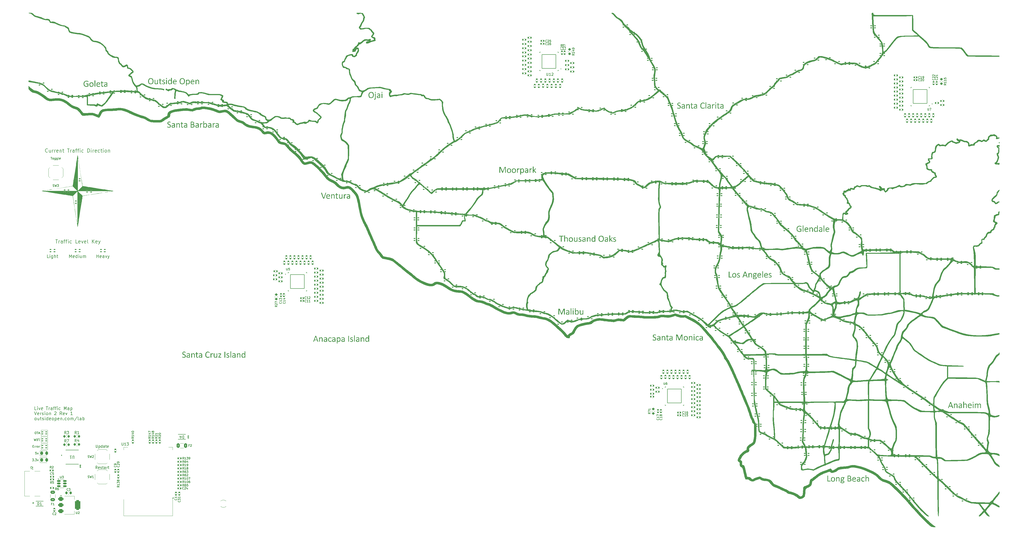
<source format=gbr>
%TF.GenerationSoftware,KiCad,Pcbnew,8.0.4*%
%TF.CreationDate,2025-04-24T19:07:03-07:00*%
%TF.ProjectId,traffic_paradise,74726166-6669-4635-9f70-617261646973,rev?*%
%TF.SameCoordinates,Original*%
%TF.FileFunction,Legend,Top*%
%TF.FilePolarity,Positive*%
%FSLAX46Y46*%
G04 Gerber Fmt 4.6, Leading zero omitted, Abs format (unit mm)*
G04 Created by KiCad (PCBNEW 8.0.4) date 2025-04-24 19:07:03*
%MOMM*%
%LPD*%
G01*
G04 APERTURE LIST*
G04 Aperture macros list*
%AMRoundRect*
0 Rectangle with rounded corners*
0 $1 Rounding radius*
0 $2 $3 $4 $5 $6 $7 $8 $9 X,Y pos of 4 corners*
0 Add a 4 corners polygon primitive as box body*
4,1,4,$2,$3,$4,$5,$6,$7,$8,$9,$2,$3,0*
0 Add four circle primitives for the rounded corners*
1,1,$1+$1,$2,$3*
1,1,$1+$1,$4,$5*
1,1,$1+$1,$6,$7*
1,1,$1+$1,$8,$9*
0 Add four rect primitives between the rounded corners*
20,1,$1+$1,$2,$3,$4,$5,0*
20,1,$1+$1,$4,$5,$6,$7,0*
20,1,$1+$1,$6,$7,$8,$9,0*
20,1,$1+$1,$8,$9,$2,$3,0*%
G04 Aperture macros list end*
%ADD10C,0.100000*%
%ADD11C,0.150000*%
%ADD12C,0.375000*%
%ADD13C,0.200000*%
%ADD14C,0.120000*%
%ADD15C,0.127000*%
%ADD16C,0.152400*%
%ADD17C,0.000000*%
%ADD18C,0.250000*%
%ADD19C,0.020000*%
%ADD20RoundRect,0.080000X-0.257500X-0.120000X0.257500X-0.120000X0.257500X0.120000X-0.257500X0.120000X0*%
%ADD21RoundRect,0.135000X0.135000X0.185000X-0.135000X0.185000X-0.135000X-0.185000X0.135000X-0.185000X0*%
%ADD22RoundRect,0.150000X-0.512500X-0.150000X0.512500X-0.150000X0.512500X0.150000X-0.512500X0.150000X0*%
%ADD23RoundRect,0.135000X-0.185000X0.135000X-0.185000X-0.135000X0.185000X-0.135000X0.185000X0.135000X0*%
%ADD24RoundRect,0.140000X-0.170000X0.140000X-0.170000X-0.140000X0.170000X-0.140000X0.170000X0.140000X0*%
%ADD25RoundRect,0.135000X0.185000X-0.135000X0.185000X0.135000X-0.185000X0.135000X-0.185000X-0.135000X0*%
%ADD26RoundRect,0.135000X-0.135000X-0.185000X0.135000X-0.185000X0.135000X0.185000X-0.135000X0.185000X0*%
%ADD27RoundRect,0.140000X-0.140000X-0.170000X0.140000X-0.170000X0.140000X0.170000X-0.140000X0.170000X0*%
%ADD28RoundRect,0.200000X0.275000X-0.200000X0.275000X0.200000X-0.275000X0.200000X-0.275000X-0.200000X0*%
%ADD29RoundRect,0.140000X0.140000X0.170000X-0.140000X0.170000X-0.140000X-0.170000X0.140000X-0.170000X0*%
%ADD30C,1.524000*%
%ADD31RoundRect,0.102000X2.625000X2.625000X-2.625000X2.625000X-2.625000X-2.625000X2.625000X-2.625000X0*%
%ADD32RoundRect,0.200000X0.200000X0.275000X-0.200000X0.275000X-0.200000X-0.275000X0.200000X-0.275000X0*%
%ADD33RoundRect,0.140000X0.170000X-0.140000X0.170000X0.140000X-0.170000X0.140000X-0.170000X-0.140000X0*%
%ADD34RoundRect,0.200000X-0.275000X0.200000X-0.275000X-0.200000X0.275000X-0.200000X0.275000X0.200000X0*%
%ADD35R,1.500000X0.900000*%
%ADD36R,0.900000X1.500000*%
%ADD37C,0.600000*%
%ADD38R,3.900000X3.900000*%
%ADD39RoundRect,0.200000X-0.200000X-0.275000X0.200000X-0.275000X0.200000X0.275000X-0.200000X0.275000X0*%
%ADD40R,1.100000X1.800000*%
%ADD41R,1.092200X0.990600*%
%ADD42RoundRect,0.243750X-0.243750X-0.456250X0.243750X-0.456250X0.243750X0.456250X-0.243750X0.456250X0*%
%ADD43C,0.650000*%
%ADD44R,1.450000X0.600000*%
%ADD45R,1.450000X0.300000*%
%ADD46O,2.100000X1.000000*%
%ADD47O,1.600000X1.000000*%
%ADD48RoundRect,0.225000X0.225000X0.250000X-0.225000X0.250000X-0.225000X-0.250000X0.225000X-0.250000X0*%
%ADD49RoundRect,0.102000X-2.625000X-2.625000X2.625000X-2.625000X2.625000X2.625000X-2.625000X2.625000X0*%
%ADD50R,1.800000X1.100000*%
%ADD51RoundRect,0.250000X0.375000X0.625000X-0.375000X0.625000X-0.375000X-0.625000X0.375000X-0.625000X0*%
%ADD52RoundRect,0.250000X-0.625000X0.375000X-0.625000X-0.375000X0.625000X-0.375000X0.625000X0.375000X0*%
%ADD53R,1.473200X0.355600*%
%ADD54RoundRect,0.375000X-0.625000X-0.375000X0.625000X-0.375000X0.625000X0.375000X-0.625000X0.375000X0*%
%ADD55RoundRect,0.500000X-0.500000X-1.400000X0.500000X-1.400000X0.500000X1.400000X-0.500000X1.400000X0*%
G04 APERTURE END LIST*
D10*
X4773000Y-157473000D02*
X7173000Y-157473000D01*
X7173000Y-159673000D01*
X4773000Y-159673000D01*
X4773000Y-157473000D01*
X4773000Y-160073000D02*
X7173000Y-160073000D01*
X7173000Y-162273000D01*
X4773000Y-162273000D01*
X4773000Y-160073000D01*
X4773000Y-162673000D02*
X7173000Y-162673000D01*
X7173000Y-164873000D01*
X4773000Y-164873000D01*
X4773000Y-162673000D01*
D11*
X25752715Y-92453343D02*
X25752715Y-91253343D01*
X25752715Y-91824772D02*
X26438429Y-91824772D01*
X26438429Y-92453343D02*
X26438429Y-91253343D01*
X27467001Y-92396200D02*
X27352715Y-92453343D01*
X27352715Y-92453343D02*
X27124143Y-92453343D01*
X27124143Y-92453343D02*
X27009858Y-92396200D01*
X27009858Y-92396200D02*
X26952715Y-92281915D01*
X26952715Y-92281915D02*
X26952715Y-91824772D01*
X26952715Y-91824772D02*
X27009858Y-91710486D01*
X27009858Y-91710486D02*
X27124143Y-91653343D01*
X27124143Y-91653343D02*
X27352715Y-91653343D01*
X27352715Y-91653343D02*
X27467001Y-91710486D01*
X27467001Y-91710486D02*
X27524143Y-91824772D01*
X27524143Y-91824772D02*
X27524143Y-91939058D01*
X27524143Y-91939058D02*
X26952715Y-92053343D01*
X28552714Y-92453343D02*
X28552714Y-91824772D01*
X28552714Y-91824772D02*
X28495572Y-91710486D01*
X28495572Y-91710486D02*
X28381286Y-91653343D01*
X28381286Y-91653343D02*
X28152714Y-91653343D01*
X28152714Y-91653343D02*
X28038429Y-91710486D01*
X28552714Y-92396200D02*
X28438429Y-92453343D01*
X28438429Y-92453343D02*
X28152714Y-92453343D01*
X28152714Y-92453343D02*
X28038429Y-92396200D01*
X28038429Y-92396200D02*
X27981286Y-92281915D01*
X27981286Y-92281915D02*
X27981286Y-92167629D01*
X27981286Y-92167629D02*
X28038429Y-92053343D01*
X28038429Y-92053343D02*
X28152714Y-91996200D01*
X28152714Y-91996200D02*
X28438429Y-91996200D01*
X28438429Y-91996200D02*
X28552714Y-91939058D01*
X29009857Y-91653343D02*
X29295571Y-92453343D01*
X29295571Y-92453343D02*
X29581286Y-91653343D01*
X29924143Y-91653343D02*
X30209857Y-92453343D01*
X30495572Y-91653343D02*
X30209857Y-92453343D01*
X30209857Y-92453343D02*
X30095572Y-92739058D01*
X30095572Y-92739058D02*
X30038429Y-92796200D01*
X30038429Y-92796200D02*
X29924143Y-92853343D01*
D12*
G36*
X246111660Y-35538292D02*
G01*
X246102187Y-35660647D01*
X246070798Y-35779792D01*
X246054263Y-35819171D01*
X245990525Y-35926048D01*
X245906930Y-36016557D01*
X245894284Y-36027388D01*
X245790770Y-36098273D01*
X245671424Y-36150643D01*
X245654315Y-36156226D01*
X245529360Y-36185862D01*
X245405795Y-36198521D01*
X245356339Y-36199579D01*
X245229458Y-36193337D01*
X245149343Y-36181872D01*
X245027892Y-36154611D01*
X244978983Y-36139740D01*
X244863521Y-36093361D01*
X244853809Y-36088449D01*
X244783589Y-36042653D01*
X244754280Y-35991362D01*
X244745121Y-35904046D01*
X244748174Y-35839321D01*
X244758554Y-35797800D01*
X244775651Y-35775818D01*
X244800076Y-35769712D01*
X244867853Y-35797189D01*
X244975954Y-35855011D01*
X244980205Y-35857029D01*
X245099159Y-35903168D01*
X245145679Y-35917479D01*
X245271517Y-35940931D01*
X245369772Y-35945567D01*
X245494634Y-35933445D01*
X245546237Y-35919921D01*
X245657432Y-35865852D01*
X245683624Y-35846038D01*
X245761355Y-35750452D01*
X245771551Y-35729412D01*
X245801202Y-35609094D01*
X245802692Y-35571265D01*
X245780612Y-35448846D01*
X245759950Y-35408843D01*
X245676021Y-35313376D01*
X245646377Y-35290385D01*
X245540301Y-35224189D01*
X245485787Y-35196962D01*
X245371680Y-35143057D01*
X245301384Y-35110256D01*
X245190932Y-35054095D01*
X245117591Y-35011949D01*
X245013311Y-34937388D01*
X244957612Y-34885553D01*
X244880094Y-34784946D01*
X244843429Y-34715193D01*
X244808374Y-34592919D01*
X244800076Y-34480720D01*
X244811211Y-34355766D01*
X244847638Y-34237271D01*
X244850756Y-34230371D01*
X244915633Y-34123760D01*
X244991196Y-34046579D01*
X245096864Y-33977424D01*
X245206129Y-33933006D01*
X245327201Y-33904956D01*
X245456860Y-33894080D01*
X245474796Y-33893927D01*
X245599909Y-33902186D01*
X245623174Y-33905528D01*
X245743393Y-33930161D01*
X245764224Y-33936059D01*
X245881461Y-33978801D01*
X245949238Y-34016659D01*
X245970609Y-34040473D01*
X245979769Y-34064897D01*
X245984653Y-34100923D01*
X245986485Y-34155267D01*
X245984043Y-34211443D01*
X245976105Y-34252353D01*
X245961450Y-34276778D01*
X245940079Y-34284715D01*
X245880850Y-34262734D01*
X245781932Y-34212664D01*
X245663589Y-34167250D01*
X245643935Y-34161373D01*
X245518856Y-34140005D01*
X245464416Y-34138170D01*
X245338593Y-34152595D01*
X245302605Y-34163815D01*
X245195308Y-34225782D01*
X245189643Y-34230982D01*
X245122476Y-34331122D01*
X245100494Y-34453243D01*
X245122575Y-34574290D01*
X245143237Y-34614443D01*
X245223722Y-34706607D01*
X245257420Y-34733512D01*
X245364887Y-34800836D01*
X245419842Y-34828766D01*
X245534760Y-34883435D01*
X245604856Y-34916694D01*
X245715954Y-34971914D01*
X245790480Y-35013170D01*
X245891926Y-35082416D01*
X245952902Y-35137734D01*
X246031231Y-35237816D01*
X246067696Y-35307482D01*
X246103245Y-35428597D01*
X246111660Y-35538292D01*
G37*
G36*
X247174897Y-34486358D02*
G01*
X247301103Y-34509094D01*
X247331042Y-34517967D01*
X247442377Y-34568186D01*
X247519720Y-34629098D01*
X247591289Y-34728595D01*
X247624133Y-34811059D01*
X247649861Y-34936231D01*
X247657106Y-35063850D01*
X247657106Y-36108599D01*
X247643062Y-36139740D01*
X247605205Y-36155616D01*
X247535595Y-36160500D01*
X247463544Y-36155616D01*
X247425076Y-36139740D01*
X247413474Y-36108599D01*
X247413474Y-35954115D01*
X247320342Y-36041504D01*
X247218328Y-36113465D01*
X247187549Y-36131191D01*
X247067551Y-36180278D01*
X246941112Y-36199312D01*
X246923767Y-36199579D01*
X246801038Y-36190446D01*
X246703338Y-36167217D01*
X246591139Y-36115316D01*
X246534810Y-36073184D01*
X246453817Y-35975398D01*
X246426733Y-35922364D01*
X246393674Y-35800624D01*
X246388265Y-35718421D01*
X246388850Y-35712925D01*
X246678303Y-35712925D01*
X246705211Y-35838039D01*
X246754629Y-35904046D01*
X246866792Y-35963186D01*
X246968341Y-35974876D01*
X247095222Y-35955072D01*
X247175337Y-35918700D01*
X247279303Y-35841476D01*
X247369062Y-35752518D01*
X247375616Y-35745288D01*
X247375616Y-35418002D01*
X247133205Y-35418002D01*
X247005475Y-35425106D01*
X246930484Y-35438152D01*
X246814430Y-35480236D01*
X246788212Y-35496160D01*
X246704559Y-35588972D01*
X246678329Y-35708553D01*
X246678303Y-35712925D01*
X246388850Y-35712925D01*
X246401545Y-35593552D01*
X246441387Y-35486390D01*
X246515834Y-35386420D01*
X246594039Y-35323358D01*
X246704712Y-35266266D01*
X246828709Y-35227716D01*
X246837672Y-35225661D01*
X246961096Y-35204708D01*
X247085403Y-35194847D01*
X247162515Y-35193299D01*
X247375616Y-35193299D01*
X247375616Y-35074230D01*
X247364063Y-34949142D01*
X247356688Y-34918526D01*
X247298237Y-34808372D01*
X247295627Y-34805563D01*
X247190502Y-34739220D01*
X247186328Y-34737786D01*
X247063327Y-34715693D01*
X247022075Y-34714583D01*
X246899142Y-34724124D01*
X246833397Y-34739007D01*
X246715942Y-34780152D01*
X246687462Y-34792741D01*
X246583048Y-34846474D01*
X246520156Y-34870898D01*
X246496342Y-34864182D01*
X246478024Y-34842810D01*
X246467033Y-34806785D01*
X246463980Y-34757936D01*
X246469475Y-34688327D01*
X246498785Y-34640089D01*
X246578774Y-34588187D01*
X246695741Y-34540183D01*
X246709444Y-34535675D01*
X246827825Y-34504191D01*
X246870644Y-34495985D01*
X246992122Y-34481660D01*
X247047720Y-34480110D01*
X247174897Y-34486358D01*
G37*
G36*
X249499308Y-36107378D02*
G01*
X249492591Y-36130581D01*
X249469999Y-36147067D01*
X249427256Y-36157447D01*
X249358258Y-36160500D01*
X249288038Y-36157447D01*
X249244685Y-36147067D01*
X249222703Y-36130581D01*
X249215986Y-36106767D01*
X249215986Y-35198184D01*
X249210127Y-35072049D01*
X249195226Y-34985082D01*
X249148994Y-34868029D01*
X249134775Y-34845253D01*
X249044387Y-34761574D01*
X249032804Y-34755494D01*
X248913358Y-34725113D01*
X248888090Y-34724353D01*
X248768070Y-34748309D01*
X248674988Y-34800068D01*
X248579920Y-34879876D01*
X248495083Y-34969864D01*
X248451506Y-35022329D01*
X248451506Y-36106767D01*
X248444789Y-36130581D01*
X248422197Y-36147067D01*
X248379454Y-36157447D01*
X248309235Y-36160500D01*
X248240236Y-36157447D01*
X248196272Y-36147067D01*
X248174290Y-36130581D01*
X248168184Y-36107378D01*
X248168184Y-34572311D01*
X248173069Y-34549108D01*
X248193830Y-34532011D01*
X248233519Y-34521631D01*
X248297023Y-34519189D01*
X248359915Y-34521631D01*
X248398383Y-34532011D01*
X248417923Y-34549108D01*
X248424029Y-34572311D01*
X248424029Y-34775033D01*
X248513720Y-34679753D01*
X248611236Y-34597865D01*
X248684147Y-34551551D01*
X248798300Y-34502714D01*
X248921384Y-34480738D01*
X248946098Y-34480110D01*
X249072222Y-34490161D01*
X249192893Y-34526263D01*
X249206217Y-34532622D01*
X249312305Y-34602904D01*
X249377187Y-34673062D01*
X249438903Y-34781447D01*
X249470609Y-34878836D01*
X249491208Y-34999783D01*
X249499056Y-35131550D01*
X249499308Y-35162158D01*
X249499308Y-36107378D01*
G37*
G36*
X250777309Y-36012734D02*
G01*
X250769981Y-36092113D01*
X250749221Y-36135466D01*
X250708310Y-36161111D01*
X250645418Y-36181261D01*
X250570923Y-36194084D01*
X250492155Y-36199579D01*
X250367649Y-36189340D01*
X250285770Y-36167217D01*
X250178657Y-36104225D01*
X250145330Y-36070131D01*
X250083909Y-35963844D01*
X250065341Y-35904656D01*
X250045098Y-35780794D01*
X250040306Y-35668962D01*
X250040306Y-34753662D01*
X249824151Y-34753662D01*
X249782630Y-34726184D01*
X249767364Y-34637036D01*
X249771639Y-34582692D01*
X249782630Y-34546055D01*
X249800337Y-34525295D01*
X249825372Y-34519189D01*
X250040306Y-34519189D01*
X250040306Y-34145497D01*
X250046412Y-34122905D01*
X250068394Y-34103976D01*
X250112357Y-34092985D01*
X250181356Y-34089321D01*
X250251576Y-34092985D01*
X250294318Y-34103976D01*
X250316911Y-34122905D01*
X250323628Y-34145497D01*
X250323628Y-34519189D01*
X250720522Y-34519189D01*
X250744336Y-34525295D01*
X250762043Y-34546055D01*
X250773645Y-34582692D01*
X250777309Y-34637036D01*
X250761433Y-34726184D01*
X250720522Y-34753662D01*
X250323628Y-34753662D01*
X250323628Y-35628051D01*
X250332627Y-35754559D01*
X250370644Y-35872905D01*
X250471053Y-35947287D01*
X250539782Y-35955337D01*
X250610002Y-35948009D01*
X250664957Y-35931523D01*
X250706478Y-35915036D01*
X250737619Y-35907099D01*
X250753495Y-35911983D01*
X250765707Y-35928470D01*
X250773645Y-35960832D01*
X250777309Y-36012734D01*
G37*
G36*
X251783760Y-34486358D02*
G01*
X251909966Y-34509094D01*
X251939905Y-34517967D01*
X252051240Y-34568186D01*
X252128582Y-34629098D01*
X252200151Y-34728595D01*
X252232996Y-34811059D01*
X252258724Y-34936231D01*
X252265969Y-35063850D01*
X252265969Y-36108599D01*
X252251925Y-36139740D01*
X252214067Y-36155616D01*
X252144458Y-36160500D01*
X252072406Y-36155616D01*
X252033938Y-36139740D01*
X252022337Y-36108599D01*
X252022337Y-35954115D01*
X251929205Y-36041504D01*
X251827190Y-36113465D01*
X251796412Y-36131191D01*
X251676413Y-36180278D01*
X251549975Y-36199312D01*
X251532630Y-36199579D01*
X251409901Y-36190446D01*
X251312200Y-36167217D01*
X251200001Y-36115316D01*
X251143673Y-36073184D01*
X251062679Y-35975398D01*
X251035595Y-35922364D01*
X251002537Y-35800624D01*
X250997127Y-35718421D01*
X250997712Y-35712925D01*
X251287166Y-35712925D01*
X251314073Y-35838039D01*
X251363491Y-35904046D01*
X251475655Y-35963186D01*
X251577204Y-35974876D01*
X251704084Y-35955072D01*
X251784200Y-35918700D01*
X251888165Y-35841476D01*
X251977924Y-35752518D01*
X251984479Y-35745288D01*
X251984479Y-35418002D01*
X251742068Y-35418002D01*
X251614338Y-35425106D01*
X251539346Y-35438152D01*
X251423292Y-35480236D01*
X251397075Y-35496160D01*
X251313422Y-35588972D01*
X251287191Y-35708553D01*
X251287166Y-35712925D01*
X250997712Y-35712925D01*
X251010408Y-35593552D01*
X251050250Y-35486390D01*
X251124696Y-35386420D01*
X251202902Y-35323358D01*
X251313574Y-35266266D01*
X251437571Y-35227716D01*
X251446534Y-35225661D01*
X251569959Y-35204708D01*
X251694265Y-35194847D01*
X251771377Y-35193299D01*
X251984479Y-35193299D01*
X251984479Y-35074230D01*
X251972926Y-34949142D01*
X251965550Y-34918526D01*
X251907100Y-34808372D01*
X251904489Y-34805563D01*
X251799364Y-34739220D01*
X251795191Y-34737786D01*
X251672190Y-34715693D01*
X251630937Y-34714583D01*
X251508005Y-34724124D01*
X251442260Y-34739007D01*
X251324804Y-34780152D01*
X251296325Y-34792741D01*
X251191911Y-34846474D01*
X251129018Y-34870898D01*
X251105205Y-34864182D01*
X251086886Y-34842810D01*
X251075896Y-34806785D01*
X251072842Y-34757936D01*
X251078338Y-34688327D01*
X251107647Y-34640089D01*
X251187637Y-34588187D01*
X251304604Y-34540183D01*
X251318307Y-34535675D01*
X251436688Y-34504191D01*
X251479507Y-34495985D01*
X251600984Y-34481660D01*
X251656583Y-34480110D01*
X251783760Y-34486358D01*
G37*
G36*
X255085142Y-35871073D02*
G01*
X255083310Y-35919311D01*
X255077204Y-35955337D01*
X255066213Y-35982814D01*
X255041789Y-36010902D01*
X254969737Y-36059750D01*
X254857874Y-36114522D01*
X254832961Y-36124475D01*
X254715853Y-36161678D01*
X254646115Y-36177597D01*
X254521094Y-36195372D01*
X254415306Y-36199579D01*
X254284264Y-36192483D01*
X254161331Y-36171196D01*
X254035472Y-36131388D01*
X254024517Y-36126917D01*
X253910865Y-36068389D01*
X253809190Y-35993554D01*
X253727152Y-35911373D01*
X253649483Y-35805277D01*
X253590522Y-35695177D01*
X253542651Y-35572077D01*
X253538474Y-35559052D01*
X253506596Y-35435925D01*
X253485151Y-35302848D01*
X253474847Y-35176204D01*
X253472528Y-35076062D01*
X253476955Y-34940011D01*
X253490236Y-34811517D01*
X253512371Y-34690578D01*
X253543359Y-34577196D01*
X253588085Y-34459205D01*
X253648430Y-34340566D01*
X253719985Y-34235045D01*
X253743638Y-34205947D01*
X253829111Y-34117958D01*
X253934564Y-34037423D01*
X254051995Y-33973916D01*
X254167950Y-33931734D01*
X254291419Y-33905175D01*
X254422402Y-33894239D01*
X254449500Y-33893927D01*
X254573758Y-33902342D01*
X254636956Y-33913466D01*
X254755416Y-33944688D01*
X254804873Y-33962315D01*
X254919197Y-34016392D01*
X254942260Y-34030703D01*
X255025913Y-34094206D01*
X255055833Y-34130842D01*
X255066824Y-34159541D01*
X255073540Y-34198009D01*
X255076593Y-34251132D01*
X255072930Y-34310361D01*
X255062549Y-34350661D01*
X255046063Y-34375085D01*
X255023471Y-34382413D01*
X254956304Y-34345776D01*
X254857771Y-34273355D01*
X254845173Y-34265176D01*
X254732602Y-34205763D01*
X254680309Y-34184576D01*
X254559216Y-34154952D01*
X254447668Y-34147939D01*
X254323514Y-34159510D01*
X254201906Y-34197586D01*
X254179001Y-34208390D01*
X254073304Y-34277101D01*
X253982903Y-34371035D01*
X253972005Y-34385466D01*
X253904452Y-34497448D01*
X253854701Y-34619221D01*
X253838893Y-34670619D01*
X253812124Y-34792182D01*
X253796467Y-34925145D01*
X253791876Y-35055912D01*
X253796289Y-35185356D01*
X253811336Y-35316449D01*
X253837061Y-35435710D01*
X253876903Y-35551802D01*
X253937277Y-35668141D01*
X253967731Y-35711704D01*
X254055753Y-35803510D01*
X254160680Y-35871702D01*
X254175948Y-35879011D01*
X254299265Y-35919770D01*
X254427192Y-35935298D01*
X254456217Y-35935797D01*
X254580170Y-35928317D01*
X254687026Y-35905877D01*
X254804234Y-35862914D01*
X254855554Y-35838100D01*
X254961159Y-35776608D01*
X254969737Y-35770933D01*
X255040568Y-35740403D01*
X255060718Y-35745898D01*
X255074151Y-35765438D01*
X255082089Y-35805738D01*
X255085142Y-35871073D01*
G37*
G36*
X255717731Y-36107378D02*
G01*
X255711014Y-36131191D01*
X255688422Y-36147067D01*
X255645679Y-36157447D01*
X255575459Y-36160500D01*
X255506461Y-36157447D01*
X255462497Y-36147067D01*
X255440515Y-36131191D01*
X255434409Y-36107378D01*
X255434409Y-33831034D01*
X255440515Y-33807221D01*
X255462497Y-33790124D01*
X255506461Y-33780354D01*
X255575459Y-33776690D01*
X255645679Y-33780354D01*
X255688422Y-33790124D01*
X255711014Y-33807221D01*
X255717731Y-33831034D01*
X255717731Y-36107378D01*
G37*
G36*
X256917744Y-34486358D02*
G01*
X257043950Y-34509094D01*
X257073889Y-34517967D01*
X257185224Y-34568186D01*
X257262567Y-34629098D01*
X257334136Y-34728595D01*
X257366981Y-34811059D01*
X257392708Y-34936231D01*
X257399953Y-35063850D01*
X257399953Y-36108599D01*
X257385909Y-36139740D01*
X257348052Y-36155616D01*
X257278443Y-36160500D01*
X257206391Y-36155616D01*
X257167923Y-36139740D01*
X257156321Y-36108599D01*
X257156321Y-35954115D01*
X257063189Y-36041504D01*
X256961175Y-36113465D01*
X256930397Y-36131191D01*
X256810398Y-36180278D01*
X256683959Y-36199312D01*
X256666614Y-36199579D01*
X256543885Y-36190446D01*
X256446185Y-36167217D01*
X256333986Y-36115316D01*
X256277658Y-36073184D01*
X256196664Y-35975398D01*
X256169580Y-35922364D01*
X256136521Y-35800624D01*
X256131112Y-35718421D01*
X256131697Y-35712925D01*
X256421150Y-35712925D01*
X256448058Y-35838039D01*
X256497476Y-35904046D01*
X256609639Y-35963186D01*
X256711189Y-35974876D01*
X256838069Y-35955072D01*
X256918184Y-35918700D01*
X257022150Y-35841476D01*
X257111909Y-35752518D01*
X257118464Y-35745288D01*
X257118464Y-35418002D01*
X256876053Y-35418002D01*
X256748322Y-35425106D01*
X256673331Y-35438152D01*
X256557277Y-35480236D01*
X256531060Y-35496160D01*
X256447406Y-35588972D01*
X256421176Y-35708553D01*
X256421150Y-35712925D01*
X256131697Y-35712925D01*
X256144393Y-35593552D01*
X256184235Y-35486390D01*
X256258681Y-35386420D01*
X256336886Y-35323358D01*
X256447559Y-35266266D01*
X256571556Y-35227716D01*
X256580519Y-35225661D01*
X256703944Y-35204708D01*
X256828250Y-35194847D01*
X256905362Y-35193299D01*
X257118464Y-35193299D01*
X257118464Y-35074230D01*
X257106910Y-34949142D01*
X257099535Y-34918526D01*
X257041085Y-34808372D01*
X257038474Y-34805563D01*
X256933349Y-34739220D01*
X256929175Y-34737786D01*
X256806174Y-34715693D01*
X256764922Y-34714583D01*
X256641990Y-34724124D01*
X256576244Y-34739007D01*
X256458789Y-34780152D01*
X256430309Y-34792741D01*
X256325896Y-34846474D01*
X256263003Y-34870898D01*
X256239189Y-34864182D01*
X256220871Y-34842810D01*
X256209880Y-34806785D01*
X256206827Y-34757936D01*
X256212323Y-34688327D01*
X256241632Y-34640089D01*
X256321621Y-34588187D01*
X256438588Y-34540183D01*
X256452291Y-34535675D01*
X256570673Y-34504191D01*
X256613491Y-34495985D01*
X256734969Y-34481660D01*
X256790568Y-34480110D01*
X256917744Y-34486358D01*
G37*
G36*
X258814730Y-34655965D02*
G01*
X258812898Y-34718857D01*
X258805571Y-34758547D01*
X258792748Y-34780528D01*
X258771377Y-34788466D01*
X258737794Y-34780528D01*
X258693219Y-34765263D01*
X258637654Y-34750609D01*
X258570487Y-34743892D01*
X258486224Y-34762210D01*
X258399517Y-34821439D01*
X258316704Y-34914070D01*
X258304263Y-34930738D01*
X258234614Y-35033107D01*
X258194353Y-35097434D01*
X258194353Y-36107378D01*
X258187637Y-36130581D01*
X258165044Y-36147067D01*
X258122302Y-36157447D01*
X258052082Y-36160500D01*
X257983083Y-36157447D01*
X257939120Y-36147067D01*
X257917138Y-36130581D01*
X257911032Y-36107378D01*
X257911032Y-34572311D01*
X257915916Y-34549108D01*
X257936677Y-34532011D01*
X257976367Y-34521631D01*
X258039870Y-34519189D01*
X258102762Y-34521631D01*
X258141230Y-34532011D01*
X258160770Y-34549108D01*
X258166876Y-34572311D01*
X258166876Y-34795794D01*
X258239488Y-34693419D01*
X258285944Y-34638257D01*
X258375959Y-34553909D01*
X258391579Y-34542392D01*
X258490498Y-34493543D01*
X258589416Y-34480110D01*
X258640096Y-34482552D01*
X258699325Y-34491711D01*
X258754891Y-34506976D01*
X258790306Y-34524073D01*
X258803739Y-34540560D01*
X258809845Y-34560099D01*
X258813509Y-34594293D01*
X258814730Y-34655965D01*
G37*
G36*
X259413125Y-36107378D02*
G01*
X259406408Y-36130581D01*
X259383816Y-36147067D01*
X259341073Y-36157447D01*
X259270854Y-36160500D01*
X259201855Y-36157447D01*
X259157891Y-36147067D01*
X259135909Y-36130581D01*
X259129803Y-36107378D01*
X259129803Y-34572311D01*
X259135909Y-34550330D01*
X259157891Y-34533233D01*
X259201855Y-34522852D01*
X259270854Y-34519189D01*
X259341073Y-34522852D01*
X259383816Y-34533233D01*
X259406408Y-34550330D01*
X259413125Y-34572311D01*
X259413125Y-36107378D01*
G37*
G36*
X259446098Y-34033756D02*
G01*
X259421106Y-34154561D01*
X259408240Y-34170532D01*
X259287469Y-34206241D01*
X259269022Y-34206558D01*
X259148403Y-34183178D01*
X259132246Y-34171143D01*
X259095753Y-34049462D01*
X259095609Y-34037420D01*
X259120601Y-33917018D01*
X259133467Y-33901254D01*
X259254238Y-33864940D01*
X259272685Y-33864618D01*
X259392901Y-33887997D01*
X259408851Y-33900033D01*
X259445952Y-34021713D01*
X259446098Y-34033756D01*
G37*
G36*
X260735090Y-36012734D02*
G01*
X260727762Y-36092113D01*
X260707002Y-36135466D01*
X260666091Y-36161111D01*
X260603198Y-36181261D01*
X260528704Y-36194084D01*
X260449936Y-36199579D01*
X260325429Y-36189340D01*
X260243551Y-36167217D01*
X260136438Y-36104225D01*
X260103111Y-36070131D01*
X260041690Y-35963844D01*
X260023122Y-35904656D01*
X260002879Y-35780794D01*
X259998087Y-35668962D01*
X259998087Y-34753662D01*
X259781932Y-34753662D01*
X259740411Y-34726184D01*
X259725145Y-34637036D01*
X259729420Y-34582692D01*
X259740411Y-34546055D01*
X259758118Y-34525295D01*
X259783153Y-34519189D01*
X259998087Y-34519189D01*
X259998087Y-34145497D01*
X260004193Y-34122905D01*
X260026175Y-34103976D01*
X260070138Y-34092985D01*
X260139137Y-34089321D01*
X260209357Y-34092985D01*
X260252099Y-34103976D01*
X260274692Y-34122905D01*
X260281408Y-34145497D01*
X260281408Y-34519189D01*
X260678303Y-34519189D01*
X260702117Y-34525295D01*
X260719824Y-34546055D01*
X260731426Y-34582692D01*
X260735090Y-34637036D01*
X260719214Y-34726184D01*
X260678303Y-34753662D01*
X260281408Y-34753662D01*
X260281408Y-35628051D01*
X260290408Y-35754559D01*
X260328425Y-35872905D01*
X260428834Y-35947287D01*
X260497563Y-35955337D01*
X260567783Y-35948009D01*
X260622738Y-35931523D01*
X260664259Y-35915036D01*
X260695400Y-35907099D01*
X260711276Y-35911983D01*
X260723488Y-35928470D01*
X260731426Y-35960832D01*
X260735090Y-36012734D01*
G37*
G36*
X261741541Y-34486358D02*
G01*
X261867747Y-34509094D01*
X261897685Y-34517967D01*
X262009020Y-34568186D01*
X262086363Y-34629098D01*
X262157932Y-34728595D01*
X262190777Y-34811059D01*
X262216505Y-34936231D01*
X262223750Y-35063850D01*
X262223750Y-36108599D01*
X262209706Y-36139740D01*
X262171848Y-36155616D01*
X262102239Y-36160500D01*
X262030187Y-36155616D01*
X261991719Y-36139740D01*
X261980117Y-36108599D01*
X261980117Y-35954115D01*
X261886986Y-36041504D01*
X261784971Y-36113465D01*
X261754193Y-36131191D01*
X261634194Y-36180278D01*
X261507756Y-36199312D01*
X261490411Y-36199579D01*
X261367681Y-36190446D01*
X261269981Y-36167217D01*
X261157782Y-36115316D01*
X261101454Y-36073184D01*
X261020460Y-35975398D01*
X260993376Y-35922364D01*
X260960318Y-35800624D01*
X260954908Y-35718421D01*
X260955493Y-35712925D01*
X261244946Y-35712925D01*
X261271854Y-35838039D01*
X261321272Y-35904046D01*
X261433436Y-35963186D01*
X261534985Y-35974876D01*
X261661865Y-35955072D01*
X261741981Y-35918700D01*
X261845946Y-35841476D01*
X261935705Y-35752518D01*
X261942260Y-35745288D01*
X261942260Y-35418002D01*
X261699849Y-35418002D01*
X261572119Y-35425106D01*
X261497127Y-35438152D01*
X261381073Y-35480236D01*
X261354856Y-35496160D01*
X261271203Y-35588972D01*
X261244972Y-35708553D01*
X261244946Y-35712925D01*
X260955493Y-35712925D01*
X260968189Y-35593552D01*
X261008031Y-35486390D01*
X261082477Y-35386420D01*
X261160683Y-35323358D01*
X261271355Y-35266266D01*
X261395352Y-35227716D01*
X261404315Y-35225661D01*
X261527740Y-35204708D01*
X261652046Y-35194847D01*
X261729158Y-35193299D01*
X261942260Y-35193299D01*
X261942260Y-35074230D01*
X261930707Y-34949142D01*
X261923331Y-34918526D01*
X261864881Y-34808372D01*
X261862270Y-34805563D01*
X261757145Y-34739220D01*
X261752972Y-34737786D01*
X261629971Y-34715693D01*
X261588718Y-34714583D01*
X261465786Y-34724124D01*
X261400041Y-34739007D01*
X261282585Y-34780152D01*
X261254106Y-34792741D01*
X261149692Y-34846474D01*
X261086799Y-34870898D01*
X261062986Y-34864182D01*
X261044667Y-34842810D01*
X261033676Y-34806785D01*
X261030623Y-34757936D01*
X261036119Y-34688327D01*
X261065428Y-34640089D01*
X261145418Y-34588187D01*
X261262385Y-34540183D01*
X261276087Y-34535675D01*
X261394469Y-34504191D01*
X261437288Y-34495985D01*
X261558765Y-34481660D01*
X261614364Y-34480110D01*
X261741541Y-34486358D01*
G37*
G36*
X111566737Y-70098829D02*
G01*
X111547198Y-70129970D01*
X111514225Y-70148899D01*
X111459271Y-70158058D01*
X111376228Y-70160500D01*
X111309672Y-70159890D01*
X111260823Y-70155616D01*
X111225408Y-70147678D01*
X111200984Y-70136687D01*
X111184497Y-70120811D01*
X111173506Y-70097608D01*
X110446884Y-68047189D01*
X110432229Y-67986739D01*
X110446884Y-67951935D01*
X110496343Y-67936669D01*
X110589155Y-67933006D01*
X110665481Y-67935448D01*
X110709445Y-67945218D01*
X110732648Y-67962925D01*
X110747303Y-67991013D01*
X111384776Y-69848480D01*
X111385998Y-69848480D01*
X112006375Y-67994677D01*
X112017976Y-67964147D01*
X112042400Y-67945218D01*
X112090028Y-67935448D01*
X112173070Y-67933006D01*
X112256723Y-67937280D01*
X112298855Y-67953766D01*
X112307404Y-67988571D01*
X112291528Y-68049021D01*
X111566737Y-70098829D01*
G37*
G36*
X113213535Y-68488267D02*
G01*
X113335852Y-68515515D01*
X113394285Y-68538117D01*
X113504435Y-68601220D01*
X113599747Y-68687755D01*
X113604944Y-68693822D01*
X113676385Y-68800068D01*
X113723397Y-68915201D01*
X113725844Y-68923410D01*
X113753456Y-69051083D01*
X113763974Y-69177508D01*
X113764312Y-69205511D01*
X113764312Y-69256191D01*
X113730729Y-69350835D01*
X113654403Y-69378923D01*
X112641406Y-69378923D01*
X112647817Y-69506540D01*
X112667051Y-69620724D01*
X112709560Y-69737793D01*
X112752536Y-69805738D01*
X112847129Y-69891465D01*
X112908852Y-69924196D01*
X113030911Y-69957276D01*
X113144546Y-69965106D01*
X113272392Y-69958189D01*
X113339940Y-69947399D01*
X113460303Y-69916168D01*
X113488929Y-69906488D01*
X113592121Y-69866188D01*
X113653182Y-69847870D01*
X113673943Y-69853976D01*
X113688597Y-69872294D01*
X113696535Y-69906488D01*
X113698977Y-69959611D01*
X113697146Y-69999300D01*
X113692871Y-70029220D01*
X113684323Y-70052423D01*
X113669058Y-70072573D01*
X113613492Y-70104325D01*
X113497794Y-70145158D01*
X113493203Y-70146457D01*
X113369326Y-70174621D01*
X113322233Y-70183093D01*
X113195866Y-70197261D01*
X113115237Y-70199579D01*
X112989818Y-70193230D01*
X112865669Y-70171821D01*
X112781235Y-70145846D01*
X112664444Y-70088477D01*
X112565185Y-70011474D01*
X112540045Y-69985867D01*
X112463676Y-69882617D01*
X112409088Y-69768324D01*
X112392278Y-69719642D01*
X112362139Y-69592359D01*
X112346731Y-69462860D01*
X112342819Y-69347782D01*
X112348880Y-69214085D01*
X112357656Y-69154220D01*
X112641406Y-69154220D01*
X113479159Y-69154220D01*
X113471920Y-69031765D01*
X113435054Y-68908117D01*
X113380851Y-68824492D01*
X113279883Y-68747005D01*
X113157166Y-68710540D01*
X113072495Y-68704813D01*
X112945958Y-68720854D01*
X112888702Y-68742060D01*
X112784631Y-68811669D01*
X112756200Y-68840979D01*
X112689911Y-68944247D01*
X112673768Y-68983861D01*
X112645447Y-69104702D01*
X112641406Y-69154220D01*
X112357656Y-69154220D01*
X112367062Y-69090056D01*
X112394110Y-68985692D01*
X112439018Y-68871662D01*
X112502204Y-68763632D01*
X112542488Y-68712140D01*
X112635152Y-68623884D01*
X112743244Y-68555730D01*
X112776961Y-68539949D01*
X112894029Y-68501205D01*
X113021981Y-68482213D01*
X113084707Y-68480110D01*
X113213535Y-68488267D01*
G37*
G36*
X115517976Y-70107378D02*
G01*
X115511259Y-70130581D01*
X115488667Y-70147067D01*
X115445924Y-70157447D01*
X115376926Y-70160500D01*
X115306706Y-70157447D01*
X115263353Y-70147067D01*
X115241371Y-70130581D01*
X115234654Y-70106767D01*
X115234654Y-69198184D01*
X115228795Y-69072049D01*
X115213894Y-68985082D01*
X115167662Y-68868029D01*
X115153444Y-68845253D01*
X115063055Y-68761574D01*
X115051472Y-68755494D01*
X114932026Y-68725113D01*
X114906758Y-68724353D01*
X114786738Y-68748309D01*
X114693656Y-68800068D01*
X114598588Y-68879876D01*
X114513752Y-68969864D01*
X114470174Y-69022329D01*
X114470174Y-70106767D01*
X114463458Y-70130581D01*
X114440865Y-70147067D01*
X114398123Y-70157447D01*
X114327903Y-70160500D01*
X114258904Y-70157447D01*
X114214940Y-70147067D01*
X114192959Y-70130581D01*
X114186853Y-70107378D01*
X114186853Y-68572311D01*
X114191737Y-68549108D01*
X114212498Y-68532011D01*
X114252188Y-68521631D01*
X114315691Y-68519189D01*
X114378583Y-68521631D01*
X114417051Y-68532011D01*
X114436591Y-68549108D01*
X114442697Y-68572311D01*
X114442697Y-68775033D01*
X114532388Y-68679753D01*
X114629904Y-68597865D01*
X114702816Y-68551551D01*
X114816968Y-68502714D01*
X114940053Y-68480738D01*
X114964766Y-68480110D01*
X115090890Y-68490161D01*
X115211561Y-68526263D01*
X115224885Y-68532622D01*
X115330973Y-68602904D01*
X115395855Y-68673062D01*
X115457571Y-68781447D01*
X115489278Y-68878836D01*
X115509877Y-68999783D01*
X115517724Y-69131550D01*
X115517976Y-69162158D01*
X115517976Y-70107378D01*
G37*
G36*
X116795977Y-70012734D02*
G01*
X116788649Y-70092113D01*
X116767889Y-70135466D01*
X116726978Y-70161111D01*
X116664086Y-70181261D01*
X116589592Y-70194084D01*
X116510823Y-70199579D01*
X116386317Y-70189340D01*
X116304438Y-70167217D01*
X116197325Y-70104225D01*
X116163998Y-70070131D01*
X116102578Y-69963844D01*
X116084009Y-69904656D01*
X116063766Y-69780794D01*
X116058974Y-69668962D01*
X116058974Y-68753662D01*
X115842819Y-68753662D01*
X115801298Y-68726184D01*
X115786033Y-68637036D01*
X115790307Y-68582692D01*
X115801298Y-68546055D01*
X115819005Y-68525295D01*
X115844040Y-68519189D01*
X116058974Y-68519189D01*
X116058974Y-68145497D01*
X116065080Y-68122905D01*
X116087062Y-68103976D01*
X116131026Y-68092985D01*
X116200024Y-68089321D01*
X116270244Y-68092985D01*
X116312987Y-68103976D01*
X116335579Y-68122905D01*
X116342296Y-68145497D01*
X116342296Y-68519189D01*
X116739190Y-68519189D01*
X116763004Y-68525295D01*
X116780712Y-68546055D01*
X116792313Y-68582692D01*
X116795977Y-68637036D01*
X116780101Y-68726184D01*
X116739190Y-68753662D01*
X116342296Y-68753662D01*
X116342296Y-69628051D01*
X116351295Y-69754559D01*
X116389312Y-69872905D01*
X116489722Y-69947287D01*
X116558451Y-69955337D01*
X116628670Y-69948009D01*
X116683625Y-69931523D01*
X116725146Y-69915036D01*
X116756287Y-69907099D01*
X116772163Y-69911983D01*
X116784375Y-69928470D01*
X116792313Y-69960832D01*
X116795977Y-70012734D01*
G37*
G36*
X118488580Y-70107378D02*
G01*
X118482474Y-70130581D01*
X118460492Y-70147067D01*
X118420192Y-70157447D01*
X118359742Y-70160500D01*
X118295017Y-70157447D01*
X118255938Y-70147067D01*
X118235788Y-70130581D01*
X118230904Y-70107378D01*
X118230904Y-69904656D01*
X118140241Y-70000631D01*
X118042325Y-70082949D01*
X117969564Y-70129360D01*
X117856246Y-70177361D01*
X117733537Y-70198962D01*
X117708834Y-70199579D01*
X117583011Y-70189762D01*
X117462111Y-70154499D01*
X117448716Y-70148288D01*
X117342628Y-70078307D01*
X117277746Y-70007849D01*
X117215836Y-69898476D01*
X117183712Y-69800853D01*
X117163552Y-69678797D01*
X117156063Y-69555217D01*
X117155624Y-69513868D01*
X117155624Y-68572311D01*
X117161730Y-68549719D01*
X117184934Y-68532011D01*
X117229508Y-68521631D01*
X117298506Y-68519189D01*
X117366894Y-68521631D01*
X117410858Y-68532011D01*
X117434061Y-68549719D01*
X117440778Y-68572922D01*
X117440778Y-69476010D01*
X117445663Y-69598589D01*
X117460317Y-69693997D01*
X117506363Y-69811236D01*
X117520767Y-69833826D01*
X117611363Y-69917401D01*
X117622739Y-69923585D01*
X117742185Y-69954561D01*
X117767453Y-69955337D01*
X117893404Y-69927568D01*
X117979333Y-69876568D01*
X118074218Y-69793504D01*
X118159455Y-69699795D01*
X118203426Y-69645148D01*
X118203426Y-68572311D01*
X118209532Y-68549108D01*
X118232735Y-68532011D01*
X118276088Y-68521631D01*
X118345698Y-68519189D01*
X118414696Y-68521631D01*
X118457439Y-68532011D01*
X118480642Y-68549108D01*
X118488580Y-68572311D01*
X118488580Y-70107378D01*
G37*
G36*
X119907020Y-68655965D02*
G01*
X119905188Y-68718857D01*
X119897861Y-68758547D01*
X119885038Y-68780528D01*
X119863667Y-68788466D01*
X119830084Y-68780528D01*
X119785509Y-68765263D01*
X119729944Y-68750609D01*
X119662777Y-68743892D01*
X119578513Y-68762210D01*
X119491807Y-68821439D01*
X119408994Y-68914070D01*
X119396552Y-68930738D01*
X119326904Y-69033107D01*
X119286643Y-69097434D01*
X119286643Y-70107378D01*
X119279927Y-70130581D01*
X119257334Y-70147067D01*
X119214592Y-70157447D01*
X119144372Y-70160500D01*
X119075373Y-70157447D01*
X119031409Y-70147067D01*
X119009428Y-70130581D01*
X119003322Y-70107378D01*
X119003322Y-68572311D01*
X119008206Y-68549108D01*
X119028967Y-68532011D01*
X119068656Y-68521631D01*
X119132160Y-68519189D01*
X119195052Y-68521631D01*
X119233520Y-68532011D01*
X119253060Y-68549108D01*
X119259166Y-68572311D01*
X119259166Y-68795794D01*
X119331777Y-68693419D01*
X119378234Y-68638257D01*
X119468249Y-68553909D01*
X119483869Y-68542392D01*
X119582788Y-68493543D01*
X119681706Y-68480110D01*
X119732386Y-68482552D01*
X119791615Y-68491711D01*
X119847181Y-68506976D01*
X119882596Y-68524073D01*
X119896029Y-68540560D01*
X119902135Y-68560099D01*
X119905799Y-68594293D01*
X119907020Y-68655965D01*
G37*
G36*
X120833482Y-68486358D02*
G01*
X120959688Y-68509094D01*
X120989626Y-68517967D01*
X121100961Y-68568186D01*
X121178304Y-68629098D01*
X121249873Y-68728595D01*
X121282718Y-68811059D01*
X121308446Y-68936231D01*
X121315691Y-69063850D01*
X121315691Y-70108599D01*
X121301647Y-70139740D01*
X121263789Y-70155616D01*
X121194180Y-70160500D01*
X121122128Y-70155616D01*
X121083660Y-70139740D01*
X121072058Y-70108599D01*
X121072058Y-69954115D01*
X120978927Y-70041504D01*
X120876912Y-70113465D01*
X120846134Y-70131191D01*
X120726135Y-70180278D01*
X120599697Y-70199312D01*
X120582352Y-70199579D01*
X120459622Y-70190446D01*
X120361922Y-70167217D01*
X120249723Y-70115316D01*
X120193395Y-70073184D01*
X120112401Y-69975398D01*
X120085317Y-69922364D01*
X120052259Y-69800624D01*
X120046849Y-69718421D01*
X120047434Y-69712925D01*
X120336887Y-69712925D01*
X120363795Y-69838039D01*
X120413213Y-69904046D01*
X120525377Y-69963186D01*
X120626926Y-69974876D01*
X120753806Y-69955072D01*
X120833922Y-69918700D01*
X120937887Y-69841476D01*
X121027646Y-69752518D01*
X121034201Y-69745288D01*
X121034201Y-69418002D01*
X120791790Y-69418002D01*
X120664060Y-69425106D01*
X120589068Y-69438152D01*
X120473014Y-69480236D01*
X120446797Y-69496160D01*
X120363144Y-69588972D01*
X120336913Y-69708553D01*
X120336887Y-69712925D01*
X120047434Y-69712925D01*
X120060130Y-69593552D01*
X120099972Y-69486390D01*
X120174418Y-69386420D01*
X120252624Y-69323358D01*
X120363296Y-69266266D01*
X120487293Y-69227716D01*
X120496256Y-69225661D01*
X120619681Y-69204708D01*
X120743987Y-69194847D01*
X120821099Y-69193299D01*
X121034201Y-69193299D01*
X121034201Y-69074230D01*
X121022648Y-68949142D01*
X121015272Y-68918526D01*
X120956822Y-68808372D01*
X120954211Y-68805563D01*
X120849086Y-68739220D01*
X120844913Y-68737786D01*
X120721912Y-68715693D01*
X120680659Y-68714583D01*
X120557727Y-68724124D01*
X120491982Y-68739007D01*
X120374526Y-68780152D01*
X120346047Y-68792741D01*
X120241633Y-68846474D01*
X120178740Y-68870898D01*
X120154927Y-68864182D01*
X120136608Y-68842810D01*
X120125617Y-68806785D01*
X120122564Y-68757936D01*
X120128060Y-68688327D01*
X120157369Y-68640089D01*
X120237358Y-68588187D01*
X120354326Y-68540183D01*
X120368028Y-68535675D01*
X120486410Y-68504191D01*
X120529229Y-68495985D01*
X120650706Y-68481660D01*
X120706305Y-68480110D01*
X120833482Y-68486358D01*
G37*
D11*
X1631459Y-163616247D02*
X1898125Y-163616247D01*
X2012411Y-164035295D02*
X1631459Y-164035295D01*
X1631459Y-164035295D02*
X1631459Y-163235295D01*
X1631459Y-163235295D02*
X2012411Y-163235295D01*
X2355269Y-164035295D02*
X2355269Y-163501961D01*
X2355269Y-163654342D02*
X2393364Y-163578152D01*
X2393364Y-163578152D02*
X2431459Y-163540057D01*
X2431459Y-163540057D02*
X2507650Y-163501961D01*
X2507650Y-163501961D02*
X2583840Y-163501961D01*
X2850507Y-164035295D02*
X2850507Y-163501961D01*
X2850507Y-163654342D02*
X2888602Y-163578152D01*
X2888602Y-163578152D02*
X2926697Y-163540057D01*
X2926697Y-163540057D02*
X3002888Y-163501961D01*
X3002888Y-163501961D02*
X3079078Y-163501961D01*
X3460030Y-164035295D02*
X3383840Y-163997200D01*
X3383840Y-163997200D02*
X3345745Y-163959104D01*
X3345745Y-163959104D02*
X3307649Y-163882914D01*
X3307649Y-163882914D02*
X3307649Y-163654342D01*
X3307649Y-163654342D02*
X3345745Y-163578152D01*
X3345745Y-163578152D02*
X3383840Y-163540057D01*
X3383840Y-163540057D02*
X3460030Y-163501961D01*
X3460030Y-163501961D02*
X3574316Y-163501961D01*
X3574316Y-163501961D02*
X3650507Y-163540057D01*
X3650507Y-163540057D02*
X3688602Y-163578152D01*
X3688602Y-163578152D02*
X3726697Y-163654342D01*
X3726697Y-163654342D02*
X3726697Y-163882914D01*
X3726697Y-163882914D02*
X3688602Y-163959104D01*
X3688602Y-163959104D02*
X3650507Y-163997200D01*
X3650507Y-163997200D02*
X3574316Y-164035295D01*
X3574316Y-164035295D02*
X3460030Y-164035295D01*
X4069555Y-164035295D02*
X4069555Y-163501961D01*
X4069555Y-163654342D02*
X4107650Y-163578152D01*
X4107650Y-163578152D02*
X4145745Y-163540057D01*
X4145745Y-163540057D02*
X4221936Y-163501961D01*
X4221936Y-163501961D02*
X4298126Y-163501961D01*
D12*
G36*
X347975756Y-146936058D02*
G01*
X348033764Y-146945827D01*
X348067958Y-146965367D01*
X348086886Y-146997729D01*
X348832438Y-149046927D01*
X348847092Y-149107377D01*
X348833659Y-149142181D01*
X348788474Y-149157446D01*
X348703600Y-149160500D01*
X348618725Y-149158057D01*
X348570487Y-149149509D01*
X348546063Y-149133633D01*
X348532019Y-149107987D01*
X348341510Y-148574317D01*
X347417661Y-148574317D01*
X347235090Y-149101271D01*
X347221656Y-149127527D01*
X347196621Y-149146456D01*
X347150215Y-149157446D01*
X347072057Y-149160500D01*
X346990847Y-149156225D01*
X346945662Y-149140349D01*
X346933450Y-149105545D01*
X346948715Y-149045095D01*
X347205170Y-148339844D01*
X347491545Y-148339844D01*
X348263963Y-148339844D01*
X347876227Y-147245636D01*
X347874395Y-147245636D01*
X347491545Y-148339844D01*
X347205170Y-148339844D01*
X347693655Y-146996508D01*
X347711974Y-146964756D01*
X347744336Y-146945827D01*
X347799290Y-146936058D01*
X347884775Y-146933005D01*
X347975756Y-146936058D01*
G37*
G36*
X350491457Y-149107377D02*
G01*
X350484741Y-149130580D01*
X350462148Y-149147066D01*
X350419406Y-149157446D01*
X350350407Y-149160500D01*
X350280187Y-149157446D01*
X350236834Y-149147066D01*
X350214852Y-149130580D01*
X350208136Y-149106766D01*
X350208136Y-148198183D01*
X350202276Y-148072048D01*
X350187375Y-147985081D01*
X350141143Y-147868028D01*
X350126925Y-147845252D01*
X350036536Y-147761573D01*
X350024953Y-147755493D01*
X349905508Y-147725112D01*
X349880240Y-147724352D01*
X349760219Y-147748308D01*
X349667138Y-147800067D01*
X349572069Y-147879875D01*
X349487233Y-147969863D01*
X349443655Y-148022328D01*
X349443655Y-149106766D01*
X349436939Y-149130580D01*
X349414346Y-149147066D01*
X349371604Y-149157446D01*
X349301384Y-149160500D01*
X349232385Y-149157446D01*
X349188422Y-149147066D01*
X349166440Y-149130580D01*
X349160334Y-149107377D01*
X349160334Y-147572310D01*
X349165219Y-147549107D01*
X349185979Y-147532010D01*
X349225669Y-147521630D01*
X349289172Y-147519188D01*
X349352064Y-147521630D01*
X349390533Y-147532010D01*
X349410072Y-147549107D01*
X349416178Y-147572310D01*
X349416178Y-147775032D01*
X349505869Y-147679752D01*
X349603385Y-147597864D01*
X349676297Y-147551550D01*
X349790449Y-147502713D01*
X349913534Y-147480737D01*
X349938247Y-147480109D01*
X350064371Y-147490160D01*
X350185042Y-147526262D01*
X350198366Y-147532621D01*
X350304454Y-147602903D01*
X350369336Y-147673061D01*
X350431052Y-147781446D01*
X350462759Y-147878835D01*
X350483358Y-147999782D01*
X350491205Y-148131549D01*
X350491457Y-148162157D01*
X350491457Y-149107377D01*
G37*
G36*
X351681701Y-147486357D02*
G01*
X351807907Y-147509093D01*
X351837846Y-147517966D01*
X351949181Y-147568185D01*
X352026524Y-147629097D01*
X352098093Y-147728594D01*
X352130937Y-147811058D01*
X352156665Y-147936230D01*
X352163910Y-148063849D01*
X352163910Y-149108598D01*
X352149866Y-149139739D01*
X352112009Y-149155615D01*
X352042399Y-149160500D01*
X351970348Y-149155615D01*
X351931879Y-149139739D01*
X351920278Y-149108598D01*
X351920278Y-148954114D01*
X351827146Y-149041503D01*
X351725132Y-149113464D01*
X351694353Y-149131190D01*
X351574355Y-149180277D01*
X351447916Y-149199311D01*
X351430571Y-149199578D01*
X351307842Y-149190445D01*
X351210142Y-149167216D01*
X351097943Y-149115315D01*
X351041614Y-149073183D01*
X350960621Y-148975397D01*
X350933537Y-148922363D01*
X350900478Y-148800623D01*
X350895069Y-148718420D01*
X350895654Y-148712924D01*
X351185107Y-148712924D01*
X351212015Y-148838038D01*
X351261433Y-148904045D01*
X351373596Y-148963185D01*
X351475145Y-148974875D01*
X351602026Y-148955071D01*
X351682141Y-148918699D01*
X351786107Y-148841475D01*
X351875866Y-148752517D01*
X351882420Y-148745287D01*
X351882420Y-148418001D01*
X351640009Y-148418001D01*
X351512279Y-148425105D01*
X351437288Y-148438151D01*
X351321234Y-148480235D01*
X351295016Y-148496159D01*
X351211363Y-148588971D01*
X351185133Y-148708552D01*
X351185107Y-148712924D01*
X350895654Y-148712924D01*
X350908349Y-148593551D01*
X350948191Y-148486389D01*
X351022638Y-148386419D01*
X351100843Y-148323357D01*
X351211516Y-148266265D01*
X351335512Y-148227715D01*
X351344475Y-148225660D01*
X351467900Y-148204707D01*
X351592207Y-148194846D01*
X351669318Y-148193298D01*
X351882420Y-148193298D01*
X351882420Y-148074229D01*
X351870867Y-147949141D01*
X351863491Y-147918525D01*
X351805041Y-147808371D01*
X351802431Y-147805562D01*
X351697306Y-147739219D01*
X351693132Y-147737785D01*
X351570131Y-147715692D01*
X351528879Y-147714582D01*
X351405946Y-147724123D01*
X351340201Y-147739006D01*
X351222746Y-147780151D01*
X351194266Y-147792740D01*
X351089852Y-147846473D01*
X351026960Y-147870897D01*
X351003146Y-147864181D01*
X350984828Y-147842809D01*
X350973837Y-147806784D01*
X350970784Y-147757935D01*
X350976279Y-147688326D01*
X351005588Y-147640088D01*
X351085578Y-147588186D01*
X351202545Y-147540182D01*
X351216248Y-147535674D01*
X351334629Y-147504190D01*
X351377448Y-147495984D01*
X351498926Y-147481659D01*
X351554524Y-147480109D01*
X351681701Y-147486357D01*
G37*
G36*
X354006112Y-149107377D02*
G01*
X353999395Y-149130580D01*
X353976803Y-149147066D01*
X353934060Y-149157446D01*
X353865062Y-149160500D01*
X353794842Y-149157446D01*
X353751489Y-149147066D01*
X353729507Y-149130580D01*
X353722790Y-149106766D01*
X353722790Y-148198183D01*
X353716931Y-148072048D01*
X353702030Y-147985081D01*
X353655797Y-147868028D01*
X353641579Y-147845252D01*
X353551191Y-147761573D01*
X353539608Y-147755493D01*
X353420162Y-147725112D01*
X353394894Y-147724352D01*
X353274874Y-147748308D01*
X353181792Y-147800067D01*
X353086724Y-147879875D01*
X353001887Y-147969863D01*
X352958310Y-148022328D01*
X352958310Y-149106766D01*
X352951593Y-149130580D01*
X352929001Y-149147066D01*
X352886258Y-149157446D01*
X352816039Y-149160500D01*
X352747040Y-149157446D01*
X352703076Y-149147066D01*
X352681094Y-149131190D01*
X352674988Y-149107377D01*
X352674988Y-146831033D01*
X352681094Y-146807220D01*
X352703076Y-146790123D01*
X352747040Y-146780353D01*
X352816039Y-146776689D01*
X352886258Y-146780353D01*
X352929001Y-146790123D01*
X352951593Y-146807220D01*
X352958310Y-146830423D01*
X352958310Y-147734732D01*
X353050073Y-147647377D01*
X353149870Y-147573672D01*
X353203774Y-147543001D01*
X353320249Y-147497859D01*
X353445080Y-147480170D01*
X353452902Y-147480109D01*
X353579026Y-147490160D01*
X353699697Y-147526262D01*
X353713020Y-147532621D01*
X353819109Y-147602903D01*
X353883990Y-147673061D01*
X353945707Y-147781446D01*
X353977413Y-147878835D01*
X353998012Y-148000050D01*
X354005663Y-148122467D01*
X354006112Y-148163378D01*
X354006112Y-149107377D01*
G37*
G36*
X355282271Y-147488266D02*
G01*
X355404588Y-147515514D01*
X355463020Y-147538116D01*
X355573171Y-147601219D01*
X355668483Y-147687754D01*
X355673680Y-147693821D01*
X355745121Y-147800067D01*
X355792133Y-147915200D01*
X355794580Y-147923409D01*
X355822192Y-148051082D01*
X355832710Y-148177507D01*
X355833048Y-148205510D01*
X355833048Y-148256190D01*
X355799465Y-148350834D01*
X355723139Y-148378922D01*
X354710142Y-148378922D01*
X354716553Y-148506539D01*
X354735787Y-148620723D01*
X354778296Y-148737792D01*
X354821272Y-148805737D01*
X354915865Y-148891464D01*
X354977588Y-148924195D01*
X355099647Y-148957275D01*
X355213282Y-148965105D01*
X355341128Y-148958188D01*
X355408676Y-148947398D01*
X355529039Y-148916167D01*
X355557665Y-148906487D01*
X355660857Y-148866187D01*
X355721918Y-148847869D01*
X355742678Y-148853975D01*
X355757333Y-148872293D01*
X355765271Y-148906487D01*
X355767713Y-148959610D01*
X355765882Y-148999299D01*
X355761607Y-149029219D01*
X355753059Y-149052422D01*
X355737794Y-149072572D01*
X355682228Y-149104324D01*
X355566530Y-149145157D01*
X355561939Y-149146456D01*
X355438062Y-149174620D01*
X355390969Y-149183092D01*
X355264602Y-149197260D01*
X355183973Y-149199578D01*
X355058553Y-149193229D01*
X354934405Y-149171820D01*
X354849971Y-149145845D01*
X354733180Y-149088476D01*
X354633921Y-149011473D01*
X354608781Y-148985866D01*
X354532412Y-148882616D01*
X354477824Y-148768323D01*
X354461014Y-148719641D01*
X354430875Y-148592358D01*
X354415467Y-148462859D01*
X354411555Y-148347781D01*
X354417616Y-148214084D01*
X354426392Y-148154219D01*
X354710142Y-148154219D01*
X355547895Y-148154219D01*
X355540656Y-148031764D01*
X355503790Y-147908116D01*
X355449587Y-147824491D01*
X355348619Y-147747004D01*
X355225902Y-147710539D01*
X355141230Y-147704812D01*
X355014693Y-147720853D01*
X354957438Y-147742059D01*
X354853367Y-147811668D01*
X354824936Y-147840978D01*
X354758647Y-147944246D01*
X354742504Y-147983860D01*
X354714183Y-148104701D01*
X354710142Y-148154219D01*
X354426392Y-148154219D01*
X354435798Y-148090055D01*
X354462846Y-147985691D01*
X354507754Y-147871661D01*
X354570940Y-147763631D01*
X354611224Y-147712139D01*
X354703888Y-147623883D01*
X354811980Y-147555729D01*
X354845697Y-147539948D01*
X354962765Y-147501204D01*
X355090717Y-147482212D01*
X355153443Y-147480109D01*
X355282271Y-147488266D01*
G37*
G36*
X356538910Y-149107377D02*
G01*
X356532193Y-149130580D01*
X356509601Y-149147066D01*
X356466859Y-149157446D01*
X356396639Y-149160500D01*
X356327640Y-149157446D01*
X356283676Y-149147066D01*
X356261695Y-149130580D01*
X356255588Y-149107377D01*
X356255588Y-147572310D01*
X356261695Y-147550329D01*
X356283676Y-147533232D01*
X356327640Y-147522851D01*
X356396639Y-147519188D01*
X356466859Y-147522851D01*
X356509601Y-147533232D01*
X356532193Y-147550329D01*
X356538910Y-147572310D01*
X356538910Y-149107377D01*
G37*
G36*
X356571883Y-147033755D02*
G01*
X356546891Y-147154560D01*
X356534025Y-147170531D01*
X356413254Y-147206240D01*
X356394807Y-147206557D01*
X356274188Y-147183177D01*
X356258031Y-147171142D01*
X356221538Y-147049461D01*
X356221394Y-147037419D01*
X356246386Y-146917017D01*
X356259252Y-146901253D01*
X356380024Y-146864939D01*
X356398471Y-146864617D01*
X356518686Y-146887996D01*
X356534636Y-146900032D01*
X356571737Y-147021712D01*
X356571883Y-147033755D01*
G37*
G36*
X359349535Y-149107377D02*
G01*
X359342818Y-149130580D01*
X359320226Y-149147066D01*
X359277483Y-149157446D01*
X359208484Y-149160500D01*
X359138265Y-149157446D01*
X359094301Y-149147066D01*
X359071098Y-149130580D01*
X359064381Y-149106766D01*
X359064381Y-148163989D01*
X359056300Y-148037185D01*
X359047284Y-147985081D01*
X359005796Y-147868028D01*
X358992330Y-147845252D01*
X358903100Y-147759492D01*
X358895854Y-147755493D01*
X358773664Y-147724625D01*
X358759078Y-147724352D01*
X358635954Y-147753928D01*
X358561852Y-147800067D01*
X358465261Y-147886613D01*
X358381612Y-147978262D01*
X358345086Y-148022328D01*
X358345086Y-149106766D01*
X358337759Y-149130580D01*
X358314556Y-149147066D01*
X358271203Y-149157446D01*
X358202204Y-149160500D01*
X358134427Y-149157446D01*
X358089852Y-149147066D01*
X358067260Y-149130580D01*
X358061764Y-149106766D01*
X358061764Y-148163989D01*
X358052818Y-148037185D01*
X358042836Y-147985081D01*
X357999580Y-147868028D01*
X357986049Y-147845252D01*
X357897893Y-147759492D01*
X357890794Y-147755493D01*
X357768709Y-147724625D01*
X357754018Y-147724352D01*
X357631181Y-147753928D01*
X357556792Y-147800067D01*
X357459593Y-147886613D01*
X357376231Y-147978262D01*
X357340027Y-148022328D01*
X357340027Y-149106766D01*
X357333310Y-149130580D01*
X357310718Y-149147066D01*
X357267975Y-149157446D01*
X357197755Y-149160500D01*
X357128757Y-149157446D01*
X357084793Y-149147066D01*
X357062811Y-149130580D01*
X357056705Y-149107377D01*
X357056705Y-147572310D01*
X357061590Y-147549107D01*
X357082351Y-147532010D01*
X357122040Y-147521630D01*
X357185543Y-147519188D01*
X357248436Y-147521630D01*
X357286904Y-147532010D01*
X357306443Y-147549107D01*
X357312549Y-147572310D01*
X357312549Y-147775032D01*
X357401447Y-147679752D01*
X357496287Y-147597864D01*
X357565951Y-147551550D01*
X357681683Y-147500271D01*
X357806610Y-147480178D01*
X357814468Y-147480109D01*
X357937048Y-147491076D01*
X357986660Y-147503312D01*
X358098999Y-147553513D01*
X358121604Y-147568647D01*
X358210628Y-147655000D01*
X358221133Y-147669397D01*
X358281202Y-147776848D01*
X358290131Y-147798846D01*
X358374367Y-147708621D01*
X358436677Y-147650468D01*
X358533901Y-147574996D01*
X358570400Y-147552160D01*
X358684704Y-147500594D01*
X358696185Y-147497206D01*
X358818917Y-147480109D01*
X358948567Y-147491647D01*
X359069877Y-147532621D01*
X359171543Y-147602903D01*
X359233519Y-147673061D01*
X359292681Y-147781446D01*
X359322668Y-147878835D01*
X359342818Y-147999888D01*
X359349535Y-148127352D01*
X359349535Y-149107377D01*
G37*
G36*
X53715007Y-42706292D02*
G01*
X53705535Y-42828647D01*
X53674146Y-42947792D01*
X53657610Y-42987171D01*
X53593872Y-43094048D01*
X53510278Y-43184557D01*
X53497631Y-43195388D01*
X53394117Y-43266273D01*
X53274772Y-43318643D01*
X53257663Y-43324226D01*
X53132708Y-43353862D01*
X53009143Y-43366521D01*
X52959686Y-43367579D01*
X52832806Y-43361337D01*
X52752691Y-43349872D01*
X52631239Y-43322611D01*
X52582331Y-43307740D01*
X52466869Y-43261361D01*
X52457157Y-43256449D01*
X52386937Y-43210653D01*
X52357628Y-43159362D01*
X52348469Y-43072046D01*
X52351522Y-43007321D01*
X52361902Y-42965800D01*
X52378999Y-42943818D01*
X52403423Y-42937712D01*
X52471201Y-42965189D01*
X52579302Y-43023011D01*
X52583552Y-43025029D01*
X52702506Y-43071168D01*
X52749027Y-43085479D01*
X52874865Y-43108931D01*
X52973120Y-43113567D01*
X53097982Y-43101445D01*
X53149585Y-43087921D01*
X53260780Y-43033852D01*
X53286972Y-43014038D01*
X53364703Y-42918452D01*
X53374899Y-42897412D01*
X53404550Y-42777094D01*
X53406040Y-42739265D01*
X53383959Y-42616846D01*
X53363298Y-42576843D01*
X53279369Y-42481376D01*
X53249725Y-42458385D01*
X53143649Y-42392189D01*
X53089135Y-42364962D01*
X52975028Y-42311057D01*
X52904732Y-42278256D01*
X52794279Y-42222095D01*
X52720939Y-42179949D01*
X52616659Y-42105388D01*
X52560960Y-42053553D01*
X52483442Y-41952946D01*
X52446776Y-41883193D01*
X52411721Y-41760919D01*
X52403423Y-41648720D01*
X52414559Y-41523766D01*
X52450986Y-41405271D01*
X52454104Y-41398371D01*
X52518981Y-41291760D01*
X52594543Y-41214579D01*
X52700212Y-41145424D01*
X52809477Y-41101006D01*
X52930549Y-41072956D01*
X53060208Y-41062080D01*
X53078144Y-41061927D01*
X53203257Y-41070186D01*
X53226522Y-41073528D01*
X53346740Y-41098161D01*
X53367572Y-41104059D01*
X53484809Y-41146801D01*
X53552586Y-41184659D01*
X53573957Y-41208473D01*
X53583116Y-41232897D01*
X53588001Y-41268923D01*
X53589833Y-41323267D01*
X53587391Y-41379443D01*
X53579453Y-41420353D01*
X53564798Y-41444778D01*
X53543427Y-41452715D01*
X53484198Y-41430734D01*
X53385280Y-41380664D01*
X53266936Y-41335250D01*
X53247282Y-41329373D01*
X53122203Y-41308005D01*
X53067764Y-41306170D01*
X52941941Y-41320595D01*
X52905953Y-41331815D01*
X52798656Y-41393782D01*
X52792991Y-41398982D01*
X52725824Y-41499122D01*
X52703842Y-41621243D01*
X52725923Y-41742290D01*
X52746585Y-41782443D01*
X52827070Y-41874607D01*
X52860768Y-41901512D01*
X52968235Y-41968836D01*
X53023190Y-41996766D01*
X53138108Y-42051435D01*
X53208204Y-42084694D01*
X53319302Y-42139914D01*
X53393828Y-42181170D01*
X53495274Y-42250416D01*
X53556250Y-42305734D01*
X53634579Y-42405816D01*
X53671044Y-42475482D01*
X53706593Y-42596597D01*
X53715007Y-42706292D01*
G37*
G36*
X54778245Y-41654358D02*
G01*
X54904451Y-41677094D01*
X54934390Y-41685967D01*
X55045725Y-41736186D01*
X55123067Y-41797098D01*
X55194637Y-41896595D01*
X55227481Y-41979059D01*
X55253209Y-42104231D01*
X55260454Y-42231850D01*
X55260454Y-43276599D01*
X55246410Y-43307740D01*
X55208552Y-43323616D01*
X55138943Y-43328500D01*
X55066892Y-43323616D01*
X55028423Y-43307740D01*
X55016822Y-43276599D01*
X55016822Y-43122115D01*
X54923690Y-43209504D01*
X54821676Y-43281465D01*
X54790897Y-43299191D01*
X54670899Y-43348278D01*
X54544460Y-43367312D01*
X54527115Y-43367579D01*
X54404386Y-43358446D01*
X54306686Y-43335217D01*
X54194487Y-43283316D01*
X54138158Y-43241184D01*
X54057165Y-43143398D01*
X54030081Y-43090364D01*
X53997022Y-42968624D01*
X53991613Y-42886421D01*
X53992198Y-42880925D01*
X54281651Y-42880925D01*
X54308559Y-43006039D01*
X54357977Y-43072046D01*
X54470140Y-43131186D01*
X54571689Y-43142876D01*
X54698570Y-43123072D01*
X54778685Y-43086700D01*
X54882650Y-43009476D01*
X54972410Y-42920518D01*
X54978964Y-42913288D01*
X54978964Y-42586002D01*
X54736553Y-42586002D01*
X54608823Y-42593106D01*
X54533832Y-42606152D01*
X54417778Y-42648236D01*
X54391560Y-42664160D01*
X54307907Y-42756972D01*
X54281677Y-42876553D01*
X54281651Y-42880925D01*
X53992198Y-42880925D01*
X54004893Y-42761552D01*
X54044735Y-42654390D01*
X54119182Y-42554420D01*
X54197387Y-42491358D01*
X54308060Y-42434266D01*
X54432056Y-42395716D01*
X54441019Y-42393661D01*
X54564444Y-42372708D01*
X54688751Y-42362847D01*
X54765862Y-42361299D01*
X54978964Y-42361299D01*
X54978964Y-42242230D01*
X54967411Y-42117142D01*
X54960035Y-42086526D01*
X54901585Y-41976372D01*
X54898975Y-41973563D01*
X54793849Y-41907220D01*
X54789676Y-41905786D01*
X54666675Y-41883693D01*
X54625423Y-41882583D01*
X54502490Y-41892124D01*
X54436745Y-41907007D01*
X54319290Y-41948152D01*
X54290810Y-41960741D01*
X54186396Y-42014474D01*
X54123504Y-42038898D01*
X54099690Y-42032182D01*
X54081372Y-42010810D01*
X54070381Y-41974785D01*
X54067328Y-41925936D01*
X54072823Y-41856327D01*
X54102132Y-41808089D01*
X54182122Y-41756187D01*
X54299089Y-41708183D01*
X54312792Y-41703675D01*
X54431173Y-41672191D01*
X54473992Y-41663985D01*
X54595470Y-41649660D01*
X54651068Y-41648110D01*
X54778245Y-41654358D01*
G37*
G36*
X57102656Y-43275378D02*
G01*
X57095939Y-43298581D01*
X57073347Y-43315067D01*
X57030604Y-43325447D01*
X56961606Y-43328500D01*
X56891386Y-43325447D01*
X56848033Y-43315067D01*
X56826051Y-43298581D01*
X56819334Y-43274767D01*
X56819334Y-42366184D01*
X56813475Y-42240049D01*
X56798573Y-42153082D01*
X56752341Y-42036029D01*
X56738123Y-42013253D01*
X56647735Y-41929574D01*
X56636152Y-41923494D01*
X56516706Y-41893113D01*
X56491438Y-41892353D01*
X56371418Y-41916309D01*
X56278336Y-41968068D01*
X56183267Y-42047876D01*
X56098431Y-42137864D01*
X56054854Y-42190329D01*
X56054854Y-43274767D01*
X56048137Y-43298581D01*
X56025545Y-43315067D01*
X55982802Y-43325447D01*
X55912582Y-43328500D01*
X55843584Y-43325447D01*
X55799620Y-43315067D01*
X55777638Y-43298581D01*
X55771532Y-43275378D01*
X55771532Y-41740311D01*
X55776417Y-41717108D01*
X55797178Y-41700011D01*
X55836867Y-41689631D01*
X55900370Y-41687189D01*
X55963263Y-41689631D01*
X56001731Y-41700011D01*
X56021271Y-41717108D01*
X56027377Y-41740311D01*
X56027377Y-41943033D01*
X56117068Y-41847753D01*
X56214584Y-41765865D01*
X56287495Y-41719551D01*
X56401648Y-41670714D01*
X56524732Y-41648738D01*
X56549446Y-41648110D01*
X56675569Y-41658161D01*
X56796241Y-41694263D01*
X56809564Y-41700622D01*
X56915653Y-41770904D01*
X56980534Y-41841062D01*
X57042251Y-41949447D01*
X57073957Y-42046836D01*
X57094556Y-42167783D01*
X57102404Y-42299550D01*
X57102656Y-42330158D01*
X57102656Y-43275378D01*
G37*
G36*
X58380656Y-43180734D02*
G01*
X58373329Y-43260113D01*
X58352569Y-43303466D01*
X58311658Y-43329111D01*
X58248765Y-43349261D01*
X58174271Y-43362084D01*
X58095503Y-43367579D01*
X57970996Y-43357340D01*
X57889118Y-43335217D01*
X57782005Y-43272225D01*
X57748678Y-43238131D01*
X57687257Y-43131844D01*
X57668689Y-43072656D01*
X57648446Y-42948794D01*
X57643654Y-42836962D01*
X57643654Y-41921662D01*
X57427499Y-41921662D01*
X57385977Y-41894184D01*
X57370712Y-41805036D01*
X57374987Y-41750692D01*
X57385977Y-41714055D01*
X57403685Y-41693295D01*
X57428720Y-41687189D01*
X57643654Y-41687189D01*
X57643654Y-41313497D01*
X57649760Y-41290905D01*
X57671742Y-41271976D01*
X57715705Y-41260985D01*
X57784704Y-41257321D01*
X57854924Y-41260985D01*
X57897666Y-41271976D01*
X57920259Y-41290905D01*
X57926975Y-41313497D01*
X57926975Y-41687189D01*
X58323870Y-41687189D01*
X58347684Y-41693295D01*
X58365391Y-41714055D01*
X58376993Y-41750692D01*
X58380656Y-41805036D01*
X58364781Y-41894184D01*
X58323870Y-41921662D01*
X57926975Y-41921662D01*
X57926975Y-42796051D01*
X57935975Y-42922559D01*
X57973992Y-43040905D01*
X58074401Y-43115287D01*
X58143130Y-43123337D01*
X58213350Y-43116009D01*
X58268305Y-43099523D01*
X58309826Y-43083036D01*
X58340967Y-43075099D01*
X58356843Y-43079983D01*
X58369055Y-43096470D01*
X58376993Y-43128832D01*
X58380656Y-43180734D01*
G37*
G36*
X59387108Y-41654358D02*
G01*
X59513314Y-41677094D01*
X59543252Y-41685967D01*
X59654587Y-41736186D01*
X59731930Y-41797098D01*
X59803499Y-41896595D01*
X59836344Y-41979059D01*
X59862072Y-42104231D01*
X59869317Y-42231850D01*
X59869317Y-43276599D01*
X59855273Y-43307740D01*
X59817415Y-43323616D01*
X59747806Y-43328500D01*
X59675754Y-43323616D01*
X59637286Y-43307740D01*
X59625684Y-43276599D01*
X59625684Y-43122115D01*
X59532552Y-43209504D01*
X59430538Y-43281465D01*
X59399760Y-43299191D01*
X59279761Y-43348278D01*
X59153323Y-43367312D01*
X59135977Y-43367579D01*
X59013248Y-43358446D01*
X58915548Y-43335217D01*
X58803349Y-43283316D01*
X58747021Y-43241184D01*
X58666027Y-43143398D01*
X58638943Y-43090364D01*
X58605885Y-42968624D01*
X58600475Y-42886421D01*
X58601060Y-42880925D01*
X58890513Y-42880925D01*
X58917421Y-43006039D01*
X58966839Y-43072046D01*
X59079003Y-43131186D01*
X59180552Y-43142876D01*
X59307432Y-43123072D01*
X59387548Y-43086700D01*
X59491513Y-43009476D01*
X59581272Y-42920518D01*
X59587827Y-42913288D01*
X59587827Y-42586002D01*
X59345416Y-42586002D01*
X59217686Y-42593106D01*
X59142694Y-42606152D01*
X59026640Y-42648236D01*
X59000423Y-42664160D01*
X58916770Y-42756972D01*
X58890539Y-42876553D01*
X58890513Y-42880925D01*
X58601060Y-42880925D01*
X58613756Y-42761552D01*
X58653598Y-42654390D01*
X58728044Y-42554420D01*
X58806250Y-42491358D01*
X58916922Y-42434266D01*
X59040919Y-42395716D01*
X59049882Y-42393661D01*
X59173307Y-42372708D01*
X59297613Y-42362847D01*
X59374725Y-42361299D01*
X59587827Y-42361299D01*
X59587827Y-42242230D01*
X59576274Y-42117142D01*
X59568898Y-42086526D01*
X59510448Y-41976372D01*
X59507837Y-41973563D01*
X59402712Y-41907220D01*
X59398539Y-41905786D01*
X59275538Y-41883693D01*
X59234285Y-41882583D01*
X59111353Y-41892124D01*
X59045608Y-41907007D01*
X58928152Y-41948152D01*
X58899673Y-41960741D01*
X58795259Y-42014474D01*
X58732366Y-42038898D01*
X58708552Y-42032182D01*
X58690234Y-42010810D01*
X58679243Y-41974785D01*
X58676190Y-41925936D01*
X58681686Y-41856327D01*
X58710995Y-41808089D01*
X58790984Y-41756187D01*
X58907951Y-41708183D01*
X58921654Y-41703675D01*
X59040036Y-41672191D01*
X59082855Y-41663985D01*
X59204332Y-41649660D01*
X59259931Y-41648110D01*
X59387108Y-41654358D01*
G37*
G36*
X61947934Y-41105551D02*
G01*
X62077654Y-41122644D01*
X62145660Y-41139474D01*
X62262133Y-41186643D01*
X62357541Y-41251215D01*
X62440187Y-41344273D01*
X62485768Y-41431344D01*
X62519119Y-41552157D01*
X62528511Y-41671923D01*
X62516015Y-41797472D01*
X62509582Y-41825186D01*
X62464598Y-41941009D01*
X62453406Y-41960741D01*
X62374800Y-42059315D01*
X62361204Y-42071871D01*
X62255266Y-42141697D01*
X62232977Y-42151861D01*
X62352854Y-42188645D01*
X62403336Y-42214143D01*
X62502407Y-42287554D01*
X62541333Y-42328937D01*
X62610940Y-42435905D01*
X62634756Y-42491969D01*
X62664666Y-42616141D01*
X62669561Y-42697743D01*
X62659066Y-42821296D01*
X62642694Y-42889474D01*
X62593595Y-43005844D01*
X62568200Y-43046400D01*
X62484852Y-43141540D01*
X62452185Y-43169132D01*
X62345922Y-43236101D01*
X62299533Y-43257670D01*
X62182876Y-43296527D01*
X62117572Y-43310793D01*
X61992164Y-43325578D01*
X61894700Y-43328500D01*
X61314624Y-43328500D01*
X61239519Y-43302244D01*
X61204714Y-43208211D01*
X61204714Y-43084258D01*
X61496585Y-43084258D01*
X61925841Y-43084258D01*
X62047570Y-43074002D01*
X62102307Y-43060444D01*
X62213251Y-43006832D01*
X62235419Y-42990224D01*
X62315050Y-42895830D01*
X62325789Y-42874819D01*
X62357184Y-42752638D01*
X62358762Y-42713619D01*
X62343754Y-42589702D01*
X62327010Y-42540817D01*
X62259510Y-42438955D01*
X62234198Y-42415643D01*
X62125090Y-42353361D01*
X62080936Y-42338706D01*
X61955381Y-42316784D01*
X61850126Y-42312450D01*
X61496585Y-42312450D01*
X61496585Y-43084258D01*
X61204714Y-43084258D01*
X61204714Y-42077977D01*
X61496585Y-42077977D01*
X61833029Y-42077977D01*
X61959635Y-42066051D01*
X62018654Y-42047447D01*
X62123306Y-41978124D01*
X62135280Y-41965625D01*
X62198830Y-41857512D01*
X62203057Y-41844725D01*
X62224094Y-41720238D01*
X62224428Y-41701843D01*
X62209514Y-41578961D01*
X62201836Y-41553466D01*
X62137543Y-41446383D01*
X62131616Y-41440503D01*
X62025361Y-41376122D01*
X62006442Y-41369673D01*
X61883899Y-41348135D01*
X61802499Y-41345249D01*
X61496585Y-41345249D01*
X61496585Y-42077977D01*
X61204714Y-42077977D01*
X61204714Y-41221295D01*
X61239519Y-41127872D01*
X61314624Y-41101006D01*
X61819596Y-41101006D01*
X61947934Y-41105551D01*
G37*
G36*
X63756612Y-41654358D02*
G01*
X63882818Y-41677094D01*
X63912757Y-41685967D01*
X64024092Y-41736186D01*
X64101435Y-41797098D01*
X64173004Y-41896595D01*
X64205848Y-41979059D01*
X64231576Y-42104231D01*
X64238821Y-42231850D01*
X64238821Y-43276599D01*
X64224777Y-43307740D01*
X64186920Y-43323616D01*
X64117310Y-43328500D01*
X64045259Y-43323616D01*
X64006790Y-43307740D01*
X63995189Y-43276599D01*
X63995189Y-43122115D01*
X63902057Y-43209504D01*
X63800043Y-43281465D01*
X63769264Y-43299191D01*
X63649266Y-43348278D01*
X63522827Y-43367312D01*
X63505482Y-43367579D01*
X63382753Y-43358446D01*
X63285053Y-43335217D01*
X63172854Y-43283316D01*
X63116525Y-43241184D01*
X63035532Y-43143398D01*
X63008448Y-43090364D01*
X62975389Y-42968624D01*
X62969980Y-42886421D01*
X62970565Y-42880925D01*
X63260018Y-42880925D01*
X63286926Y-43006039D01*
X63336344Y-43072046D01*
X63448507Y-43131186D01*
X63550056Y-43142876D01*
X63676937Y-43123072D01*
X63757052Y-43086700D01*
X63861018Y-43009476D01*
X63950777Y-42920518D01*
X63957331Y-42913288D01*
X63957331Y-42586002D01*
X63714920Y-42586002D01*
X63587190Y-42593106D01*
X63512199Y-42606152D01*
X63396145Y-42648236D01*
X63369927Y-42664160D01*
X63286274Y-42756972D01*
X63260044Y-42876553D01*
X63260018Y-42880925D01*
X62970565Y-42880925D01*
X62983260Y-42761552D01*
X63023102Y-42654390D01*
X63097549Y-42554420D01*
X63175754Y-42491358D01*
X63286427Y-42434266D01*
X63410423Y-42395716D01*
X63419386Y-42393661D01*
X63542811Y-42372708D01*
X63667118Y-42362847D01*
X63744229Y-42361299D01*
X63957331Y-42361299D01*
X63957331Y-42242230D01*
X63945778Y-42117142D01*
X63938402Y-42086526D01*
X63879952Y-41976372D01*
X63877342Y-41973563D01*
X63772217Y-41907220D01*
X63768043Y-41905786D01*
X63645042Y-41883693D01*
X63603790Y-41882583D01*
X63480857Y-41892124D01*
X63415112Y-41907007D01*
X63297657Y-41948152D01*
X63269177Y-41960741D01*
X63164763Y-42014474D01*
X63101871Y-42038898D01*
X63078057Y-42032182D01*
X63059739Y-42010810D01*
X63048748Y-41974785D01*
X63045695Y-41925936D01*
X63051190Y-41856327D01*
X63080499Y-41808089D01*
X63160489Y-41756187D01*
X63277456Y-41708183D01*
X63291159Y-41703675D01*
X63409540Y-41672191D01*
X63452359Y-41663985D01*
X63573837Y-41649660D01*
X63629435Y-41648110D01*
X63756612Y-41654358D01*
G37*
G36*
X65653598Y-41823965D02*
G01*
X65651766Y-41886857D01*
X65644439Y-41926547D01*
X65631616Y-41948528D01*
X65610245Y-41956466D01*
X65576661Y-41948528D01*
X65532087Y-41933263D01*
X65476522Y-41918609D01*
X65409355Y-41911892D01*
X65325091Y-41930210D01*
X65238385Y-41989439D01*
X65155571Y-42082070D01*
X65143130Y-42098738D01*
X65073482Y-42201107D01*
X65033221Y-42265434D01*
X65033221Y-43275378D01*
X65026504Y-43298581D01*
X65003912Y-43315067D01*
X64961169Y-43325447D01*
X64890950Y-43328500D01*
X64821951Y-43325447D01*
X64777987Y-43315067D01*
X64756005Y-43298581D01*
X64749899Y-43275378D01*
X64749899Y-41740311D01*
X64754784Y-41717108D01*
X64775545Y-41700011D01*
X64815234Y-41689631D01*
X64878737Y-41687189D01*
X64941630Y-41689631D01*
X64980098Y-41700011D01*
X64999638Y-41717108D01*
X65005744Y-41740311D01*
X65005744Y-41963794D01*
X65078355Y-41861419D01*
X65124812Y-41806257D01*
X65214827Y-41721909D01*
X65230447Y-41710392D01*
X65329365Y-41661543D01*
X65428284Y-41648110D01*
X65478964Y-41650552D01*
X65538193Y-41659711D01*
X65593758Y-41674976D01*
X65629174Y-41692073D01*
X65642607Y-41708560D01*
X65648713Y-41728099D01*
X65652377Y-41762293D01*
X65653598Y-41823965D01*
G37*
G36*
X66179941Y-40948354D02*
G01*
X66222684Y-40958124D01*
X66245276Y-40975221D01*
X66251993Y-40998424D01*
X66251993Y-41905175D01*
X66344557Y-41817911D01*
X66385105Y-41785496D01*
X66488267Y-41718613D01*
X66511501Y-41706728D01*
X66627135Y-41663974D01*
X66634843Y-41662154D01*
X66756989Y-41648165D01*
X66765513Y-41648110D01*
X66894279Y-41659296D01*
X67014693Y-41696361D01*
X67053109Y-41715887D01*
X67155380Y-41789625D01*
X67237794Y-41883756D01*
X67247282Y-41897848D01*
X67308704Y-42013043D01*
X67349810Y-42136295D01*
X67356581Y-42164683D01*
X67378720Y-42291635D01*
X67389139Y-42414010D01*
X67390775Y-42487694D01*
X67386482Y-42610842D01*
X67371842Y-42737212D01*
X67346811Y-42854059D01*
X67304634Y-42978166D01*
X67243659Y-43094238D01*
X67217973Y-43131274D01*
X67129817Y-43227087D01*
X67024487Y-43299287D01*
X67009146Y-43307129D01*
X66885596Y-43350519D01*
X66756000Y-43367048D01*
X66726435Y-43367579D01*
X66601548Y-43355544D01*
X66589659Y-43352925D01*
X66474418Y-43309347D01*
X66466927Y-43305297D01*
X66361740Y-43234505D01*
X66346637Y-43222255D01*
X66256832Y-43138677D01*
X66219631Y-43100133D01*
X66219631Y-43278431D01*
X66212303Y-43301023D01*
X66190322Y-43316288D01*
X66151853Y-43325447D01*
X66092624Y-43328500D01*
X66034006Y-43325447D01*
X65994317Y-43315678D01*
X65973556Y-43299802D01*
X65968671Y-43275378D01*
X65968671Y-42200709D01*
X66251993Y-42200709D01*
X66251993Y-42825360D01*
X66338375Y-42924651D01*
X66428467Y-43010316D01*
X66475475Y-43047011D01*
X66584010Y-43104255D01*
X66697125Y-43123337D01*
X66818007Y-43102824D01*
X66879086Y-43070824D01*
X66969630Y-42982747D01*
X67001818Y-42932216D01*
X67050572Y-42815963D01*
X67070206Y-42738654D01*
X67087981Y-42616788D01*
X67092188Y-42520667D01*
X67087018Y-42394755D01*
X67073870Y-42286805D01*
X67045255Y-42167343D01*
X67010977Y-42085915D01*
X66939851Y-41986038D01*
X66892520Y-41945475D01*
X66774453Y-41897540D01*
X66709338Y-41892353D01*
X66600649Y-41908228D01*
X66492572Y-41960741D01*
X66396793Y-42037779D01*
X66378388Y-42055385D01*
X66293197Y-42148998D01*
X66251993Y-42200709D01*
X65968671Y-42200709D01*
X65968671Y-40999034D01*
X65974777Y-40975221D01*
X65996759Y-40958124D01*
X66040723Y-40948354D01*
X66109721Y-40944690D01*
X66179941Y-40948354D01*
G37*
G36*
X68490038Y-41654358D02*
G01*
X68616245Y-41677094D01*
X68646183Y-41685967D01*
X68757518Y-41736186D01*
X68834861Y-41797098D01*
X68906430Y-41896595D01*
X68939275Y-41979059D01*
X68965003Y-42104231D01*
X68972248Y-42231850D01*
X68972248Y-43276599D01*
X68958204Y-43307740D01*
X68920346Y-43323616D01*
X68850737Y-43328500D01*
X68778685Y-43323616D01*
X68740217Y-43307740D01*
X68728615Y-43276599D01*
X68728615Y-43122115D01*
X68635483Y-43209504D01*
X68533469Y-43281465D01*
X68502691Y-43299191D01*
X68382692Y-43348278D01*
X68256253Y-43367312D01*
X68238908Y-43367579D01*
X68116179Y-43358446D01*
X68018479Y-43335217D01*
X67906280Y-43283316D01*
X67849952Y-43241184D01*
X67768958Y-43143398D01*
X67741874Y-43090364D01*
X67708816Y-42968624D01*
X67703406Y-42886421D01*
X67703991Y-42880925D01*
X67993444Y-42880925D01*
X68020352Y-43006039D01*
X68069770Y-43072046D01*
X68181933Y-43131186D01*
X68283483Y-43142876D01*
X68410363Y-43123072D01*
X68490479Y-43086700D01*
X68594444Y-43009476D01*
X68684203Y-42920518D01*
X68690758Y-42913288D01*
X68690758Y-42586002D01*
X68448347Y-42586002D01*
X68320616Y-42593106D01*
X68245625Y-42606152D01*
X68129571Y-42648236D01*
X68103354Y-42664160D01*
X68019700Y-42756972D01*
X67993470Y-42876553D01*
X67993444Y-42880925D01*
X67703991Y-42880925D01*
X67716687Y-42761552D01*
X67756529Y-42654390D01*
X67830975Y-42554420D01*
X67909181Y-42491358D01*
X68019853Y-42434266D01*
X68143850Y-42395716D01*
X68152813Y-42393661D01*
X68276238Y-42372708D01*
X68400544Y-42362847D01*
X68477656Y-42361299D01*
X68690758Y-42361299D01*
X68690758Y-42242230D01*
X68679204Y-42117142D01*
X68671829Y-42086526D01*
X68613379Y-41976372D01*
X68610768Y-41973563D01*
X68505643Y-41907220D01*
X68501469Y-41905786D01*
X68378468Y-41883693D01*
X68337216Y-41882583D01*
X68214284Y-41892124D01*
X68148539Y-41907007D01*
X68031083Y-41948152D01*
X68002603Y-41960741D01*
X67898190Y-42014474D01*
X67835297Y-42038898D01*
X67811483Y-42032182D01*
X67793165Y-42010810D01*
X67782174Y-41974785D01*
X67779121Y-41925936D01*
X67784617Y-41856327D01*
X67813926Y-41808089D01*
X67893915Y-41756187D01*
X68010882Y-41708183D01*
X68024585Y-41703675D01*
X68142967Y-41672191D01*
X68185786Y-41663985D01*
X68307263Y-41649660D01*
X68362862Y-41648110D01*
X68490038Y-41654358D01*
G37*
G36*
X70387024Y-41823965D02*
G01*
X70385192Y-41886857D01*
X70377865Y-41926547D01*
X70365042Y-41948528D01*
X70343671Y-41956466D01*
X70310088Y-41948528D01*
X70265513Y-41933263D01*
X70209948Y-41918609D01*
X70142781Y-41911892D01*
X70058518Y-41930210D01*
X69971811Y-41989439D01*
X69888998Y-42082070D01*
X69876557Y-42098738D01*
X69806908Y-42201107D01*
X69766647Y-42265434D01*
X69766647Y-43275378D01*
X69759931Y-43298581D01*
X69737338Y-43315067D01*
X69694596Y-43325447D01*
X69624376Y-43328500D01*
X69555377Y-43325447D01*
X69511414Y-43315067D01*
X69489432Y-43298581D01*
X69483326Y-43275378D01*
X69483326Y-41740311D01*
X69488211Y-41717108D01*
X69508971Y-41700011D01*
X69548661Y-41689631D01*
X69612164Y-41687189D01*
X69675056Y-41689631D01*
X69713525Y-41700011D01*
X69733064Y-41717108D01*
X69739170Y-41740311D01*
X69739170Y-41963794D01*
X69811782Y-41861419D01*
X69858238Y-41806257D01*
X69948254Y-41721909D01*
X69963873Y-41710392D01*
X70062792Y-41661543D01*
X70161710Y-41648110D01*
X70212391Y-41650552D01*
X70271619Y-41659711D01*
X70327185Y-41674976D01*
X70362600Y-41692073D01*
X70376033Y-41708560D01*
X70382139Y-41728099D01*
X70385803Y-41762293D01*
X70387024Y-41823965D01*
G37*
G36*
X71313486Y-41654358D02*
G01*
X71439692Y-41677094D01*
X71469631Y-41685967D01*
X71580966Y-41736186D01*
X71658308Y-41797098D01*
X71729877Y-41896595D01*
X71762722Y-41979059D01*
X71788450Y-42104231D01*
X71795695Y-42231850D01*
X71795695Y-43276599D01*
X71781651Y-43307740D01*
X71743793Y-43323616D01*
X71674184Y-43328500D01*
X71602132Y-43323616D01*
X71563664Y-43307740D01*
X71552063Y-43276599D01*
X71552063Y-43122115D01*
X71458931Y-43209504D01*
X71356916Y-43281465D01*
X71326138Y-43299191D01*
X71206139Y-43348278D01*
X71079701Y-43367312D01*
X71062356Y-43367579D01*
X70939627Y-43358446D01*
X70841927Y-43335217D01*
X70729727Y-43283316D01*
X70673399Y-43241184D01*
X70592405Y-43143398D01*
X70565322Y-43090364D01*
X70532263Y-42968624D01*
X70526853Y-42886421D01*
X70527438Y-42880925D01*
X70816892Y-42880925D01*
X70843799Y-43006039D01*
X70893218Y-43072046D01*
X71005381Y-43131186D01*
X71106930Y-43142876D01*
X71233810Y-43123072D01*
X71313926Y-43086700D01*
X71417891Y-43009476D01*
X71507650Y-42920518D01*
X71514205Y-42913288D01*
X71514205Y-42586002D01*
X71271794Y-42586002D01*
X71144064Y-42593106D01*
X71069072Y-42606152D01*
X70953018Y-42648236D01*
X70926801Y-42664160D01*
X70843148Y-42756972D01*
X70816917Y-42876553D01*
X70816892Y-42880925D01*
X70527438Y-42880925D01*
X70540134Y-42761552D01*
X70579976Y-42654390D01*
X70654422Y-42554420D01*
X70732628Y-42491358D01*
X70843300Y-42434266D01*
X70967297Y-42395716D01*
X70976260Y-42393661D01*
X71099685Y-42372708D01*
X71223991Y-42362847D01*
X71301103Y-42361299D01*
X71514205Y-42361299D01*
X71514205Y-42242230D01*
X71502652Y-42117142D01*
X71495276Y-42086526D01*
X71436826Y-41976372D01*
X71434215Y-41973563D01*
X71329090Y-41907220D01*
X71324917Y-41905786D01*
X71201916Y-41883693D01*
X71160663Y-41882583D01*
X71037731Y-41892124D01*
X70971986Y-41907007D01*
X70854530Y-41948152D01*
X70826051Y-41960741D01*
X70721637Y-42014474D01*
X70658744Y-42038898D01*
X70634931Y-42032182D01*
X70616613Y-42010810D01*
X70605622Y-41974785D01*
X70602569Y-41925936D01*
X70608064Y-41856327D01*
X70637373Y-41808089D01*
X70717363Y-41756187D01*
X70834330Y-41708183D01*
X70848033Y-41703675D01*
X70966414Y-41672191D01*
X71009233Y-41663985D01*
X71130710Y-41649660D01*
X71186309Y-41648110D01*
X71313486Y-41654358D01*
G37*
D13*
X10215430Y-85582136D02*
X10986858Y-85582136D01*
X10601144Y-86932136D02*
X10601144Y-85582136D01*
X11436858Y-86932136D02*
X11436858Y-86032136D01*
X11436858Y-86289279D02*
X11501144Y-86160708D01*
X11501144Y-86160708D02*
X11565429Y-86096422D01*
X11565429Y-86096422D02*
X11694001Y-86032136D01*
X11694001Y-86032136D02*
X11822572Y-86032136D01*
X12851143Y-86932136D02*
X12851143Y-86224993D01*
X12851143Y-86224993D02*
X12786858Y-86096422D01*
X12786858Y-86096422D02*
X12658286Y-86032136D01*
X12658286Y-86032136D02*
X12401143Y-86032136D01*
X12401143Y-86032136D02*
X12272572Y-86096422D01*
X12851143Y-86867850D02*
X12722572Y-86932136D01*
X12722572Y-86932136D02*
X12401143Y-86932136D01*
X12401143Y-86932136D02*
X12272572Y-86867850D01*
X12272572Y-86867850D02*
X12208286Y-86739279D01*
X12208286Y-86739279D02*
X12208286Y-86610708D01*
X12208286Y-86610708D02*
X12272572Y-86482136D01*
X12272572Y-86482136D02*
X12401143Y-86417850D01*
X12401143Y-86417850D02*
X12722572Y-86417850D01*
X12722572Y-86417850D02*
X12851143Y-86353565D01*
X13301144Y-86032136D02*
X13815430Y-86032136D01*
X13494001Y-86932136D02*
X13494001Y-85774993D01*
X13494001Y-85774993D02*
X13558287Y-85646422D01*
X13558287Y-85646422D02*
X13686858Y-85582136D01*
X13686858Y-85582136D02*
X13815430Y-85582136D01*
X14072573Y-86032136D02*
X14586859Y-86032136D01*
X14265430Y-86932136D02*
X14265430Y-85774993D01*
X14265430Y-85774993D02*
X14329716Y-85646422D01*
X14329716Y-85646422D02*
X14458287Y-85582136D01*
X14458287Y-85582136D02*
X14586859Y-85582136D01*
X15036859Y-86932136D02*
X15036859Y-86032136D01*
X15036859Y-85582136D02*
X14972573Y-85646422D01*
X14972573Y-85646422D02*
X15036859Y-85710708D01*
X15036859Y-85710708D02*
X15101145Y-85646422D01*
X15101145Y-85646422D02*
X15036859Y-85582136D01*
X15036859Y-85582136D02*
X15036859Y-85710708D01*
X16258287Y-86867850D02*
X16129716Y-86932136D01*
X16129716Y-86932136D02*
X15872573Y-86932136D01*
X15872573Y-86932136D02*
X15744002Y-86867850D01*
X15744002Y-86867850D02*
X15679716Y-86803565D01*
X15679716Y-86803565D02*
X15615430Y-86674993D01*
X15615430Y-86674993D02*
X15615430Y-86289279D01*
X15615430Y-86289279D02*
X15679716Y-86160708D01*
X15679716Y-86160708D02*
X15744002Y-86096422D01*
X15744002Y-86096422D02*
X15872573Y-86032136D01*
X15872573Y-86032136D02*
X16129716Y-86032136D01*
X16129716Y-86032136D02*
X16258287Y-86096422D01*
X18508287Y-86932136D02*
X17865430Y-86932136D01*
X17865430Y-86932136D02*
X17865430Y-85582136D01*
X19472573Y-86867850D02*
X19344001Y-86932136D01*
X19344001Y-86932136D02*
X19086858Y-86932136D01*
X19086858Y-86932136D02*
X18958287Y-86867850D01*
X18958287Y-86867850D02*
X18894001Y-86739279D01*
X18894001Y-86739279D02*
X18894001Y-86224993D01*
X18894001Y-86224993D02*
X18958287Y-86096422D01*
X18958287Y-86096422D02*
X19086858Y-86032136D01*
X19086858Y-86032136D02*
X19344001Y-86032136D01*
X19344001Y-86032136D02*
X19472573Y-86096422D01*
X19472573Y-86096422D02*
X19536858Y-86224993D01*
X19536858Y-86224993D02*
X19536858Y-86353565D01*
X19536858Y-86353565D02*
X18894001Y-86482136D01*
X19986859Y-86032136D02*
X20308287Y-86932136D01*
X20308287Y-86932136D02*
X20629716Y-86032136D01*
X21658287Y-86867850D02*
X21529715Y-86932136D01*
X21529715Y-86932136D02*
X21272572Y-86932136D01*
X21272572Y-86932136D02*
X21144001Y-86867850D01*
X21144001Y-86867850D02*
X21079715Y-86739279D01*
X21079715Y-86739279D02*
X21079715Y-86224993D01*
X21079715Y-86224993D02*
X21144001Y-86096422D01*
X21144001Y-86096422D02*
X21272572Y-86032136D01*
X21272572Y-86032136D02*
X21529715Y-86032136D01*
X21529715Y-86032136D02*
X21658287Y-86096422D01*
X21658287Y-86096422D02*
X21722572Y-86224993D01*
X21722572Y-86224993D02*
X21722572Y-86353565D01*
X21722572Y-86353565D02*
X21079715Y-86482136D01*
X22494001Y-86932136D02*
X22365430Y-86867850D01*
X22365430Y-86867850D02*
X22301144Y-86739279D01*
X22301144Y-86739279D02*
X22301144Y-85582136D01*
X24036858Y-86932136D02*
X24036858Y-85582136D01*
X24808287Y-86932136D02*
X24229715Y-86160708D01*
X24808287Y-85582136D02*
X24036858Y-86353565D01*
X25901144Y-86867850D02*
X25772572Y-86932136D01*
X25772572Y-86932136D02*
X25515429Y-86932136D01*
X25515429Y-86932136D02*
X25386858Y-86867850D01*
X25386858Y-86867850D02*
X25322572Y-86739279D01*
X25322572Y-86739279D02*
X25322572Y-86224993D01*
X25322572Y-86224993D02*
X25386858Y-86096422D01*
X25386858Y-86096422D02*
X25515429Y-86032136D01*
X25515429Y-86032136D02*
X25772572Y-86032136D01*
X25772572Y-86032136D02*
X25901144Y-86096422D01*
X25901144Y-86096422D02*
X25965429Y-86224993D01*
X25965429Y-86224993D02*
X25965429Y-86353565D01*
X25965429Y-86353565D02*
X25322572Y-86482136D01*
X26415430Y-86032136D02*
X26736858Y-86932136D01*
X27058287Y-86032136D02*
X26736858Y-86932136D01*
X26736858Y-86932136D02*
X26608287Y-87253565D01*
X26608287Y-87253565D02*
X26544001Y-87317850D01*
X26544001Y-87317850D02*
X26415430Y-87382136D01*
D12*
G36*
X302570749Y-176782883D02*
G01*
X302567085Y-176839669D01*
X302556094Y-176879359D01*
X302537166Y-176903172D01*
X302510909Y-176910500D01*
X301528443Y-176910500D01*
X301453338Y-176884243D01*
X301418533Y-176790821D01*
X301418533Y-174737959D01*
X301425250Y-174714146D01*
X301449064Y-174697659D01*
X301495470Y-174687279D01*
X301566300Y-174683005D01*
X301637131Y-174687279D01*
X301682926Y-174697659D01*
X301706740Y-174714146D01*
X301714067Y-174737959D01*
X301714067Y-176656487D01*
X302510909Y-176656487D01*
X302537166Y-176664425D01*
X302556094Y-176686407D01*
X302567085Y-176724875D01*
X302570749Y-176782883D01*
G37*
G36*
X303661322Y-175236891D02*
G01*
X303784741Y-175259760D01*
X303868289Y-175287506D01*
X303983243Y-175347779D01*
X304080198Y-175428155D01*
X304104594Y-175454812D01*
X304178291Y-175559448D01*
X304230399Y-175672726D01*
X304246255Y-175720426D01*
X304274906Y-175843330D01*
X304289553Y-175965949D01*
X304293272Y-176073357D01*
X304287355Y-176201217D01*
X304267406Y-176332636D01*
X304243202Y-176425677D01*
X304199152Y-176539937D01*
X304135734Y-176649765D01*
X304094824Y-176702893D01*
X304006585Y-176788791D01*
X303901617Y-176857961D01*
X303847528Y-176884243D01*
X303729634Y-176924057D01*
X303598515Y-176945495D01*
X303503757Y-176949578D01*
X303378206Y-176942796D01*
X303254572Y-176919927D01*
X303170976Y-176892181D01*
X303056022Y-176832025D01*
X302959066Y-176751999D01*
X302934671Y-176725486D01*
X302861508Y-176620432D01*
X302809896Y-176506976D01*
X302794231Y-176459261D01*
X302765952Y-176336099D01*
X302751496Y-176212792D01*
X302747825Y-176104498D01*
X302748652Y-176086180D01*
X303045191Y-176086180D01*
X303050991Y-176210438D01*
X303068394Y-176326759D01*
X303104157Y-176444268D01*
X303145330Y-176523375D01*
X303227571Y-176614584D01*
X303290655Y-176656487D01*
X303407111Y-176695986D01*
X303517190Y-176705336D01*
X303639585Y-176692755D01*
X303732124Y-176660761D01*
X303832969Y-176590207D01*
X303881112Y-176534366D01*
X303939743Y-176426949D01*
X303967207Y-176340803D01*
X303988647Y-176215053D01*
X303994685Y-176093507D01*
X303988884Y-175970622D01*
X303971482Y-175854760D01*
X303935911Y-175737058D01*
X303895156Y-175657534D01*
X303813964Y-175565513D01*
X303751053Y-175523811D01*
X303634403Y-175483818D01*
X303523907Y-175474352D01*
X303400732Y-175487104D01*
X303308362Y-175519536D01*
X303208328Y-175590043D01*
X303159985Y-175646543D01*
X303101433Y-175754469D01*
X303073279Y-175840716D01*
X303051362Y-175965949D01*
X303045191Y-176086180D01*
X302748652Y-176086180D01*
X302753597Y-175976711D01*
X302773060Y-175845535D01*
X302796674Y-175752788D01*
X302840351Y-175638242D01*
X302903560Y-175528492D01*
X302944441Y-175475573D01*
X303032874Y-175389481D01*
X303137431Y-175320722D01*
X303191126Y-175294833D01*
X303308906Y-175255392D01*
X303440597Y-175234154D01*
X303536119Y-175230109D01*
X303661322Y-175236891D01*
G37*
G36*
X306031060Y-176857377D02*
G01*
X306024343Y-176880580D01*
X306001750Y-176897066D01*
X305959008Y-176907446D01*
X305890009Y-176910500D01*
X305819789Y-176907446D01*
X305776436Y-176897066D01*
X305754454Y-176880580D01*
X305747738Y-176856766D01*
X305747738Y-175948183D01*
X305741879Y-175822048D01*
X305726977Y-175735081D01*
X305680745Y-175618028D01*
X305666527Y-175595252D01*
X305576139Y-175511573D01*
X305564556Y-175505493D01*
X305445110Y-175475112D01*
X305419842Y-175474352D01*
X305299822Y-175498308D01*
X305206740Y-175550067D01*
X305111671Y-175629875D01*
X305026835Y-175719863D01*
X304983258Y-175772328D01*
X304983258Y-176856766D01*
X304976541Y-176880580D01*
X304953949Y-176897066D01*
X304911206Y-176907446D01*
X304840986Y-176910500D01*
X304771988Y-176907446D01*
X304728024Y-176897066D01*
X304706042Y-176880580D01*
X304699936Y-176857377D01*
X304699936Y-175322310D01*
X304704821Y-175299107D01*
X304725581Y-175282010D01*
X304765271Y-175271630D01*
X304828774Y-175269188D01*
X304891667Y-175271630D01*
X304930135Y-175282010D01*
X304949674Y-175299107D01*
X304955780Y-175322310D01*
X304955780Y-175525032D01*
X305045472Y-175429752D01*
X305142988Y-175347864D01*
X305215899Y-175301550D01*
X305330052Y-175252713D01*
X305453136Y-175230737D01*
X305477849Y-175230109D01*
X305603973Y-175240160D01*
X305724644Y-175276262D01*
X305737968Y-175282621D01*
X305844056Y-175352903D01*
X305908938Y-175423061D01*
X305970655Y-175531446D01*
X306002361Y-175628835D01*
X306022960Y-175749782D01*
X306030807Y-175881549D01*
X306031060Y-175912157D01*
X306031060Y-176857377D01*
G37*
G36*
X307183545Y-175239232D02*
G01*
X307191213Y-175240489D01*
X307305397Y-175269188D01*
X307772511Y-175269188D01*
X307815864Y-175298497D01*
X307830519Y-175387035D01*
X307814032Y-175476183D01*
X307772511Y-175503661D01*
X307550861Y-175503661D01*
X307624317Y-175604001D01*
X307634514Y-175629446D01*
X307658342Y-175749793D01*
X307658938Y-175772938D01*
X307648100Y-175897808D01*
X307615585Y-176007412D01*
X307551697Y-176117014D01*
X307492853Y-176179603D01*
X307387827Y-176251365D01*
X307303565Y-176287070D01*
X307180065Y-176316133D01*
X307059933Y-176324317D01*
X306934126Y-176312772D01*
X306879803Y-176299892D01*
X306767278Y-176251149D01*
X306748523Y-176237610D01*
X306697842Y-176312105D01*
X306678303Y-176407970D01*
X306733868Y-176513605D01*
X306849340Y-176556085D01*
X306882856Y-176558790D01*
X307286468Y-176575887D01*
X307409622Y-176587930D01*
X307497127Y-176608249D01*
X307612444Y-176656434D01*
X307663823Y-176690070D01*
X307749239Y-176779052D01*
X307773732Y-176820740D01*
X307809546Y-176938649D01*
X307813422Y-177000259D01*
X307797708Y-177124726D01*
X307768847Y-177205423D01*
X307699125Y-177312828D01*
X307632071Y-177376393D01*
X307527658Y-177442491D01*
X307406478Y-177490317D01*
X307397598Y-177493019D01*
X307273437Y-177520693D01*
X307143621Y-177533716D01*
X307061154Y-177535761D01*
X306928747Y-177531210D01*
X306802749Y-177516009D01*
X306742417Y-177503399D01*
X306622890Y-177465694D01*
X306526872Y-177416082D01*
X306433495Y-177330130D01*
X306405362Y-177284191D01*
X306370499Y-177166655D01*
X306367504Y-177116885D01*
X306371215Y-177086354D01*
X306645941Y-177086354D01*
X306690067Y-177203515D01*
X306758903Y-177253661D01*
X306875343Y-177292897D01*
X307002311Y-177309040D01*
X307075198Y-177311058D01*
X307200197Y-177303992D01*
X307290742Y-177286023D01*
X307405723Y-177237797D01*
X307430571Y-177220688D01*
X307506897Y-177126654D01*
X307530100Y-177016135D01*
X307487831Y-176897844D01*
X307448279Y-176864093D01*
X307331391Y-176817936D01*
X307227849Y-176806696D01*
X306827902Y-176793263D01*
X306737532Y-176874474D01*
X306681967Y-176947136D01*
X306653268Y-177016135D01*
X306645941Y-177086354D01*
X306371215Y-177086354D01*
X306380937Y-177006365D01*
X306423069Y-176904393D01*
X306493900Y-176811581D01*
X306587564Y-176726974D01*
X306590986Y-176724264D01*
X306492569Y-176648517D01*
X306466422Y-176612523D01*
X306427539Y-176495129D01*
X306426122Y-176465978D01*
X306442819Y-176339706D01*
X306468865Y-176272415D01*
X306533905Y-176167842D01*
X306575110Y-176119153D01*
X306507791Y-176015884D01*
X306490847Y-175977492D01*
X306463298Y-175853312D01*
X306460316Y-175786372D01*
X306460426Y-175785151D01*
X306730205Y-175785151D01*
X306749256Y-175908852D01*
X306816911Y-176015960D01*
X306928682Y-176081232D01*
X307050231Y-176099532D01*
X307059933Y-176099613D01*
X307181357Y-176082683D01*
X307205257Y-176073968D01*
X307307839Y-176003137D01*
X307367678Y-175898724D01*
X307387829Y-175775381D01*
X307368777Y-175648173D01*
X307301122Y-175539687D01*
X307196098Y-175476031D01*
X307074148Y-175455144D01*
X307054437Y-175454812D01*
X306930548Y-175473504D01*
X306910944Y-175481068D01*
X306809584Y-175553730D01*
X306749744Y-175659976D01*
X306730224Y-175781073D01*
X306730205Y-175785151D01*
X306460426Y-175785151D01*
X306471460Y-175662571D01*
X306504891Y-175552509D01*
X306565856Y-175446163D01*
X306628233Y-175377876D01*
X306733474Y-175304879D01*
X306818132Y-175268577D01*
X306941723Y-175238561D01*
X307059933Y-175230109D01*
X307183545Y-175239232D01*
G37*
G36*
X309752821Y-174687550D02*
G01*
X309882540Y-174704643D01*
X309950547Y-174721473D01*
X310067020Y-174768642D01*
X310162427Y-174833214D01*
X310245074Y-174926272D01*
X310290655Y-175013343D01*
X310324006Y-175134156D01*
X310333397Y-175253922D01*
X310320901Y-175379471D01*
X310314468Y-175407185D01*
X310269485Y-175523008D01*
X310258293Y-175542740D01*
X310179686Y-175641314D01*
X310166091Y-175653870D01*
X310060153Y-175723696D01*
X310037863Y-175733860D01*
X310157740Y-175770644D01*
X310208223Y-175796142D01*
X310307294Y-175869553D01*
X310346220Y-175910936D01*
X310415827Y-176017904D01*
X310439643Y-176073968D01*
X310469553Y-176198140D01*
X310474448Y-176279742D01*
X310463953Y-176403295D01*
X310447581Y-176471473D01*
X310398482Y-176587843D01*
X310373087Y-176628399D01*
X310289739Y-176723539D01*
X310257071Y-176751131D01*
X310150809Y-176818100D01*
X310104420Y-176839669D01*
X309987763Y-176878526D01*
X309922459Y-176892792D01*
X309797051Y-176907577D01*
X309699587Y-176910500D01*
X309119510Y-176910500D01*
X309044406Y-176884243D01*
X309009601Y-176790210D01*
X309009601Y-176666257D01*
X309301471Y-176666257D01*
X309730728Y-176666257D01*
X309852457Y-176656001D01*
X309907193Y-176642443D01*
X310018138Y-176588831D01*
X310040306Y-176572223D01*
X310119936Y-176477829D01*
X310130676Y-176456818D01*
X310162071Y-176334637D01*
X310163648Y-176295618D01*
X310148641Y-176171701D01*
X310131897Y-176122816D01*
X310064396Y-176020954D01*
X310039085Y-175997642D01*
X309929977Y-175935360D01*
X309885822Y-175920705D01*
X309760267Y-175898783D01*
X309655013Y-175894449D01*
X309301471Y-175894449D01*
X309301471Y-176666257D01*
X309009601Y-176666257D01*
X309009601Y-175659976D01*
X309301471Y-175659976D01*
X309637916Y-175659976D01*
X309764521Y-175648050D01*
X309823540Y-175629446D01*
X309928193Y-175560123D01*
X309940166Y-175547624D01*
X310003717Y-175439511D01*
X310007944Y-175426724D01*
X310028981Y-175302237D01*
X310029315Y-175283842D01*
X310014400Y-175160960D01*
X310006722Y-175135465D01*
X309942430Y-175028382D01*
X309936503Y-175022502D01*
X309830247Y-174958121D01*
X309811328Y-174951672D01*
X309688786Y-174930134D01*
X309607385Y-174927248D01*
X309301471Y-174927248D01*
X309301471Y-175659976D01*
X309009601Y-175659976D01*
X309009601Y-174803294D01*
X309044406Y-174709871D01*
X309119510Y-174683005D01*
X309624482Y-174683005D01*
X309752821Y-174687550D01*
G37*
G36*
X311647414Y-175238266D02*
G01*
X311769731Y-175265514D01*
X311828163Y-175288116D01*
X311938314Y-175351219D01*
X312033626Y-175437754D01*
X312038823Y-175443821D01*
X312110264Y-175550067D01*
X312157276Y-175665200D01*
X312159723Y-175673409D01*
X312187335Y-175801082D01*
X312197853Y-175927507D01*
X312198191Y-175955510D01*
X312198191Y-176006190D01*
X312164608Y-176100834D01*
X312088282Y-176128922D01*
X311075285Y-176128922D01*
X311081696Y-176256539D01*
X311100930Y-176370723D01*
X311143439Y-176487792D01*
X311186415Y-176555737D01*
X311281008Y-176641464D01*
X311342731Y-176674195D01*
X311464790Y-176707275D01*
X311578425Y-176715105D01*
X311706271Y-176708188D01*
X311773819Y-176697398D01*
X311894182Y-176666167D01*
X311922808Y-176656487D01*
X312026000Y-176616187D01*
X312087061Y-176597869D01*
X312107822Y-176603975D01*
X312122476Y-176622293D01*
X312130414Y-176656487D01*
X312132856Y-176709610D01*
X312131025Y-176749299D01*
X312126750Y-176779219D01*
X312118202Y-176802422D01*
X312102937Y-176822572D01*
X312047371Y-176854324D01*
X311931673Y-176895157D01*
X311927082Y-176896456D01*
X311803205Y-176924620D01*
X311756112Y-176933092D01*
X311629745Y-176947260D01*
X311549116Y-176949578D01*
X311423697Y-176943229D01*
X311299548Y-176921820D01*
X311215114Y-176895845D01*
X311098323Y-176838476D01*
X310999064Y-176761473D01*
X310973924Y-176735866D01*
X310897555Y-176632616D01*
X310842967Y-176518323D01*
X310826157Y-176469641D01*
X310796018Y-176342358D01*
X310780610Y-176212859D01*
X310776698Y-176097781D01*
X310782759Y-175964084D01*
X310791535Y-175904219D01*
X311075285Y-175904219D01*
X311913038Y-175904219D01*
X311905799Y-175781764D01*
X311868933Y-175658116D01*
X311814730Y-175574491D01*
X311713762Y-175497004D01*
X311591045Y-175460539D01*
X311506374Y-175454812D01*
X311379837Y-175470853D01*
X311322581Y-175492059D01*
X311218510Y-175561668D01*
X311190079Y-175590978D01*
X311123790Y-175694246D01*
X311107647Y-175733860D01*
X311079326Y-175854701D01*
X311075285Y-175904219D01*
X310791535Y-175904219D01*
X310800941Y-175840055D01*
X310827989Y-175735691D01*
X310872897Y-175621661D01*
X310936083Y-175513631D01*
X310976367Y-175462139D01*
X311069031Y-175373883D01*
X311177123Y-175305729D01*
X311210840Y-175289948D01*
X311327908Y-175251204D01*
X311455860Y-175232212D01*
X311518586Y-175230109D01*
X311647414Y-175238266D01*
G37*
G36*
X313302950Y-175236357D02*
G01*
X313429156Y-175259093D01*
X313459095Y-175267966D01*
X313570430Y-175318185D01*
X313647773Y-175379097D01*
X313719342Y-175478594D01*
X313752187Y-175561058D01*
X313777914Y-175686230D01*
X313785159Y-175813849D01*
X313785159Y-176858598D01*
X313771115Y-176889739D01*
X313733258Y-176905615D01*
X313663648Y-176910500D01*
X313591597Y-176905615D01*
X313553129Y-176889739D01*
X313541527Y-176858598D01*
X313541527Y-176704114D01*
X313448395Y-176791503D01*
X313346381Y-176863464D01*
X313315602Y-176881190D01*
X313195604Y-176930277D01*
X313069165Y-176949311D01*
X313051820Y-176949578D01*
X312929091Y-176940445D01*
X312831391Y-176917216D01*
X312719192Y-176865315D01*
X312662863Y-176823183D01*
X312581870Y-176725397D01*
X312554786Y-176672363D01*
X312521727Y-176550623D01*
X312516318Y-176468420D01*
X312516903Y-176462924D01*
X312806356Y-176462924D01*
X312833264Y-176588038D01*
X312882682Y-176654045D01*
X312994845Y-176713185D01*
X313096394Y-176724875D01*
X313223275Y-176705071D01*
X313303390Y-176668699D01*
X313407356Y-176591475D01*
X313497115Y-176502517D01*
X313503669Y-176495287D01*
X313503669Y-176168001D01*
X313261258Y-176168001D01*
X313133528Y-176175105D01*
X313058537Y-176188151D01*
X312942483Y-176230235D01*
X312916265Y-176246159D01*
X312832612Y-176338971D01*
X312806382Y-176458552D01*
X312806356Y-176462924D01*
X312516903Y-176462924D01*
X312529598Y-176343551D01*
X312569441Y-176236389D01*
X312643887Y-176136419D01*
X312722092Y-176073357D01*
X312832765Y-176016265D01*
X312956762Y-175977715D01*
X312965725Y-175975660D01*
X313089149Y-175954707D01*
X313213456Y-175944846D01*
X313290568Y-175943298D01*
X313503669Y-175943298D01*
X313503669Y-175824229D01*
X313492116Y-175699141D01*
X313484741Y-175668525D01*
X313426290Y-175558371D01*
X313423680Y-175555562D01*
X313318555Y-175489219D01*
X313314381Y-175487785D01*
X313191380Y-175465692D01*
X313150128Y-175464582D01*
X313027196Y-175474123D01*
X312961450Y-175489006D01*
X312843995Y-175530151D01*
X312815515Y-175542740D01*
X312711101Y-175596473D01*
X312648209Y-175620897D01*
X312624395Y-175614181D01*
X312606077Y-175592809D01*
X312595086Y-175556784D01*
X312592033Y-175507935D01*
X312597528Y-175438326D01*
X312626838Y-175390088D01*
X312706827Y-175338186D01*
X312823794Y-175290182D01*
X312837497Y-175285674D01*
X312955879Y-175254190D01*
X312998697Y-175245984D01*
X313120175Y-175231659D01*
X313175773Y-175230109D01*
X313302950Y-175236357D01*
G37*
G36*
X315407542Y-176641832D02*
G01*
X315405711Y-176693734D01*
X315399605Y-176729760D01*
X315389224Y-176755405D01*
X315361747Y-176787767D01*
X315289085Y-176839669D01*
X315177101Y-176893701D01*
X315173069Y-176895234D01*
X315051988Y-176930363D01*
X315033240Y-176934313D01*
X314911954Y-176948848D01*
X314876925Y-176949578D01*
X314747733Y-176940408D01*
X314622577Y-176910021D01*
X314581391Y-176894013D01*
X314469863Y-176830651D01*
X314376850Y-176744748D01*
X314365847Y-176731592D01*
X314297809Y-176628325D01*
X314248655Y-176515900D01*
X314233345Y-176468420D01*
X314205810Y-176344858D01*
X314191734Y-176219674D01*
X314188160Y-176108772D01*
X314192555Y-175983767D01*
X314207749Y-175856994D01*
X314236997Y-175732283D01*
X314243725Y-175711267D01*
X314291610Y-175595118D01*
X314356470Y-175488282D01*
X314396988Y-175438936D01*
X314488483Y-175356490D01*
X314601040Y-175291500D01*
X314625355Y-175281400D01*
X314744316Y-175246338D01*
X314871458Y-175230910D01*
X314909287Y-175230109D01*
X315035311Y-175241329D01*
X315052780Y-175244763D01*
X315173100Y-175279682D01*
X315180397Y-175282621D01*
X315284200Y-175336354D01*
X315350756Y-175388867D01*
X315378844Y-175423061D01*
X315391667Y-175452370D01*
X315398994Y-175490838D01*
X315400826Y-175544571D01*
X315384950Y-175642269D01*
X315347703Y-175669746D01*
X315287863Y-175639215D01*
X315202989Y-175572049D01*
X315091971Y-175510660D01*
X315078425Y-175504882D01*
X314954319Y-175476260D01*
X314906234Y-175474352D01*
X314776859Y-175493255D01*
X314661397Y-175556997D01*
X314592382Y-175634331D01*
X314535066Y-175747949D01*
X314501632Y-175874167D01*
X314486347Y-176005419D01*
X314483694Y-176096560D01*
X314489070Y-176222350D01*
X314508381Y-176348364D01*
X314511782Y-176362785D01*
X314552375Y-176479456D01*
X314595435Y-176553905D01*
X314682542Y-176640671D01*
X314729769Y-176668088D01*
X314850721Y-176701698D01*
X314912951Y-176705336D01*
X315036029Y-176690905D01*
X315084531Y-176674805D01*
X315194864Y-176618342D01*
X315212148Y-176607028D01*
X315303129Y-176539861D01*
X315361136Y-176509941D01*
X315381897Y-176517269D01*
X315396551Y-176540472D01*
X315405100Y-176581993D01*
X315407542Y-176641832D01*
G37*
G36*
X317107473Y-176857377D02*
G01*
X317100756Y-176880580D01*
X317078163Y-176897066D01*
X317035421Y-176907446D01*
X316966422Y-176910500D01*
X316896203Y-176907446D01*
X316852849Y-176897066D01*
X316830868Y-176880580D01*
X316824151Y-176856766D01*
X316824151Y-175948183D01*
X316818292Y-175822048D01*
X316803390Y-175735081D01*
X316757158Y-175618028D01*
X316742940Y-175595252D01*
X316652552Y-175511573D01*
X316640969Y-175505493D01*
X316521523Y-175475112D01*
X316496255Y-175474352D01*
X316376235Y-175498308D01*
X316283153Y-175550067D01*
X316188084Y-175629875D01*
X316103248Y-175719863D01*
X316059671Y-175772328D01*
X316059671Y-176856766D01*
X316052954Y-176880580D01*
X316030362Y-176897066D01*
X315987619Y-176907446D01*
X315917399Y-176910500D01*
X315848401Y-176907446D01*
X315804437Y-176897066D01*
X315782455Y-176881190D01*
X315776349Y-176857377D01*
X315776349Y-174581033D01*
X315782455Y-174557220D01*
X315804437Y-174540123D01*
X315848401Y-174530353D01*
X315917399Y-174526689D01*
X315987619Y-174530353D01*
X316030362Y-174540123D01*
X316052954Y-174557220D01*
X316059671Y-174580423D01*
X316059671Y-175484732D01*
X316151434Y-175397377D01*
X316251231Y-175323672D01*
X316305135Y-175293001D01*
X316421609Y-175247859D01*
X316546440Y-175230170D01*
X316554263Y-175230109D01*
X316680386Y-175240160D01*
X316801058Y-175276262D01*
X316814381Y-175282621D01*
X316920469Y-175352903D01*
X316985351Y-175423061D01*
X317047068Y-175531446D01*
X317078774Y-175628835D01*
X317099373Y-175750050D01*
X317107024Y-175872467D01*
X317107473Y-175913378D01*
X317107473Y-176857377D01*
G37*
D11*
X25455858Y-163080819D02*
X25455858Y-163890342D01*
X25455858Y-163890342D02*
X25503477Y-163985580D01*
X25503477Y-163985580D02*
X25551096Y-164033200D01*
X25551096Y-164033200D02*
X25646334Y-164080819D01*
X25646334Y-164080819D02*
X25836810Y-164080819D01*
X25836810Y-164080819D02*
X25932048Y-164033200D01*
X25932048Y-164033200D02*
X25979667Y-163985580D01*
X25979667Y-163985580D02*
X26027286Y-163890342D01*
X26027286Y-163890342D02*
X26027286Y-163080819D01*
X26503477Y-163414152D02*
X26503477Y-164414152D01*
X26503477Y-163461771D02*
X26598715Y-163414152D01*
X26598715Y-163414152D02*
X26789191Y-163414152D01*
X26789191Y-163414152D02*
X26884429Y-163461771D01*
X26884429Y-163461771D02*
X26932048Y-163509390D01*
X26932048Y-163509390D02*
X26979667Y-163604628D01*
X26979667Y-163604628D02*
X26979667Y-163890342D01*
X26979667Y-163890342D02*
X26932048Y-163985580D01*
X26932048Y-163985580D02*
X26884429Y-164033200D01*
X26884429Y-164033200D02*
X26789191Y-164080819D01*
X26789191Y-164080819D02*
X26598715Y-164080819D01*
X26598715Y-164080819D02*
X26503477Y-164033200D01*
X27836810Y-164080819D02*
X27836810Y-163080819D01*
X27836810Y-164033200D02*
X27741572Y-164080819D01*
X27741572Y-164080819D02*
X27551096Y-164080819D01*
X27551096Y-164080819D02*
X27455858Y-164033200D01*
X27455858Y-164033200D02*
X27408239Y-163985580D01*
X27408239Y-163985580D02*
X27360620Y-163890342D01*
X27360620Y-163890342D02*
X27360620Y-163604628D01*
X27360620Y-163604628D02*
X27408239Y-163509390D01*
X27408239Y-163509390D02*
X27455858Y-163461771D01*
X27455858Y-163461771D02*
X27551096Y-163414152D01*
X27551096Y-163414152D02*
X27741572Y-163414152D01*
X27741572Y-163414152D02*
X27836810Y-163461771D01*
X28741572Y-164080819D02*
X28741572Y-163557009D01*
X28741572Y-163557009D02*
X28693953Y-163461771D01*
X28693953Y-163461771D02*
X28598715Y-163414152D01*
X28598715Y-163414152D02*
X28408239Y-163414152D01*
X28408239Y-163414152D02*
X28313001Y-163461771D01*
X28741572Y-164033200D02*
X28646334Y-164080819D01*
X28646334Y-164080819D02*
X28408239Y-164080819D01*
X28408239Y-164080819D02*
X28313001Y-164033200D01*
X28313001Y-164033200D02*
X28265382Y-163937961D01*
X28265382Y-163937961D02*
X28265382Y-163842723D01*
X28265382Y-163842723D02*
X28313001Y-163747485D01*
X28313001Y-163747485D02*
X28408239Y-163699866D01*
X28408239Y-163699866D02*
X28646334Y-163699866D01*
X28646334Y-163699866D02*
X28741572Y-163652247D01*
X29074906Y-163414152D02*
X29455858Y-163414152D01*
X29217763Y-163080819D02*
X29217763Y-163937961D01*
X29217763Y-163937961D02*
X29265382Y-164033200D01*
X29265382Y-164033200D02*
X29360620Y-164080819D01*
X29360620Y-164080819D02*
X29455858Y-164080819D01*
X30170144Y-164033200D02*
X30074906Y-164080819D01*
X30074906Y-164080819D02*
X29884430Y-164080819D01*
X29884430Y-164080819D02*
X29789192Y-164033200D01*
X29789192Y-164033200D02*
X29741573Y-163937961D01*
X29741573Y-163937961D02*
X29741573Y-163557009D01*
X29741573Y-163557009D02*
X29789192Y-163461771D01*
X29789192Y-163461771D02*
X29884430Y-163414152D01*
X29884430Y-163414152D02*
X30074906Y-163414152D01*
X30074906Y-163414152D02*
X30170144Y-163461771D01*
X30170144Y-163461771D02*
X30217763Y-163557009D01*
X30217763Y-163557009D02*
X30217763Y-163652247D01*
X30217763Y-163652247D02*
X29741573Y-163747485D01*
X15456287Y-92453343D02*
X15456287Y-91253343D01*
X15456287Y-91253343D02*
X15856287Y-92110486D01*
X15856287Y-92110486D02*
X16256287Y-91253343D01*
X16256287Y-91253343D02*
X16256287Y-92453343D01*
X17284859Y-92396200D02*
X17170573Y-92453343D01*
X17170573Y-92453343D02*
X16942001Y-92453343D01*
X16942001Y-92453343D02*
X16827716Y-92396200D01*
X16827716Y-92396200D02*
X16770573Y-92281915D01*
X16770573Y-92281915D02*
X16770573Y-91824772D01*
X16770573Y-91824772D02*
X16827716Y-91710486D01*
X16827716Y-91710486D02*
X16942001Y-91653343D01*
X16942001Y-91653343D02*
X17170573Y-91653343D01*
X17170573Y-91653343D02*
X17284859Y-91710486D01*
X17284859Y-91710486D02*
X17342001Y-91824772D01*
X17342001Y-91824772D02*
X17342001Y-91939058D01*
X17342001Y-91939058D02*
X16770573Y-92053343D01*
X18370572Y-92453343D02*
X18370572Y-91253343D01*
X18370572Y-92396200D02*
X18256287Y-92453343D01*
X18256287Y-92453343D02*
X18027715Y-92453343D01*
X18027715Y-92453343D02*
X17913430Y-92396200D01*
X17913430Y-92396200D02*
X17856287Y-92339058D01*
X17856287Y-92339058D02*
X17799144Y-92224772D01*
X17799144Y-92224772D02*
X17799144Y-91881915D01*
X17799144Y-91881915D02*
X17856287Y-91767629D01*
X17856287Y-91767629D02*
X17913430Y-91710486D01*
X17913430Y-91710486D02*
X18027715Y-91653343D01*
X18027715Y-91653343D02*
X18256287Y-91653343D01*
X18256287Y-91653343D02*
X18370572Y-91710486D01*
X18942001Y-92453343D02*
X18942001Y-91653343D01*
X18942001Y-91253343D02*
X18884858Y-91310486D01*
X18884858Y-91310486D02*
X18942001Y-91367629D01*
X18942001Y-91367629D02*
X18999144Y-91310486D01*
X18999144Y-91310486D02*
X18942001Y-91253343D01*
X18942001Y-91253343D02*
X18942001Y-91367629D01*
X20027715Y-91653343D02*
X20027715Y-92453343D01*
X19513430Y-91653343D02*
X19513430Y-92281915D01*
X19513430Y-92281915D02*
X19570573Y-92396200D01*
X19570573Y-92396200D02*
X19684858Y-92453343D01*
X19684858Y-92453343D02*
X19856287Y-92453343D01*
X19856287Y-92453343D02*
X19970573Y-92396200D01*
X19970573Y-92396200D02*
X20027715Y-92339058D01*
X20599144Y-92453343D02*
X20599144Y-91653343D01*
X20599144Y-91767629D02*
X20656287Y-91710486D01*
X20656287Y-91710486D02*
X20770572Y-91653343D01*
X20770572Y-91653343D02*
X20942001Y-91653343D01*
X20942001Y-91653343D02*
X21056287Y-91710486D01*
X21056287Y-91710486D02*
X21113429Y-91824772D01*
X21113429Y-91824772D02*
X21113429Y-92453343D01*
X21113429Y-91824772D02*
X21170572Y-91710486D01*
X21170572Y-91710486D02*
X21284858Y-91653343D01*
X21284858Y-91653343D02*
X21456287Y-91653343D01*
X21456287Y-91653343D02*
X21570572Y-91710486D01*
X21570572Y-91710486D02*
X21627715Y-91824772D01*
X21627715Y-91824772D02*
X21627715Y-92453343D01*
X2987827Y-149839342D02*
X2416399Y-149839342D01*
X2416399Y-149839342D02*
X2416399Y-148639342D01*
X3387828Y-149839342D02*
X3387828Y-149039342D01*
X3387828Y-148639342D02*
X3330685Y-148696485D01*
X3330685Y-148696485D02*
X3387828Y-148753628D01*
X3387828Y-148753628D02*
X3444971Y-148696485D01*
X3444971Y-148696485D02*
X3387828Y-148639342D01*
X3387828Y-148639342D02*
X3387828Y-148753628D01*
X3844971Y-149039342D02*
X4130685Y-149839342D01*
X4130685Y-149839342D02*
X4416400Y-149039342D01*
X5330686Y-149782200D02*
X5216400Y-149839342D01*
X5216400Y-149839342D02*
X4987828Y-149839342D01*
X4987828Y-149839342D02*
X4873543Y-149782200D01*
X4873543Y-149782200D02*
X4816400Y-149667914D01*
X4816400Y-149667914D02*
X4816400Y-149210771D01*
X4816400Y-149210771D02*
X4873543Y-149096485D01*
X4873543Y-149096485D02*
X4987828Y-149039342D01*
X4987828Y-149039342D02*
X5216400Y-149039342D01*
X5216400Y-149039342D02*
X5330686Y-149096485D01*
X5330686Y-149096485D02*
X5387828Y-149210771D01*
X5387828Y-149210771D02*
X5387828Y-149325057D01*
X5387828Y-149325057D02*
X4816400Y-149439342D01*
X6644971Y-148639342D02*
X7330685Y-148639342D01*
X6987828Y-149839342D02*
X6987828Y-148639342D01*
X7730686Y-149839342D02*
X7730686Y-149039342D01*
X7730686Y-149267914D02*
X7787829Y-149153628D01*
X7787829Y-149153628D02*
X7844971Y-149096485D01*
X7844971Y-149096485D02*
X7959257Y-149039342D01*
X7959257Y-149039342D02*
X8073543Y-149039342D01*
X8987828Y-149839342D02*
X8987828Y-149210771D01*
X8987828Y-149210771D02*
X8930686Y-149096485D01*
X8930686Y-149096485D02*
X8816400Y-149039342D01*
X8816400Y-149039342D02*
X8587828Y-149039342D01*
X8587828Y-149039342D02*
X8473543Y-149096485D01*
X8987828Y-149782200D02*
X8873543Y-149839342D01*
X8873543Y-149839342D02*
X8587828Y-149839342D01*
X8587828Y-149839342D02*
X8473543Y-149782200D01*
X8473543Y-149782200D02*
X8416400Y-149667914D01*
X8416400Y-149667914D02*
X8416400Y-149553628D01*
X8416400Y-149553628D02*
X8473543Y-149439342D01*
X8473543Y-149439342D02*
X8587828Y-149382200D01*
X8587828Y-149382200D02*
X8873543Y-149382200D01*
X8873543Y-149382200D02*
X8987828Y-149325057D01*
X9387828Y-149039342D02*
X9844971Y-149039342D01*
X9559257Y-149839342D02*
X9559257Y-148810771D01*
X9559257Y-148810771D02*
X9616400Y-148696485D01*
X9616400Y-148696485D02*
X9730685Y-148639342D01*
X9730685Y-148639342D02*
X9844971Y-148639342D01*
X10073542Y-149039342D02*
X10530685Y-149039342D01*
X10244971Y-149839342D02*
X10244971Y-148810771D01*
X10244971Y-148810771D02*
X10302114Y-148696485D01*
X10302114Y-148696485D02*
X10416399Y-148639342D01*
X10416399Y-148639342D02*
X10530685Y-148639342D01*
X10930685Y-149839342D02*
X10930685Y-149039342D01*
X10930685Y-148639342D02*
X10873542Y-148696485D01*
X10873542Y-148696485D02*
X10930685Y-148753628D01*
X10930685Y-148753628D02*
X10987828Y-148696485D01*
X10987828Y-148696485D02*
X10930685Y-148639342D01*
X10930685Y-148639342D02*
X10930685Y-148753628D01*
X12016399Y-149782200D02*
X11902114Y-149839342D01*
X11902114Y-149839342D02*
X11673542Y-149839342D01*
X11673542Y-149839342D02*
X11559257Y-149782200D01*
X11559257Y-149782200D02*
X11502114Y-149725057D01*
X11502114Y-149725057D02*
X11444971Y-149610771D01*
X11444971Y-149610771D02*
X11444971Y-149267914D01*
X11444971Y-149267914D02*
X11502114Y-149153628D01*
X11502114Y-149153628D02*
X11559257Y-149096485D01*
X11559257Y-149096485D02*
X11673542Y-149039342D01*
X11673542Y-149039342D02*
X11902114Y-149039342D01*
X11902114Y-149039342D02*
X12016399Y-149096485D01*
X13444971Y-149839342D02*
X13444971Y-148639342D01*
X13444971Y-148639342D02*
X13844971Y-149496485D01*
X13844971Y-149496485D02*
X14244971Y-148639342D01*
X14244971Y-148639342D02*
X14244971Y-149839342D01*
X15330685Y-149839342D02*
X15330685Y-149210771D01*
X15330685Y-149210771D02*
X15273543Y-149096485D01*
X15273543Y-149096485D02*
X15159257Y-149039342D01*
X15159257Y-149039342D02*
X14930685Y-149039342D01*
X14930685Y-149039342D02*
X14816400Y-149096485D01*
X15330685Y-149782200D02*
X15216400Y-149839342D01*
X15216400Y-149839342D02*
X14930685Y-149839342D01*
X14930685Y-149839342D02*
X14816400Y-149782200D01*
X14816400Y-149782200D02*
X14759257Y-149667914D01*
X14759257Y-149667914D02*
X14759257Y-149553628D01*
X14759257Y-149553628D02*
X14816400Y-149439342D01*
X14816400Y-149439342D02*
X14930685Y-149382200D01*
X14930685Y-149382200D02*
X15216400Y-149382200D01*
X15216400Y-149382200D02*
X15330685Y-149325057D01*
X15902114Y-149039342D02*
X15902114Y-150239342D01*
X15902114Y-149096485D02*
X16016399Y-149039342D01*
X16016399Y-149039342D02*
X16244971Y-149039342D01*
X16244971Y-149039342D02*
X16359257Y-149096485D01*
X16359257Y-149096485D02*
X16416399Y-149153628D01*
X16416399Y-149153628D02*
X16473542Y-149267914D01*
X16473542Y-149267914D02*
X16473542Y-149610771D01*
X16473542Y-149610771D02*
X16416399Y-149725057D01*
X16416399Y-149725057D02*
X16359257Y-149782200D01*
X16359257Y-149782200D02*
X16244971Y-149839342D01*
X16244971Y-149839342D02*
X16016399Y-149839342D01*
X16016399Y-149839342D02*
X15902114Y-149782200D01*
X2244970Y-150571275D02*
X2644970Y-151771275D01*
X2644970Y-151771275D02*
X3044970Y-150571275D01*
X3902113Y-151714133D02*
X3787827Y-151771275D01*
X3787827Y-151771275D02*
X3559255Y-151771275D01*
X3559255Y-151771275D02*
X3444970Y-151714133D01*
X3444970Y-151714133D02*
X3387827Y-151599847D01*
X3387827Y-151599847D02*
X3387827Y-151142704D01*
X3387827Y-151142704D02*
X3444970Y-151028418D01*
X3444970Y-151028418D02*
X3559255Y-150971275D01*
X3559255Y-150971275D02*
X3787827Y-150971275D01*
X3787827Y-150971275D02*
X3902113Y-151028418D01*
X3902113Y-151028418D02*
X3959255Y-151142704D01*
X3959255Y-151142704D02*
X3959255Y-151256990D01*
X3959255Y-151256990D02*
X3387827Y-151371275D01*
X4473541Y-151771275D02*
X4473541Y-150971275D01*
X4473541Y-151199847D02*
X4530684Y-151085561D01*
X4530684Y-151085561D02*
X4587826Y-151028418D01*
X4587826Y-151028418D02*
X4702112Y-150971275D01*
X4702112Y-150971275D02*
X4816398Y-150971275D01*
X5159255Y-151714133D02*
X5273541Y-151771275D01*
X5273541Y-151771275D02*
X5502112Y-151771275D01*
X5502112Y-151771275D02*
X5616398Y-151714133D01*
X5616398Y-151714133D02*
X5673541Y-151599847D01*
X5673541Y-151599847D02*
X5673541Y-151542704D01*
X5673541Y-151542704D02*
X5616398Y-151428418D01*
X5616398Y-151428418D02*
X5502112Y-151371275D01*
X5502112Y-151371275D02*
X5330683Y-151371275D01*
X5330683Y-151371275D02*
X5216398Y-151314133D01*
X5216398Y-151314133D02*
X5159255Y-151199847D01*
X5159255Y-151199847D02*
X5159255Y-151142704D01*
X5159255Y-151142704D02*
X5216398Y-151028418D01*
X5216398Y-151028418D02*
X5330683Y-150971275D01*
X5330683Y-150971275D02*
X5502112Y-150971275D01*
X5502112Y-150971275D02*
X5616398Y-151028418D01*
X6187827Y-151771275D02*
X6187827Y-150971275D01*
X6187827Y-150571275D02*
X6130684Y-150628418D01*
X6130684Y-150628418D02*
X6187827Y-150685561D01*
X6187827Y-150685561D02*
X6244970Y-150628418D01*
X6244970Y-150628418D02*
X6187827Y-150571275D01*
X6187827Y-150571275D02*
X6187827Y-150685561D01*
X6930684Y-151771275D02*
X6816399Y-151714133D01*
X6816399Y-151714133D02*
X6759256Y-151656990D01*
X6759256Y-151656990D02*
X6702113Y-151542704D01*
X6702113Y-151542704D02*
X6702113Y-151199847D01*
X6702113Y-151199847D02*
X6759256Y-151085561D01*
X6759256Y-151085561D02*
X6816399Y-151028418D01*
X6816399Y-151028418D02*
X6930684Y-150971275D01*
X6930684Y-150971275D02*
X7102113Y-150971275D01*
X7102113Y-150971275D02*
X7216399Y-151028418D01*
X7216399Y-151028418D02*
X7273541Y-151085561D01*
X7273541Y-151085561D02*
X7330684Y-151199847D01*
X7330684Y-151199847D02*
X7330684Y-151542704D01*
X7330684Y-151542704D02*
X7273541Y-151656990D01*
X7273541Y-151656990D02*
X7216399Y-151714133D01*
X7216399Y-151714133D02*
X7102113Y-151771275D01*
X7102113Y-151771275D02*
X6930684Y-151771275D01*
X7844970Y-150971275D02*
X7844970Y-151771275D01*
X7844970Y-151085561D02*
X7902113Y-151028418D01*
X7902113Y-151028418D02*
X8016398Y-150971275D01*
X8016398Y-150971275D02*
X8187827Y-150971275D01*
X8187827Y-150971275D02*
X8302113Y-151028418D01*
X8302113Y-151028418D02*
X8359255Y-151142704D01*
X8359255Y-151142704D02*
X8359255Y-151771275D01*
X9787827Y-150685561D02*
X9844970Y-150628418D01*
X9844970Y-150628418D02*
X9959255Y-150571275D01*
X9959255Y-150571275D02*
X10244970Y-150571275D01*
X10244970Y-150571275D02*
X10359255Y-150628418D01*
X10359255Y-150628418D02*
X10416398Y-150685561D01*
X10416398Y-150685561D02*
X10473541Y-150799847D01*
X10473541Y-150799847D02*
X10473541Y-150914133D01*
X10473541Y-150914133D02*
X10416398Y-151085561D01*
X10416398Y-151085561D02*
X9730684Y-151771275D01*
X9730684Y-151771275D02*
X10473541Y-151771275D01*
X12587827Y-151771275D02*
X12187827Y-151199847D01*
X11902113Y-151771275D02*
X11902113Y-150571275D01*
X11902113Y-150571275D02*
X12359256Y-150571275D01*
X12359256Y-150571275D02*
X12473541Y-150628418D01*
X12473541Y-150628418D02*
X12530684Y-150685561D01*
X12530684Y-150685561D02*
X12587827Y-150799847D01*
X12587827Y-150799847D02*
X12587827Y-150971275D01*
X12587827Y-150971275D02*
X12530684Y-151085561D01*
X12530684Y-151085561D02*
X12473541Y-151142704D01*
X12473541Y-151142704D02*
X12359256Y-151199847D01*
X12359256Y-151199847D02*
X11902113Y-151199847D01*
X13559256Y-151714133D02*
X13444970Y-151771275D01*
X13444970Y-151771275D02*
X13216398Y-151771275D01*
X13216398Y-151771275D02*
X13102113Y-151714133D01*
X13102113Y-151714133D02*
X13044970Y-151599847D01*
X13044970Y-151599847D02*
X13044970Y-151142704D01*
X13044970Y-151142704D02*
X13102113Y-151028418D01*
X13102113Y-151028418D02*
X13216398Y-150971275D01*
X13216398Y-150971275D02*
X13444970Y-150971275D01*
X13444970Y-150971275D02*
X13559256Y-151028418D01*
X13559256Y-151028418D02*
X13616398Y-151142704D01*
X13616398Y-151142704D02*
X13616398Y-151256990D01*
X13616398Y-151256990D02*
X13044970Y-151371275D01*
X14016398Y-150971275D02*
X14302112Y-151771275D01*
X14302112Y-151771275D02*
X14587827Y-150971275D01*
X16587827Y-151771275D02*
X15902113Y-151771275D01*
X16244970Y-151771275D02*
X16244970Y-150571275D01*
X16244970Y-150571275D02*
X16130684Y-150742704D01*
X16130684Y-150742704D02*
X16016399Y-150856990D01*
X16016399Y-150856990D02*
X15902113Y-150914133D01*
X2587827Y-153703208D02*
X2473542Y-153646066D01*
X2473542Y-153646066D02*
X2416399Y-153588923D01*
X2416399Y-153588923D02*
X2359256Y-153474637D01*
X2359256Y-153474637D02*
X2359256Y-153131780D01*
X2359256Y-153131780D02*
X2416399Y-153017494D01*
X2416399Y-153017494D02*
X2473542Y-152960351D01*
X2473542Y-152960351D02*
X2587827Y-152903208D01*
X2587827Y-152903208D02*
X2759256Y-152903208D01*
X2759256Y-152903208D02*
X2873542Y-152960351D01*
X2873542Y-152960351D02*
X2930684Y-153017494D01*
X2930684Y-153017494D02*
X2987827Y-153131780D01*
X2987827Y-153131780D02*
X2987827Y-153474637D01*
X2987827Y-153474637D02*
X2930684Y-153588923D01*
X2930684Y-153588923D02*
X2873542Y-153646066D01*
X2873542Y-153646066D02*
X2759256Y-153703208D01*
X2759256Y-153703208D02*
X2587827Y-153703208D01*
X4016398Y-152903208D02*
X4016398Y-153703208D01*
X3502113Y-152903208D02*
X3502113Y-153531780D01*
X3502113Y-153531780D02*
X3559256Y-153646066D01*
X3559256Y-153646066D02*
X3673541Y-153703208D01*
X3673541Y-153703208D02*
X3844970Y-153703208D01*
X3844970Y-153703208D02*
X3959256Y-153646066D01*
X3959256Y-153646066D02*
X4016398Y-153588923D01*
X4416398Y-152903208D02*
X4873541Y-152903208D01*
X4587827Y-152503208D02*
X4587827Y-153531780D01*
X4587827Y-153531780D02*
X4644970Y-153646066D01*
X4644970Y-153646066D02*
X4759255Y-153703208D01*
X4759255Y-153703208D02*
X4873541Y-153703208D01*
X5216398Y-153646066D02*
X5330684Y-153703208D01*
X5330684Y-153703208D02*
X5559255Y-153703208D01*
X5559255Y-153703208D02*
X5673541Y-153646066D01*
X5673541Y-153646066D02*
X5730684Y-153531780D01*
X5730684Y-153531780D02*
X5730684Y-153474637D01*
X5730684Y-153474637D02*
X5673541Y-153360351D01*
X5673541Y-153360351D02*
X5559255Y-153303208D01*
X5559255Y-153303208D02*
X5387826Y-153303208D01*
X5387826Y-153303208D02*
X5273541Y-153246066D01*
X5273541Y-153246066D02*
X5216398Y-153131780D01*
X5216398Y-153131780D02*
X5216398Y-153074637D01*
X5216398Y-153074637D02*
X5273541Y-152960351D01*
X5273541Y-152960351D02*
X5387826Y-152903208D01*
X5387826Y-152903208D02*
X5559255Y-152903208D01*
X5559255Y-152903208D02*
X5673541Y-152960351D01*
X6244970Y-153703208D02*
X6244970Y-152903208D01*
X6244970Y-152503208D02*
X6187827Y-152560351D01*
X6187827Y-152560351D02*
X6244970Y-152617494D01*
X6244970Y-152617494D02*
X6302113Y-152560351D01*
X6302113Y-152560351D02*
X6244970Y-152503208D01*
X6244970Y-152503208D02*
X6244970Y-152617494D01*
X7330684Y-153703208D02*
X7330684Y-152503208D01*
X7330684Y-153646066D02*
X7216399Y-153703208D01*
X7216399Y-153703208D02*
X6987827Y-153703208D01*
X6987827Y-153703208D02*
X6873542Y-153646066D01*
X6873542Y-153646066D02*
X6816399Y-153588923D01*
X6816399Y-153588923D02*
X6759256Y-153474637D01*
X6759256Y-153474637D02*
X6759256Y-153131780D01*
X6759256Y-153131780D02*
X6816399Y-153017494D01*
X6816399Y-153017494D02*
X6873542Y-152960351D01*
X6873542Y-152960351D02*
X6987827Y-152903208D01*
X6987827Y-152903208D02*
X7216399Y-152903208D01*
X7216399Y-152903208D02*
X7330684Y-152960351D01*
X8359256Y-153646066D02*
X8244970Y-153703208D01*
X8244970Y-153703208D02*
X8016398Y-153703208D01*
X8016398Y-153703208D02*
X7902113Y-153646066D01*
X7902113Y-153646066D02*
X7844970Y-153531780D01*
X7844970Y-153531780D02*
X7844970Y-153074637D01*
X7844970Y-153074637D02*
X7902113Y-152960351D01*
X7902113Y-152960351D02*
X8016398Y-152903208D01*
X8016398Y-152903208D02*
X8244970Y-152903208D01*
X8244970Y-152903208D02*
X8359256Y-152960351D01*
X8359256Y-152960351D02*
X8416398Y-153074637D01*
X8416398Y-153074637D02*
X8416398Y-153188923D01*
X8416398Y-153188923D02*
X7844970Y-153303208D01*
X9102112Y-153703208D02*
X8987827Y-153646066D01*
X8987827Y-153646066D02*
X8930684Y-153588923D01*
X8930684Y-153588923D02*
X8873541Y-153474637D01*
X8873541Y-153474637D02*
X8873541Y-153131780D01*
X8873541Y-153131780D02*
X8930684Y-153017494D01*
X8930684Y-153017494D02*
X8987827Y-152960351D01*
X8987827Y-152960351D02*
X9102112Y-152903208D01*
X9102112Y-152903208D02*
X9273541Y-152903208D01*
X9273541Y-152903208D02*
X9387827Y-152960351D01*
X9387827Y-152960351D02*
X9444969Y-153017494D01*
X9444969Y-153017494D02*
X9502112Y-153131780D01*
X9502112Y-153131780D02*
X9502112Y-153474637D01*
X9502112Y-153474637D02*
X9444969Y-153588923D01*
X9444969Y-153588923D02*
X9387827Y-153646066D01*
X9387827Y-153646066D02*
X9273541Y-153703208D01*
X9273541Y-153703208D02*
X9102112Y-153703208D01*
X10016398Y-152903208D02*
X10016398Y-154103208D01*
X10016398Y-152960351D02*
X10130683Y-152903208D01*
X10130683Y-152903208D02*
X10359255Y-152903208D01*
X10359255Y-152903208D02*
X10473541Y-152960351D01*
X10473541Y-152960351D02*
X10530683Y-153017494D01*
X10530683Y-153017494D02*
X10587826Y-153131780D01*
X10587826Y-153131780D02*
X10587826Y-153474637D01*
X10587826Y-153474637D02*
X10530683Y-153588923D01*
X10530683Y-153588923D02*
X10473541Y-153646066D01*
X10473541Y-153646066D02*
X10359255Y-153703208D01*
X10359255Y-153703208D02*
X10130683Y-153703208D01*
X10130683Y-153703208D02*
X10016398Y-153646066D01*
X11559255Y-153646066D02*
X11444969Y-153703208D01*
X11444969Y-153703208D02*
X11216397Y-153703208D01*
X11216397Y-153703208D02*
X11102112Y-153646066D01*
X11102112Y-153646066D02*
X11044969Y-153531780D01*
X11044969Y-153531780D02*
X11044969Y-153074637D01*
X11044969Y-153074637D02*
X11102112Y-152960351D01*
X11102112Y-152960351D02*
X11216397Y-152903208D01*
X11216397Y-152903208D02*
X11444969Y-152903208D01*
X11444969Y-152903208D02*
X11559255Y-152960351D01*
X11559255Y-152960351D02*
X11616397Y-153074637D01*
X11616397Y-153074637D02*
X11616397Y-153188923D01*
X11616397Y-153188923D02*
X11044969Y-153303208D01*
X12130683Y-152903208D02*
X12130683Y-153703208D01*
X12130683Y-153017494D02*
X12187826Y-152960351D01*
X12187826Y-152960351D02*
X12302111Y-152903208D01*
X12302111Y-152903208D02*
X12473540Y-152903208D01*
X12473540Y-152903208D02*
X12587826Y-152960351D01*
X12587826Y-152960351D02*
X12644968Y-153074637D01*
X12644968Y-153074637D02*
X12644968Y-153703208D01*
X13216397Y-153588923D02*
X13273540Y-153646066D01*
X13273540Y-153646066D02*
X13216397Y-153703208D01*
X13216397Y-153703208D02*
X13159254Y-153646066D01*
X13159254Y-153646066D02*
X13216397Y-153588923D01*
X13216397Y-153588923D02*
X13216397Y-153703208D01*
X14302111Y-153646066D02*
X14187826Y-153703208D01*
X14187826Y-153703208D02*
X13959254Y-153703208D01*
X13959254Y-153703208D02*
X13844969Y-153646066D01*
X13844969Y-153646066D02*
X13787826Y-153588923D01*
X13787826Y-153588923D02*
X13730683Y-153474637D01*
X13730683Y-153474637D02*
X13730683Y-153131780D01*
X13730683Y-153131780D02*
X13787826Y-153017494D01*
X13787826Y-153017494D02*
X13844969Y-152960351D01*
X13844969Y-152960351D02*
X13959254Y-152903208D01*
X13959254Y-152903208D02*
X14187826Y-152903208D01*
X14187826Y-152903208D02*
X14302111Y-152960351D01*
X14987825Y-153703208D02*
X14873540Y-153646066D01*
X14873540Y-153646066D02*
X14816397Y-153588923D01*
X14816397Y-153588923D02*
X14759254Y-153474637D01*
X14759254Y-153474637D02*
X14759254Y-153131780D01*
X14759254Y-153131780D02*
X14816397Y-153017494D01*
X14816397Y-153017494D02*
X14873540Y-152960351D01*
X14873540Y-152960351D02*
X14987825Y-152903208D01*
X14987825Y-152903208D02*
X15159254Y-152903208D01*
X15159254Y-152903208D02*
X15273540Y-152960351D01*
X15273540Y-152960351D02*
X15330682Y-153017494D01*
X15330682Y-153017494D02*
X15387825Y-153131780D01*
X15387825Y-153131780D02*
X15387825Y-153474637D01*
X15387825Y-153474637D02*
X15330682Y-153588923D01*
X15330682Y-153588923D02*
X15273540Y-153646066D01*
X15273540Y-153646066D02*
X15159254Y-153703208D01*
X15159254Y-153703208D02*
X14987825Y-153703208D01*
X15902111Y-153703208D02*
X15902111Y-152903208D01*
X15902111Y-153017494D02*
X15959254Y-152960351D01*
X15959254Y-152960351D02*
X16073539Y-152903208D01*
X16073539Y-152903208D02*
X16244968Y-152903208D01*
X16244968Y-152903208D02*
X16359254Y-152960351D01*
X16359254Y-152960351D02*
X16416396Y-153074637D01*
X16416396Y-153074637D02*
X16416396Y-153703208D01*
X16416396Y-153074637D02*
X16473539Y-152960351D01*
X16473539Y-152960351D02*
X16587825Y-152903208D01*
X16587825Y-152903208D02*
X16759254Y-152903208D01*
X16759254Y-152903208D02*
X16873539Y-152960351D01*
X16873539Y-152960351D02*
X16930682Y-153074637D01*
X16930682Y-153074637D02*
X16930682Y-153703208D01*
X18359254Y-152446066D02*
X17330682Y-153988923D01*
X18930682Y-153703208D02*
X18816397Y-153646066D01*
X18816397Y-153646066D02*
X18759254Y-153531780D01*
X18759254Y-153531780D02*
X18759254Y-152503208D01*
X19902110Y-153703208D02*
X19902110Y-153074637D01*
X19902110Y-153074637D02*
X19844968Y-152960351D01*
X19844968Y-152960351D02*
X19730682Y-152903208D01*
X19730682Y-152903208D02*
X19502110Y-152903208D01*
X19502110Y-152903208D02*
X19387825Y-152960351D01*
X19902110Y-153646066D02*
X19787825Y-153703208D01*
X19787825Y-153703208D02*
X19502110Y-153703208D01*
X19502110Y-153703208D02*
X19387825Y-153646066D01*
X19387825Y-153646066D02*
X19330682Y-153531780D01*
X19330682Y-153531780D02*
X19330682Y-153417494D01*
X19330682Y-153417494D02*
X19387825Y-153303208D01*
X19387825Y-153303208D02*
X19502110Y-153246066D01*
X19502110Y-153246066D02*
X19787825Y-153246066D01*
X19787825Y-153246066D02*
X19902110Y-153188923D01*
X20473539Y-153703208D02*
X20473539Y-152503208D01*
X20473539Y-152960351D02*
X20587824Y-152903208D01*
X20587824Y-152903208D02*
X20816396Y-152903208D01*
X20816396Y-152903208D02*
X20930682Y-152960351D01*
X20930682Y-152960351D02*
X20987824Y-153017494D01*
X20987824Y-153017494D02*
X21044967Y-153131780D01*
X21044967Y-153131780D02*
X21044967Y-153474637D01*
X21044967Y-153474637D02*
X20987824Y-153588923D01*
X20987824Y-153588923D02*
X20930682Y-153646066D01*
X20930682Y-153646066D02*
X20816396Y-153703208D01*
X20816396Y-153703208D02*
X20587824Y-153703208D01*
X20587824Y-153703208D02*
X20473539Y-153646066D01*
D12*
G36*
X129442756Y-29899819D02*
G01*
X129565958Y-29917497D01*
X129690954Y-29950961D01*
X129737446Y-29968421D01*
X129855329Y-30027717D01*
X129958781Y-30103174D01*
X130040307Y-30185797D01*
X130116138Y-30291965D01*
X130172429Y-30402256D01*
X130216674Y-30525666D01*
X130220436Y-30538728D01*
X130249362Y-30661759D01*
X130268822Y-30794546D01*
X130278172Y-30920770D01*
X130280275Y-31020497D01*
X130276268Y-31153266D01*
X130264247Y-31279242D01*
X130241144Y-31412845D01*
X130216162Y-31510815D01*
X130175466Y-31628312D01*
X130118580Y-31746856D01*
X130049409Y-31852758D01*
X130026263Y-31882064D01*
X129941326Y-31970936D01*
X129843749Y-32045974D01*
X129733529Y-32107177D01*
X129709968Y-32117758D01*
X129584639Y-32160906D01*
X129461136Y-32186076D01*
X129327490Y-32198301D01*
X129264836Y-32199579D01*
X129129328Y-32193638D01*
X129004445Y-32175816D01*
X128878150Y-32142077D01*
X128831305Y-32124475D01*
X128713218Y-32064412D01*
X128609995Y-31988331D01*
X128529054Y-31905267D01*
X128454338Y-31798390D01*
X128398811Y-31686954D01*
X128355090Y-31561923D01*
X128351368Y-31548672D01*
X128323032Y-31423779D01*
X128303969Y-31288840D01*
X128294810Y-31160460D01*
X128292749Y-31058965D01*
X128293329Y-31040036D01*
X128605380Y-31040036D01*
X128609204Y-31172369D01*
X128620676Y-31297343D01*
X128637742Y-31404569D01*
X128668654Y-31522779D01*
X128716096Y-31636498D01*
X128747652Y-31691554D01*
X128825440Y-31786640D01*
X128923096Y-31861389D01*
X128954647Y-31879011D01*
X129071204Y-31922103D01*
X129198115Y-31942382D01*
X129280712Y-31945567D01*
X129406571Y-31936981D01*
X129527414Y-31908029D01*
X129606776Y-31872905D01*
X129712781Y-31799090D01*
X129798917Y-31705875D01*
X129819878Y-31675678D01*
X129881520Y-31559739D01*
X129922853Y-31438687D01*
X129934672Y-31388693D01*
X129955509Y-31263671D01*
X129966729Y-31133154D01*
X129968866Y-31043089D01*
X129964897Y-30915289D01*
X129951517Y-30783112D01*
X129935282Y-30688937D01*
X129901035Y-30562737D01*
X129847473Y-30443058D01*
X129824152Y-30404394D01*
X129745713Y-30308775D01*
X129647171Y-30233491D01*
X129615324Y-30215717D01*
X129498977Y-30171834D01*
X129373511Y-30151183D01*
X129292313Y-30147939D01*
X129167366Y-30156598D01*
X129047682Y-30185792D01*
X128969302Y-30221212D01*
X128864733Y-30294142D01*
X128778630Y-30385771D01*
X128757421Y-30415385D01*
X128695127Y-30529538D01*
X128652981Y-30649560D01*
X128640795Y-30699318D01*
X128619214Y-30823080D01*
X128607594Y-30951651D01*
X128605380Y-31040036D01*
X128293329Y-31040036D01*
X128296718Y-30929517D01*
X128308625Y-30806174D01*
X128331509Y-30674712D01*
X128356252Y-30577807D01*
X128397291Y-30461044D01*
X128454560Y-30343431D01*
X128524112Y-30238578D01*
X128547372Y-30209611D01*
X128632953Y-30121764D01*
X128730936Y-30047514D01*
X128841323Y-29986858D01*
X128864888Y-29976359D01*
X128990158Y-29932889D01*
X129113505Y-29907531D01*
X129246899Y-29895215D01*
X129309410Y-29893927D01*
X129442756Y-29899819D01*
G37*
G36*
X131017278Y-32186146D02*
G01*
X131012945Y-32314571D01*
X130995714Y-32442474D01*
X130991022Y-32462751D01*
X130947516Y-32581438D01*
X130910422Y-32639827D01*
X130820140Y-32722159D01*
X130769372Y-32748515D01*
X130648443Y-32780524D01*
X130562376Y-32785762D01*
X130468342Y-32778435D01*
X130409114Y-32763170D01*
X130381026Y-32743020D01*
X130370035Y-32717374D01*
X130365760Y-32686844D01*
X130364539Y-32648986D01*
X130366982Y-32595253D01*
X130375530Y-32558616D01*
X130389574Y-32539077D01*
X130409114Y-32532971D01*
X130449414Y-32537245D01*
X130519023Y-32541519D01*
X130616109Y-32524422D01*
X130682055Y-32468857D01*
X130719913Y-32369328D01*
X130731361Y-32242360D01*
X130732125Y-32184314D01*
X130732125Y-30572311D01*
X130738841Y-30550330D01*
X130762044Y-30533233D01*
X130806008Y-30522852D01*
X130874396Y-30519189D01*
X130943395Y-30522852D01*
X130986748Y-30533233D01*
X131009951Y-30550330D01*
X131017278Y-30572311D01*
X131017278Y-32186146D01*
G37*
G36*
X131049640Y-30033756D02*
G01*
X131024648Y-30154561D01*
X131011783Y-30170532D01*
X130891617Y-30206241D01*
X130873175Y-30206558D01*
X130752773Y-30183178D01*
X130737010Y-30171143D01*
X130701124Y-30049462D01*
X130700984Y-30037420D01*
X130725170Y-29917018D01*
X130737620Y-29901254D01*
X130857786Y-29864940D01*
X130876228Y-29864618D01*
X130997808Y-29887997D01*
X131013615Y-29900033D01*
X131049500Y-30021713D01*
X131049640Y-30033756D01*
G37*
G36*
X132218513Y-30486358D02*
G01*
X132344719Y-30509094D01*
X132374658Y-30517967D01*
X132485993Y-30568186D01*
X132563335Y-30629098D01*
X132634905Y-30728595D01*
X132667749Y-30811059D01*
X132693477Y-30936231D01*
X132700722Y-31063850D01*
X132700722Y-32108599D01*
X132686678Y-32139740D01*
X132648820Y-32155616D01*
X132579211Y-32160500D01*
X132507160Y-32155616D01*
X132468691Y-32139740D01*
X132457090Y-32108599D01*
X132457090Y-31954115D01*
X132363958Y-32041504D01*
X132261944Y-32113465D01*
X132231165Y-32131191D01*
X132111167Y-32180278D01*
X131984728Y-32199312D01*
X131967383Y-32199579D01*
X131844654Y-32190446D01*
X131746954Y-32167217D01*
X131634755Y-32115316D01*
X131578426Y-32073184D01*
X131497432Y-31975398D01*
X131470349Y-31922364D01*
X131437290Y-31800624D01*
X131431880Y-31718421D01*
X131432465Y-31712925D01*
X131721919Y-31712925D01*
X131748827Y-31838039D01*
X131798245Y-31904046D01*
X131910408Y-31963186D01*
X132011957Y-31974876D01*
X132138838Y-31955072D01*
X132218953Y-31918700D01*
X132322918Y-31841476D01*
X132412678Y-31752518D01*
X132419232Y-31745288D01*
X132419232Y-31418002D01*
X132176821Y-31418002D01*
X132049091Y-31425106D01*
X131974100Y-31438152D01*
X131858045Y-31480236D01*
X131831828Y-31496160D01*
X131748175Y-31588972D01*
X131721944Y-31708553D01*
X131721919Y-31712925D01*
X131432465Y-31712925D01*
X131445161Y-31593552D01*
X131485003Y-31486390D01*
X131559450Y-31386420D01*
X131637655Y-31323358D01*
X131748328Y-31266266D01*
X131872324Y-31227716D01*
X131881287Y-31225661D01*
X132004712Y-31204708D01*
X132129018Y-31194847D01*
X132206130Y-31193299D01*
X132419232Y-31193299D01*
X132419232Y-31074230D01*
X132407679Y-30949142D01*
X132400303Y-30918526D01*
X132341853Y-30808372D01*
X132339243Y-30805563D01*
X132234117Y-30739220D01*
X132229944Y-30737786D01*
X132106943Y-30715693D01*
X132065691Y-30714583D01*
X131942758Y-30724124D01*
X131877013Y-30739007D01*
X131759558Y-30780152D01*
X131731078Y-30792741D01*
X131626664Y-30846474D01*
X131563772Y-30870898D01*
X131539958Y-30864182D01*
X131521640Y-30842810D01*
X131510649Y-30806785D01*
X131507596Y-30757936D01*
X131513091Y-30688327D01*
X131542400Y-30640089D01*
X131622390Y-30588187D01*
X131739357Y-30540183D01*
X131753060Y-30535675D01*
X131871441Y-30504191D01*
X131914260Y-30495985D01*
X132035738Y-30481660D01*
X132091336Y-30480110D01*
X132218513Y-30486358D01*
G37*
G36*
X133495122Y-32107378D02*
G01*
X133488405Y-32130581D01*
X133465813Y-32147067D01*
X133423070Y-32157447D01*
X133352850Y-32160500D01*
X133283852Y-32157447D01*
X133239888Y-32147067D01*
X133217906Y-32130581D01*
X133211800Y-32107378D01*
X133211800Y-30572311D01*
X133217906Y-30550330D01*
X133239888Y-30533233D01*
X133283852Y-30522852D01*
X133352850Y-30519189D01*
X133423070Y-30522852D01*
X133465813Y-30533233D01*
X133488405Y-30550330D01*
X133495122Y-30572311D01*
X133495122Y-32107378D01*
G37*
G36*
X133528095Y-30033756D02*
G01*
X133503103Y-30154561D01*
X133490237Y-30170532D01*
X133369466Y-30206241D01*
X133351019Y-30206558D01*
X133230400Y-30183178D01*
X133214243Y-30171143D01*
X133177749Y-30049462D01*
X133177606Y-30037420D01*
X133202598Y-29917018D01*
X133215464Y-29901254D01*
X133336235Y-29864940D01*
X133354682Y-29864618D01*
X133474898Y-29887997D01*
X133490848Y-29900033D01*
X133527949Y-30021713D01*
X133528095Y-30033756D01*
G37*
D11*
X25955857Y-172081819D02*
X25622524Y-171605628D01*
X25384429Y-172081819D02*
X25384429Y-171081819D01*
X25384429Y-171081819D02*
X25765381Y-171081819D01*
X25765381Y-171081819D02*
X25860619Y-171129438D01*
X25860619Y-171129438D02*
X25908238Y-171177057D01*
X25908238Y-171177057D02*
X25955857Y-171272295D01*
X25955857Y-171272295D02*
X25955857Y-171415152D01*
X25955857Y-171415152D02*
X25908238Y-171510390D01*
X25908238Y-171510390D02*
X25860619Y-171558009D01*
X25860619Y-171558009D02*
X25765381Y-171605628D01*
X25765381Y-171605628D02*
X25384429Y-171605628D01*
X26765381Y-172034200D02*
X26670143Y-172081819D01*
X26670143Y-172081819D02*
X26479667Y-172081819D01*
X26479667Y-172081819D02*
X26384429Y-172034200D01*
X26384429Y-172034200D02*
X26336810Y-171938961D01*
X26336810Y-171938961D02*
X26336810Y-171558009D01*
X26336810Y-171558009D02*
X26384429Y-171462771D01*
X26384429Y-171462771D02*
X26479667Y-171415152D01*
X26479667Y-171415152D02*
X26670143Y-171415152D01*
X26670143Y-171415152D02*
X26765381Y-171462771D01*
X26765381Y-171462771D02*
X26813000Y-171558009D01*
X26813000Y-171558009D02*
X26813000Y-171653247D01*
X26813000Y-171653247D02*
X26336810Y-171748485D01*
X27193953Y-172034200D02*
X27289191Y-172081819D01*
X27289191Y-172081819D02*
X27479667Y-172081819D01*
X27479667Y-172081819D02*
X27574905Y-172034200D01*
X27574905Y-172034200D02*
X27622524Y-171938961D01*
X27622524Y-171938961D02*
X27622524Y-171891342D01*
X27622524Y-171891342D02*
X27574905Y-171796104D01*
X27574905Y-171796104D02*
X27479667Y-171748485D01*
X27479667Y-171748485D02*
X27336810Y-171748485D01*
X27336810Y-171748485D02*
X27241572Y-171700866D01*
X27241572Y-171700866D02*
X27193953Y-171605628D01*
X27193953Y-171605628D02*
X27193953Y-171558009D01*
X27193953Y-171558009D02*
X27241572Y-171462771D01*
X27241572Y-171462771D02*
X27336810Y-171415152D01*
X27336810Y-171415152D02*
X27479667Y-171415152D01*
X27479667Y-171415152D02*
X27574905Y-171462771D01*
X27908239Y-171415152D02*
X28289191Y-171415152D01*
X28051096Y-171081819D02*
X28051096Y-171938961D01*
X28051096Y-171938961D02*
X28098715Y-172034200D01*
X28098715Y-172034200D02*
X28193953Y-172081819D01*
X28193953Y-172081819D02*
X28289191Y-172081819D01*
X29051096Y-172081819D02*
X29051096Y-171558009D01*
X29051096Y-171558009D02*
X29003477Y-171462771D01*
X29003477Y-171462771D02*
X28908239Y-171415152D01*
X28908239Y-171415152D02*
X28717763Y-171415152D01*
X28717763Y-171415152D02*
X28622525Y-171462771D01*
X29051096Y-172034200D02*
X28955858Y-172081819D01*
X28955858Y-172081819D02*
X28717763Y-172081819D01*
X28717763Y-172081819D02*
X28622525Y-172034200D01*
X28622525Y-172034200D02*
X28574906Y-171938961D01*
X28574906Y-171938961D02*
X28574906Y-171843723D01*
X28574906Y-171843723D02*
X28622525Y-171748485D01*
X28622525Y-171748485D02*
X28717763Y-171700866D01*
X28717763Y-171700866D02*
X28955858Y-171700866D01*
X28955858Y-171700866D02*
X29051096Y-171653247D01*
X29527287Y-172081819D02*
X29527287Y-171415152D01*
X29527287Y-171605628D02*
X29574906Y-171510390D01*
X29574906Y-171510390D02*
X29622525Y-171462771D01*
X29622525Y-171462771D02*
X29717763Y-171415152D01*
X29717763Y-171415152D02*
X29813001Y-171415152D01*
X30003478Y-171415152D02*
X30384430Y-171415152D01*
X30146335Y-171081819D02*
X30146335Y-171938961D01*
X30146335Y-171938961D02*
X30193954Y-172034200D01*
X30193954Y-172034200D02*
X30289192Y-172081819D01*
X30289192Y-172081819D02*
X30384430Y-172081819D01*
X1438316Y-168345295D02*
X1933554Y-168345295D01*
X1933554Y-168345295D02*
X1666888Y-168650057D01*
X1666888Y-168650057D02*
X1781173Y-168650057D01*
X1781173Y-168650057D02*
X1857364Y-168688152D01*
X1857364Y-168688152D02*
X1895459Y-168726247D01*
X1895459Y-168726247D02*
X1933554Y-168802438D01*
X1933554Y-168802438D02*
X1933554Y-168992914D01*
X1933554Y-168992914D02*
X1895459Y-169069104D01*
X1895459Y-169069104D02*
X1857364Y-169107200D01*
X1857364Y-169107200D02*
X1781173Y-169145295D01*
X1781173Y-169145295D02*
X1552602Y-169145295D01*
X1552602Y-169145295D02*
X1476411Y-169107200D01*
X1476411Y-169107200D02*
X1438316Y-169069104D01*
X2276412Y-169069104D02*
X2314507Y-169107200D01*
X2314507Y-169107200D02*
X2276412Y-169145295D01*
X2276412Y-169145295D02*
X2238316Y-169107200D01*
X2238316Y-169107200D02*
X2276412Y-169069104D01*
X2276412Y-169069104D02*
X2276412Y-169145295D01*
X2581173Y-168345295D02*
X3076411Y-168345295D01*
X3076411Y-168345295D02*
X2809745Y-168650057D01*
X2809745Y-168650057D02*
X2924030Y-168650057D01*
X2924030Y-168650057D02*
X3000221Y-168688152D01*
X3000221Y-168688152D02*
X3038316Y-168726247D01*
X3038316Y-168726247D02*
X3076411Y-168802438D01*
X3076411Y-168802438D02*
X3076411Y-168992914D01*
X3076411Y-168992914D02*
X3038316Y-169069104D01*
X3038316Y-169069104D02*
X3000221Y-169107200D01*
X3000221Y-169107200D02*
X2924030Y-169145295D01*
X2924030Y-169145295D02*
X2695459Y-169145295D01*
X2695459Y-169145295D02*
X2619268Y-169107200D01*
X2619268Y-169107200D02*
X2581173Y-169069104D01*
X3343078Y-168611961D02*
X3533554Y-169145295D01*
X3533554Y-169145295D02*
X3724031Y-168611961D01*
D12*
G36*
X46307102Y-24684819D02*
G01*
X46430305Y-24702497D01*
X46555301Y-24735961D01*
X46601793Y-24753421D01*
X46719675Y-24812717D01*
X46823128Y-24888174D01*
X46904654Y-24970797D01*
X46980485Y-25076965D01*
X47036776Y-25187256D01*
X47081021Y-25310666D01*
X47084783Y-25323728D01*
X47113709Y-25446759D01*
X47133169Y-25579546D01*
X47142519Y-25705770D01*
X47144622Y-25805497D01*
X47140615Y-25938266D01*
X47128594Y-26064242D01*
X47105490Y-26197845D01*
X47080509Y-26295815D01*
X47039813Y-26413312D01*
X46982926Y-26531856D01*
X46913756Y-26637758D01*
X46890610Y-26667064D01*
X46805673Y-26755936D01*
X46708095Y-26830974D01*
X46597876Y-26892177D01*
X46574315Y-26902758D01*
X46448986Y-26945906D01*
X46325483Y-26971076D01*
X46191837Y-26983301D01*
X46129183Y-26984579D01*
X45993674Y-26978638D01*
X45868792Y-26960816D01*
X45742497Y-26927077D01*
X45695652Y-26909475D01*
X45577565Y-26849412D01*
X45474342Y-26773331D01*
X45393401Y-26690267D01*
X45318685Y-26583390D01*
X45263157Y-26471954D01*
X45219437Y-26346923D01*
X45215714Y-26333672D01*
X45187378Y-26208779D01*
X45168316Y-26073840D01*
X45159157Y-25945460D01*
X45157096Y-25843965D01*
X45157676Y-25825036D01*
X45469727Y-25825036D01*
X45473551Y-25957369D01*
X45485023Y-26082343D01*
X45502089Y-26189569D01*
X45533001Y-26307779D01*
X45580442Y-26421498D01*
X45611998Y-26476554D01*
X45689786Y-26571640D01*
X45787443Y-26646389D01*
X45818994Y-26664011D01*
X45935551Y-26707103D01*
X46062462Y-26727382D01*
X46145058Y-26730567D01*
X46270917Y-26721981D01*
X46391760Y-26693029D01*
X46471123Y-26657905D01*
X46577127Y-26584090D01*
X46663264Y-26490875D01*
X46684225Y-26460678D01*
X46745867Y-26344739D01*
X46787200Y-26223687D01*
X46799019Y-26173693D01*
X46819856Y-26048671D01*
X46831076Y-25918154D01*
X46833213Y-25828089D01*
X46829244Y-25700289D01*
X46815863Y-25568112D01*
X46799629Y-25473937D01*
X46765382Y-25347737D01*
X46711820Y-25228058D01*
X46688499Y-25189394D01*
X46610060Y-25093775D01*
X46511518Y-25018491D01*
X46479671Y-25000717D01*
X46363324Y-24956834D01*
X46237858Y-24936183D01*
X46156660Y-24932939D01*
X46031713Y-24941598D01*
X45912029Y-24970792D01*
X45833649Y-25006212D01*
X45729080Y-25079142D01*
X45642977Y-25170771D01*
X45621768Y-25200385D01*
X45559474Y-25314538D01*
X45517327Y-25434560D01*
X45505142Y-25484318D01*
X45483561Y-25608080D01*
X45471940Y-25736651D01*
X45469727Y-25825036D01*
X45157676Y-25825036D01*
X45161065Y-25714517D01*
X45172972Y-25591174D01*
X45195855Y-25459712D01*
X45220599Y-25362807D01*
X45261638Y-25246044D01*
X45318906Y-25128431D01*
X45388458Y-25023578D01*
X45411719Y-24994611D01*
X45497300Y-24906764D01*
X45595283Y-24832514D01*
X45705669Y-24771858D01*
X45729235Y-24761359D01*
X45854505Y-24717889D01*
X45977852Y-24692531D01*
X46111246Y-24680215D01*
X46173757Y-24678927D01*
X46307102Y-24684819D01*
G37*
G36*
X48889737Y-26892378D02*
G01*
X48883631Y-26915581D01*
X48861649Y-26932067D01*
X48821349Y-26942447D01*
X48760899Y-26945500D01*
X48696175Y-26942447D01*
X48657096Y-26932067D01*
X48636946Y-26915581D01*
X48632061Y-26892378D01*
X48632061Y-26689656D01*
X48541399Y-26785631D01*
X48443483Y-26867949D01*
X48370721Y-26914360D01*
X48257404Y-26962361D01*
X48134695Y-26983962D01*
X48109992Y-26984579D01*
X47984169Y-26974762D01*
X47863269Y-26939499D01*
X47849873Y-26933288D01*
X47743785Y-26863307D01*
X47678904Y-26792849D01*
X47616994Y-26683476D01*
X47584870Y-26585853D01*
X47564709Y-26463797D01*
X47557221Y-26340217D01*
X47556782Y-26298868D01*
X47556782Y-25357311D01*
X47562888Y-25334719D01*
X47586091Y-25317011D01*
X47630666Y-25306631D01*
X47699664Y-25304189D01*
X47768052Y-25306631D01*
X47812016Y-25317011D01*
X47835219Y-25334719D01*
X47841936Y-25357922D01*
X47841936Y-26261010D01*
X47846820Y-26383589D01*
X47861475Y-26478997D01*
X47907521Y-26596236D01*
X47921925Y-26618826D01*
X48012521Y-26702401D01*
X48023897Y-26708585D01*
X48143342Y-26739561D01*
X48168610Y-26740337D01*
X48294562Y-26712568D01*
X48380491Y-26661568D01*
X48475376Y-26578504D01*
X48560613Y-26484795D01*
X48604584Y-26430148D01*
X48604584Y-25357311D01*
X48610690Y-25334108D01*
X48633893Y-25317011D01*
X48677246Y-25306631D01*
X48746855Y-25304189D01*
X48815854Y-25306631D01*
X48858596Y-25317011D01*
X48881800Y-25334108D01*
X48889737Y-25357311D01*
X48889737Y-26892378D01*
G37*
G36*
X50208649Y-26797734D02*
G01*
X50201322Y-26877113D01*
X50180561Y-26920466D01*
X50139650Y-26946111D01*
X50076758Y-26966261D01*
X50002264Y-26979084D01*
X49923495Y-26984579D01*
X49798989Y-26974340D01*
X49717110Y-26952217D01*
X49609997Y-26889225D01*
X49576670Y-26855131D01*
X49515250Y-26748844D01*
X49496681Y-26689656D01*
X49476438Y-26565794D01*
X49471646Y-26453962D01*
X49471646Y-25538662D01*
X49255491Y-25538662D01*
X49213970Y-25511184D01*
X49198705Y-25422036D01*
X49202979Y-25367692D01*
X49213970Y-25331055D01*
X49231677Y-25310295D01*
X49256712Y-25304189D01*
X49471646Y-25304189D01*
X49471646Y-24930497D01*
X49477752Y-24907905D01*
X49499734Y-24888976D01*
X49543698Y-24877985D01*
X49612696Y-24874321D01*
X49682916Y-24877985D01*
X49725659Y-24888976D01*
X49748251Y-24907905D01*
X49754968Y-24930497D01*
X49754968Y-25304189D01*
X50151862Y-25304189D01*
X50175676Y-25310295D01*
X50193384Y-25331055D01*
X50204985Y-25367692D01*
X50208649Y-25422036D01*
X50192773Y-25511184D01*
X50151862Y-25538662D01*
X49754968Y-25538662D01*
X49754968Y-26413051D01*
X49763967Y-26539559D01*
X49801984Y-26657905D01*
X49902394Y-26732287D01*
X49971123Y-26740337D01*
X50041342Y-26733009D01*
X50096297Y-26716523D01*
X50137818Y-26700036D01*
X50168959Y-26692099D01*
X50184835Y-26696983D01*
X50197047Y-26713470D01*
X50204985Y-26745832D01*
X50208649Y-26797734D01*
G37*
G36*
X51547100Y-26482050D02*
G01*
X51533189Y-26609068D01*
X51503136Y-26696373D01*
X51434395Y-26801941D01*
X51379183Y-26854520D01*
X51272492Y-26919677D01*
X51186841Y-26951607D01*
X51061913Y-26977334D01*
X50941377Y-26984579D01*
X50817050Y-26976008D01*
X50783841Y-26970535D01*
X50665163Y-26940349D01*
X50650118Y-26935120D01*
X50549368Y-26889935D01*
X50489528Y-26847193D01*
X50462051Y-26797123D01*
X50453502Y-26711638D01*
X50456555Y-26656073D01*
X50465104Y-26620047D01*
X50479758Y-26599897D01*
X50501740Y-26593791D01*
X50557305Y-26618215D01*
X50648286Y-26671949D01*
X50762832Y-26721059D01*
X50776513Y-26725682D01*
X50899703Y-26748580D01*
X50946262Y-26750106D01*
X51069016Y-26736690D01*
X51076322Y-26734841D01*
X51177682Y-26689656D01*
X51244238Y-26613941D01*
X51267442Y-26504642D01*
X51233858Y-26393512D01*
X51145320Y-26313522D01*
X51034181Y-26256958D01*
X51021367Y-26251851D01*
X50907012Y-26206580D01*
X50879706Y-26195675D01*
X50768035Y-26144453D01*
X50737435Y-26128508D01*
X50633994Y-26056509D01*
X50612871Y-26036917D01*
X50537678Y-25935895D01*
X50524333Y-25908690D01*
X50493968Y-25785585D01*
X50491360Y-25729171D01*
X50507811Y-25606146D01*
X50526164Y-25552706D01*
X50591311Y-25446656D01*
X50631800Y-25404939D01*
X50733933Y-25335578D01*
X50808265Y-25303578D01*
X50930325Y-25273562D01*
X51054340Y-25265110D01*
X51177682Y-25276711D01*
X51289423Y-25304799D01*
X51374298Y-25342046D01*
X51427421Y-25376851D01*
X51451845Y-25402496D01*
X51460393Y-25425699D01*
X51465889Y-25458062D01*
X51468331Y-25504468D01*
X51465889Y-25555759D01*
X51457340Y-25591174D01*
X51442686Y-25610713D01*
X51423757Y-25616819D01*
X51379183Y-25596669D01*
X51303467Y-25553316D01*
X51194169Y-25509963D01*
X51071150Y-25490128D01*
X51051287Y-25489813D01*
X50927122Y-25505285D01*
X50923670Y-25506300D01*
X50833300Y-25552706D01*
X50780177Y-25624147D01*
X50762469Y-25713906D01*
X50796663Y-25828089D01*
X50886423Y-25908690D01*
X50998565Y-25966257D01*
X51011597Y-25971582D01*
X51127317Y-26017845D01*
X51154479Y-26028979D01*
X51267850Y-26079247D01*
X51299193Y-26094925D01*
X51404401Y-26164350D01*
X51425589Y-26183463D01*
X51500379Y-26281911D01*
X51513516Y-26308637D01*
X51544443Y-26427600D01*
X51547100Y-26482050D01*
G37*
G36*
X52227927Y-26892378D02*
G01*
X52221210Y-26915581D01*
X52198617Y-26932067D01*
X52155875Y-26942447D01*
X52085655Y-26945500D01*
X52016656Y-26942447D01*
X51972693Y-26932067D01*
X51950711Y-26915581D01*
X51944605Y-26892378D01*
X51944605Y-25357311D01*
X51950711Y-25335330D01*
X51972693Y-25318233D01*
X52016656Y-25307852D01*
X52085655Y-25304189D01*
X52155875Y-25307852D01*
X52198617Y-25318233D01*
X52221210Y-25335330D01*
X52227927Y-25357311D01*
X52227927Y-26892378D01*
G37*
G36*
X52260899Y-24818756D02*
G01*
X52235907Y-24939561D01*
X52223042Y-24955532D01*
X52102270Y-24991241D01*
X52083823Y-24991558D01*
X51963204Y-24968178D01*
X51947047Y-24956143D01*
X51910554Y-24834462D01*
X51910411Y-24822420D01*
X51935403Y-24702018D01*
X51948268Y-24686254D01*
X52069040Y-24649940D01*
X52087487Y-24649618D01*
X52207703Y-24672997D01*
X52223652Y-24685033D01*
X52260754Y-24806713D01*
X52260899Y-24818756D01*
G37*
G36*
X53996245Y-24565965D02*
G01*
X54038987Y-24576345D01*
X54062190Y-24593442D01*
X54070128Y-24616645D01*
X54070128Y-26892378D01*
X54064022Y-26916802D01*
X54043261Y-26932678D01*
X54004793Y-26942447D01*
X53946175Y-26945500D01*
X53885725Y-26942447D01*
X53846646Y-26933288D01*
X53824054Y-26918023D01*
X53817337Y-26894820D01*
X53817337Y-26701258D01*
X53724744Y-26793307D01*
X53621141Y-26874422D01*
X53563935Y-26910085D01*
X53444273Y-26961009D01*
X53315027Y-26983415D01*
X53276339Y-26984579D01*
X53146581Y-26973595D01*
X53025099Y-26937197D01*
X52986301Y-26918023D01*
X52883592Y-26844858D01*
X52801008Y-26751299D01*
X52791517Y-26737283D01*
X52730400Y-26621516D01*
X52689093Y-26497729D01*
X52682218Y-26469227D01*
X52660079Y-26341484D01*
X52649660Y-26218738D01*
X52648024Y-26144995D01*
X52649127Y-26112632D01*
X52941726Y-26112632D01*
X52946724Y-26237115D01*
X52959434Y-26344663D01*
X52988349Y-26464018D01*
X53022326Y-26546163D01*
X53093453Y-26646579D01*
X53140784Y-26687214D01*
X53254060Y-26734059D01*
X53326409Y-26740337D01*
X53435097Y-26725071D01*
X53542564Y-26672559D01*
X53638777Y-26595086D01*
X53657358Y-26577304D01*
X53743651Y-26484006D01*
X53784975Y-26433201D01*
X53784975Y-25807329D01*
X53699537Y-25708038D01*
X53609500Y-25622373D01*
X53562103Y-25585678D01*
X53452804Y-25528434D01*
X53338621Y-25509353D01*
X53215641Y-25529865D01*
X53154218Y-25561865D01*
X53063936Y-25649103D01*
X53031485Y-25699251D01*
X52982732Y-25814933D01*
X52963097Y-25892814D01*
X52945817Y-26015560D01*
X52941726Y-26112632D01*
X52649127Y-26112632D01*
X52652198Y-26022551D01*
X52666432Y-25896817D01*
X52690767Y-25780462D01*
X52732642Y-25656355D01*
X52792615Y-25540282D01*
X52817773Y-25503246D01*
X52905625Y-25407299D01*
X53011188Y-25334697D01*
X53026601Y-25326781D01*
X53142957Y-25284623D01*
X53264188Y-25266615D01*
X53314197Y-25265110D01*
X53436181Y-25278258D01*
X53555058Y-25321268D01*
X53562103Y-25324949D01*
X53667334Y-25393526D01*
X53764340Y-25480046D01*
X53784975Y-25501415D01*
X53784975Y-24616034D01*
X53791081Y-24592831D01*
X53814284Y-24576345D01*
X53857637Y-24565965D01*
X53926025Y-24561690D01*
X53996245Y-24565965D01*
G37*
G36*
X55353004Y-25273267D02*
G01*
X55475321Y-25300515D01*
X55533753Y-25323117D01*
X55643904Y-25386220D01*
X55739216Y-25472755D01*
X55744413Y-25478822D01*
X55815854Y-25585068D01*
X55862866Y-25700201D01*
X55865313Y-25708410D01*
X55892925Y-25836083D01*
X55903443Y-25962508D01*
X55903781Y-25990511D01*
X55903781Y-26041191D01*
X55870198Y-26135835D01*
X55793872Y-26163923D01*
X54780875Y-26163923D01*
X54787286Y-26291540D01*
X54806520Y-26405724D01*
X54849029Y-26522793D01*
X54892005Y-26590738D01*
X54986598Y-26676465D01*
X55048321Y-26709196D01*
X55170380Y-26742276D01*
X55284015Y-26750106D01*
X55411861Y-26743189D01*
X55479409Y-26732399D01*
X55599772Y-26701168D01*
X55628398Y-26691488D01*
X55731590Y-26651188D01*
X55792651Y-26632870D01*
X55813412Y-26638976D01*
X55828066Y-26657294D01*
X55836004Y-26691488D01*
X55838446Y-26744611D01*
X55836615Y-26784300D01*
X55832340Y-26814220D01*
X55823792Y-26837423D01*
X55808527Y-26857573D01*
X55752961Y-26889325D01*
X55637263Y-26930158D01*
X55632672Y-26931457D01*
X55508795Y-26959621D01*
X55461702Y-26968093D01*
X55335335Y-26982261D01*
X55254706Y-26984579D01*
X55129286Y-26978230D01*
X55005138Y-26956821D01*
X54920704Y-26930846D01*
X54803913Y-26873477D01*
X54704654Y-26796474D01*
X54679514Y-26770867D01*
X54603145Y-26667617D01*
X54548557Y-26553324D01*
X54531747Y-26504642D01*
X54501608Y-26377359D01*
X54486200Y-26247860D01*
X54482288Y-26132782D01*
X54488349Y-25999085D01*
X54497125Y-25939220D01*
X54780875Y-25939220D01*
X55618628Y-25939220D01*
X55611389Y-25816765D01*
X55574523Y-25693117D01*
X55520320Y-25609492D01*
X55419352Y-25532005D01*
X55296635Y-25495540D01*
X55211964Y-25489813D01*
X55085427Y-25505854D01*
X55028171Y-25527060D01*
X54924100Y-25596669D01*
X54895669Y-25625979D01*
X54829380Y-25729247D01*
X54813237Y-25768861D01*
X54784916Y-25889702D01*
X54780875Y-25939220D01*
X54497125Y-25939220D01*
X54506531Y-25875056D01*
X54533579Y-25770692D01*
X54578487Y-25656662D01*
X54641673Y-25548632D01*
X54681957Y-25497140D01*
X54774621Y-25408884D01*
X54882713Y-25340730D01*
X54916430Y-25324949D01*
X55033498Y-25286205D01*
X55161450Y-25267213D01*
X55224176Y-25265110D01*
X55353004Y-25273267D01*
G37*
G36*
X58174862Y-24684819D02*
G01*
X58298065Y-24702497D01*
X58423060Y-24735961D01*
X58469552Y-24753421D01*
X58587435Y-24812717D01*
X58690888Y-24888174D01*
X58772414Y-24970797D01*
X58848245Y-25076965D01*
X58904536Y-25187256D01*
X58948781Y-25310666D01*
X58952543Y-25323728D01*
X58981469Y-25446759D01*
X59000929Y-25579546D01*
X59010278Y-25705770D01*
X59012382Y-25805497D01*
X59008375Y-25938266D01*
X58996354Y-26064242D01*
X58973250Y-26197845D01*
X58948268Y-26295815D01*
X58907573Y-26413312D01*
X58850686Y-26531856D01*
X58781516Y-26637758D01*
X58758370Y-26667064D01*
X58673433Y-26755936D01*
X58575855Y-26830974D01*
X58465636Y-26892177D01*
X58442075Y-26902758D01*
X58316746Y-26945906D01*
X58193243Y-26971076D01*
X58059597Y-26983301D01*
X57996943Y-26984579D01*
X57861434Y-26978638D01*
X57736552Y-26960816D01*
X57610257Y-26927077D01*
X57563412Y-26909475D01*
X57445325Y-26849412D01*
X57342102Y-26773331D01*
X57261161Y-26690267D01*
X57186445Y-26583390D01*
X57130917Y-26471954D01*
X57087197Y-26346923D01*
X57083474Y-26333672D01*
X57055138Y-26208779D01*
X57036076Y-26073840D01*
X57026917Y-25945460D01*
X57024856Y-25843965D01*
X57025436Y-25825036D01*
X57337487Y-25825036D01*
X57341311Y-25957369D01*
X57352783Y-26082343D01*
X57369849Y-26189569D01*
X57400761Y-26307779D01*
X57448202Y-26421498D01*
X57479758Y-26476554D01*
X57557546Y-26571640D01*
X57655203Y-26646389D01*
X57686754Y-26664011D01*
X57803311Y-26707103D01*
X57930222Y-26727382D01*
X58012818Y-26730567D01*
X58138677Y-26721981D01*
X58259520Y-26693029D01*
X58338883Y-26657905D01*
X58444887Y-26584090D01*
X58531023Y-26490875D01*
X58551984Y-26460678D01*
X58613627Y-26344739D01*
X58654960Y-26223687D01*
X58666779Y-26173693D01*
X58687616Y-26048671D01*
X58698835Y-25918154D01*
X58700973Y-25828089D01*
X58697004Y-25700289D01*
X58683623Y-25568112D01*
X58667389Y-25473937D01*
X58633142Y-25347737D01*
X58579580Y-25228058D01*
X58556259Y-25189394D01*
X58477820Y-25093775D01*
X58379278Y-25018491D01*
X58347431Y-25000717D01*
X58231084Y-24956834D01*
X58105618Y-24936183D01*
X58024420Y-24932939D01*
X57899473Y-24941598D01*
X57779789Y-24970792D01*
X57701409Y-25006212D01*
X57596840Y-25079142D01*
X57510737Y-25170771D01*
X57489528Y-25200385D01*
X57427234Y-25314538D01*
X57385087Y-25434560D01*
X57372902Y-25484318D01*
X57351321Y-25608080D01*
X57339700Y-25736651D01*
X57337487Y-25825036D01*
X57025436Y-25825036D01*
X57028825Y-25714517D01*
X57040732Y-25591174D01*
X57063615Y-25459712D01*
X57088359Y-25362807D01*
X57129398Y-25246044D01*
X57186666Y-25128431D01*
X57256218Y-25023578D01*
X57279479Y-24994611D01*
X57365060Y-24906764D01*
X57463043Y-24832514D01*
X57573429Y-24771858D01*
X57596995Y-24761359D01*
X57722265Y-24717889D01*
X57845612Y-24692531D01*
X57979006Y-24680215D01*
X58041517Y-24678927D01*
X58174862Y-24684819D01*
G37*
G36*
X60360430Y-25275993D02*
G01*
X60480510Y-25312057D01*
X60518750Y-25331055D01*
X60620144Y-25403613D01*
X60702218Y-25497637D01*
X60711702Y-25511795D01*
X60769588Y-25619486D01*
X60811813Y-25741669D01*
X60821000Y-25779241D01*
X60843140Y-25905798D01*
X60853558Y-26027986D01*
X60855194Y-26101641D01*
X60850901Y-26225814D01*
X60836261Y-26353037D01*
X60811231Y-26470448D01*
X60769053Y-26594850D01*
X60708078Y-26710789D01*
X60682393Y-26747664D01*
X60593968Y-26842734D01*
X60487833Y-26914996D01*
X60472344Y-26922908D01*
X60355804Y-26965066D01*
X60225239Y-26983616D01*
X60185358Y-26984579D01*
X60062025Y-26971399D01*
X60058352Y-26970535D01*
X59944169Y-26927182D01*
X59840521Y-26858274D01*
X59833649Y-26852688D01*
X59739510Y-26768782D01*
X59716412Y-26746443D01*
X59716412Y-27515808D01*
X59709696Y-27539621D01*
X59687103Y-27556718D01*
X59644361Y-27567099D01*
X59574141Y-27570762D01*
X59505142Y-27567099D01*
X59461178Y-27556718D01*
X59439197Y-27539621D01*
X59433091Y-27515808D01*
X59433091Y-25817709D01*
X59716412Y-25817709D01*
X59716412Y-26440528D01*
X59802536Y-26539991D01*
X59891768Y-26626230D01*
X59938063Y-26663400D01*
X60052408Y-26723432D01*
X60157881Y-26740337D01*
X60279526Y-26719824D01*
X60341063Y-26687824D01*
X60432158Y-26599169D01*
X60464406Y-26547995D01*
X60513922Y-26430740D01*
X60534015Y-26352601D01*
X60552283Y-26230434D01*
X60556608Y-26134614D01*
X60551438Y-26008570D01*
X60538289Y-25901362D01*
X60508005Y-25776770D01*
X60476618Y-25701694D01*
X60402026Y-25598084D01*
X60358771Y-25561865D01*
X60240153Y-25514481D01*
X60174978Y-25509353D01*
X60066901Y-25526450D01*
X59958823Y-25578962D01*
X59862175Y-25655244D01*
X59843419Y-25672995D01*
X59757676Y-25766583D01*
X59716412Y-25817709D01*
X59433091Y-25817709D01*
X59433091Y-25357311D01*
X59437975Y-25332887D01*
X59458736Y-25316401D01*
X59498425Y-25306631D01*
X59557044Y-25304189D01*
X59616273Y-25306631D01*
X59654741Y-25315790D01*
X59676112Y-25331666D01*
X59682218Y-25354869D01*
X59682218Y-25553927D01*
X59772278Y-25466171D01*
X59817773Y-25426921D01*
X59920232Y-25354143D01*
X59949054Y-25337772D01*
X60063541Y-25289585D01*
X60085219Y-25283428D01*
X60207901Y-25265557D01*
X60231765Y-25265110D01*
X60360430Y-25275993D01*
G37*
G36*
X62040373Y-25273267D02*
G01*
X62162690Y-25300515D01*
X62221123Y-25323117D01*
X62331273Y-25386220D01*
X62426585Y-25472755D01*
X62431782Y-25478822D01*
X62503223Y-25585068D01*
X62550235Y-25700201D01*
X62552682Y-25708410D01*
X62580294Y-25836083D01*
X62590812Y-25962508D01*
X62591151Y-25990511D01*
X62591151Y-26041191D01*
X62557567Y-26135835D01*
X62481241Y-26163923D01*
X61468244Y-26163923D01*
X61474655Y-26291540D01*
X61493890Y-26405724D01*
X61536398Y-26522793D01*
X61579375Y-26590738D01*
X61673967Y-26676465D01*
X61735690Y-26709196D01*
X61857749Y-26742276D01*
X61971384Y-26750106D01*
X62099230Y-26743189D01*
X62166779Y-26732399D01*
X62287141Y-26701168D01*
X62315767Y-26691488D01*
X62418959Y-26651188D01*
X62480020Y-26632870D01*
X62500781Y-26638976D01*
X62515435Y-26657294D01*
X62523373Y-26691488D01*
X62525816Y-26744611D01*
X62523984Y-26784300D01*
X62519710Y-26814220D01*
X62511161Y-26837423D01*
X62495896Y-26857573D01*
X62440331Y-26889325D01*
X62324632Y-26930158D01*
X62320041Y-26931457D01*
X62196164Y-26959621D01*
X62149071Y-26968093D01*
X62022704Y-26982261D01*
X61942075Y-26984579D01*
X61816656Y-26978230D01*
X61692507Y-26956821D01*
X61608073Y-26930846D01*
X61491283Y-26873477D01*
X61392023Y-26796474D01*
X61366883Y-26770867D01*
X61290514Y-26667617D01*
X61235926Y-26553324D01*
X61219116Y-26504642D01*
X61188977Y-26377359D01*
X61173569Y-26247860D01*
X61169657Y-26132782D01*
X61175718Y-25999085D01*
X61184494Y-25939220D01*
X61468244Y-25939220D01*
X62305997Y-25939220D01*
X62298758Y-25816765D01*
X62261893Y-25693117D01*
X62207689Y-25609492D01*
X62106721Y-25532005D01*
X61984004Y-25495540D01*
X61899333Y-25489813D01*
X61772796Y-25505854D01*
X61715540Y-25527060D01*
X61611470Y-25596669D01*
X61583038Y-25625979D01*
X61516749Y-25729247D01*
X61500606Y-25768861D01*
X61472285Y-25889702D01*
X61468244Y-25939220D01*
X61184494Y-25939220D01*
X61193900Y-25875056D01*
X61220948Y-25770692D01*
X61265856Y-25656662D01*
X61329042Y-25548632D01*
X61369326Y-25497140D01*
X61461990Y-25408884D01*
X61570082Y-25340730D01*
X61603799Y-25324949D01*
X61720867Y-25286205D01*
X61848819Y-25267213D01*
X61911545Y-25265110D01*
X62040373Y-25273267D01*
G37*
G36*
X64344814Y-26892378D02*
G01*
X64338097Y-26915581D01*
X64315505Y-26932067D01*
X64272763Y-26942447D01*
X64203764Y-26945500D01*
X64133544Y-26942447D01*
X64090191Y-26932067D01*
X64068209Y-26915581D01*
X64061492Y-26891767D01*
X64061492Y-25983184D01*
X64055633Y-25857049D01*
X64040732Y-25770082D01*
X63994500Y-25653029D01*
X63980282Y-25630253D01*
X63889893Y-25546574D01*
X63878310Y-25540494D01*
X63758864Y-25510113D01*
X63733596Y-25509353D01*
X63613576Y-25533309D01*
X63520495Y-25585068D01*
X63425426Y-25664876D01*
X63340590Y-25754864D01*
X63297012Y-25807329D01*
X63297012Y-26891767D01*
X63290296Y-26915581D01*
X63267703Y-26932067D01*
X63224961Y-26942447D01*
X63154741Y-26945500D01*
X63085742Y-26942447D01*
X63041779Y-26932067D01*
X63019797Y-26915581D01*
X63013691Y-26892378D01*
X63013691Y-25357311D01*
X63018576Y-25334108D01*
X63039336Y-25317011D01*
X63079026Y-25306631D01*
X63142529Y-25304189D01*
X63205421Y-25306631D01*
X63243890Y-25317011D01*
X63263429Y-25334108D01*
X63269535Y-25357311D01*
X63269535Y-25560033D01*
X63359226Y-25464753D01*
X63456742Y-25382865D01*
X63529654Y-25336551D01*
X63643806Y-25287714D01*
X63766891Y-25265738D01*
X63791604Y-25265110D01*
X63917728Y-25275161D01*
X64038399Y-25311263D01*
X64051723Y-25317622D01*
X64157811Y-25387904D01*
X64222693Y-25458062D01*
X64284409Y-25566447D01*
X64316116Y-25663836D01*
X64336715Y-25784783D01*
X64344562Y-25916550D01*
X64344814Y-25947158D01*
X64344814Y-26892378D01*
G37*
D11*
X3038316Y-165805295D02*
X2657364Y-165805295D01*
X2657364Y-165805295D02*
X2619268Y-166186247D01*
X2619268Y-166186247D02*
X2657364Y-166148152D01*
X2657364Y-166148152D02*
X2733554Y-166110057D01*
X2733554Y-166110057D02*
X2924030Y-166110057D01*
X2924030Y-166110057D02*
X3000221Y-166148152D01*
X3000221Y-166148152D02*
X3038316Y-166186247D01*
X3038316Y-166186247D02*
X3076411Y-166262438D01*
X3076411Y-166262438D02*
X3076411Y-166452914D01*
X3076411Y-166452914D02*
X3038316Y-166529104D01*
X3038316Y-166529104D02*
X3000221Y-166567200D01*
X3000221Y-166567200D02*
X2924030Y-166605295D01*
X2924030Y-166605295D02*
X2733554Y-166605295D01*
X2733554Y-166605295D02*
X2657364Y-166567200D01*
X2657364Y-166567200D02*
X2619268Y-166529104D01*
X3343078Y-166071961D02*
X3533554Y-166605295D01*
X3533554Y-166605295D02*
X3724031Y-166071961D01*
X7674143Y-92453343D02*
X7102715Y-92453343D01*
X7102715Y-92453343D02*
X7102715Y-91253343D01*
X8074144Y-92453343D02*
X8074144Y-91653343D01*
X8074144Y-91253343D02*
X8017001Y-91310486D01*
X8017001Y-91310486D02*
X8074144Y-91367629D01*
X8074144Y-91367629D02*
X8131287Y-91310486D01*
X8131287Y-91310486D02*
X8074144Y-91253343D01*
X8074144Y-91253343D02*
X8074144Y-91367629D01*
X9159858Y-91653343D02*
X9159858Y-92624772D01*
X9159858Y-92624772D02*
X9102716Y-92739058D01*
X9102716Y-92739058D02*
X9045573Y-92796200D01*
X9045573Y-92796200D02*
X8931287Y-92853343D01*
X8931287Y-92853343D02*
X8759858Y-92853343D01*
X8759858Y-92853343D02*
X8645573Y-92796200D01*
X9159858Y-92396200D02*
X9045573Y-92453343D01*
X9045573Y-92453343D02*
X8817001Y-92453343D01*
X8817001Y-92453343D02*
X8702716Y-92396200D01*
X8702716Y-92396200D02*
X8645573Y-92339058D01*
X8645573Y-92339058D02*
X8588430Y-92224772D01*
X8588430Y-92224772D02*
X8588430Y-91881915D01*
X8588430Y-91881915D02*
X8645573Y-91767629D01*
X8645573Y-91767629D02*
X8702716Y-91710486D01*
X8702716Y-91710486D02*
X8817001Y-91653343D01*
X8817001Y-91653343D02*
X9045573Y-91653343D01*
X9045573Y-91653343D02*
X9159858Y-91710486D01*
X9731287Y-92453343D02*
X9731287Y-91253343D01*
X10245572Y-92453343D02*
X10245572Y-91824772D01*
X10245572Y-91824772D02*
X10188430Y-91710486D01*
X10188430Y-91710486D02*
X10074144Y-91653343D01*
X10074144Y-91653343D02*
X9902715Y-91653343D01*
X9902715Y-91653343D02*
X9788430Y-91710486D01*
X9788430Y-91710486D02*
X9731287Y-91767629D01*
X10645572Y-91653343D02*
X11102715Y-91653343D01*
X10817001Y-91253343D02*
X10817001Y-92281915D01*
X10817001Y-92281915D02*
X10874144Y-92396200D01*
X10874144Y-92396200D02*
X10988429Y-92453343D01*
X10988429Y-92453343D02*
X11102715Y-92453343D01*
D12*
G36*
X291587933Y-80713274D02*
G01*
X291584270Y-80771282D01*
X291573889Y-80812803D01*
X291556792Y-80836617D01*
X291534200Y-80843334D01*
X291465812Y-80812803D01*
X291356618Y-80754700D01*
X291336974Y-80745637D01*
X291217249Y-80700181D01*
X291143411Y-80678470D01*
X291020527Y-80655572D01*
X290895722Y-80648059D01*
X290876576Y-80647939D01*
X290754692Y-80655948D01*
X290631931Y-80682953D01*
X290546848Y-80715717D01*
X290435632Y-80779453D01*
X290339130Y-80860521D01*
X290299552Y-80903784D01*
X290224956Y-81008976D01*
X290169873Y-81119315D01*
X290143847Y-81189548D01*
X290111104Y-81317146D01*
X290094364Y-81441050D01*
X290090114Y-81547364D01*
X290095898Y-81677690D01*
X290115622Y-81810030D01*
X290149343Y-81930825D01*
X290200119Y-82048548D01*
X290269467Y-82159609D01*
X290312986Y-82212315D01*
X290404969Y-82296415D01*
X290510255Y-82362174D01*
X290563334Y-82386338D01*
X290686046Y-82424686D01*
X290807547Y-82442733D01*
X290882071Y-82445567D01*
X291004964Y-82436741D01*
X291090288Y-82420532D01*
X291210564Y-82381977D01*
X291286904Y-82345427D01*
X291286904Y-81693299D01*
X290772162Y-81693299D01*
X290728198Y-81663990D01*
X290713544Y-81571788D01*
X290716597Y-81516223D01*
X290728198Y-81477755D01*
X290745906Y-81456383D01*
X290772162Y-81449056D01*
X291478024Y-81449056D01*
X291515271Y-81456383D01*
X291549465Y-81477144D01*
X291573889Y-81515002D01*
X291582438Y-81569346D01*
X291582438Y-82418700D01*
X291566562Y-82496858D01*
X291501227Y-82554255D01*
X291387511Y-82603141D01*
X291373000Y-82608599D01*
X291251756Y-82647182D01*
X291209967Y-82658058D01*
X291087892Y-82682539D01*
X291039608Y-82689199D01*
X290917354Y-82698758D01*
X290869859Y-82699579D01*
X290744456Y-82694542D01*
X290611588Y-82676832D01*
X290487414Y-82646371D01*
X290409461Y-82618979D01*
X290288902Y-82561926D01*
X290180627Y-82491515D01*
X290084635Y-82407747D01*
X290066911Y-82389391D01*
X289985958Y-82290489D01*
X289917885Y-82180019D01*
X289862691Y-82057982D01*
X289853198Y-82032186D01*
X289817483Y-81911248D01*
X289793457Y-81782679D01*
X289781119Y-81646478D01*
X289779315Y-81567514D01*
X289784314Y-81437225D01*
X289799312Y-81313196D01*
X289828137Y-81181144D01*
X289859304Y-81083913D01*
X289909418Y-80967054D01*
X289969772Y-80860338D01*
X290048841Y-80753660D01*
X290084008Y-80714496D01*
X290180500Y-80625826D01*
X290288323Y-80550633D01*
X290407475Y-80488917D01*
X290432665Y-80478191D01*
X290550516Y-80437458D01*
X290675324Y-80410055D01*
X290807086Y-80395984D01*
X290883293Y-80393927D01*
X291006788Y-80399117D01*
X291122040Y-80414688D01*
X291245907Y-80441924D01*
X291320487Y-80463536D01*
X291435091Y-80508416D01*
X291466422Y-80524597D01*
X291547633Y-80578330D01*
X291578774Y-80628400D01*
X291587933Y-80713274D01*
G37*
G36*
X292376838Y-82607378D02*
G01*
X292370121Y-82631191D01*
X292347528Y-82647067D01*
X292304786Y-82657447D01*
X292234566Y-82660500D01*
X292165568Y-82657447D01*
X292121604Y-82647067D01*
X292099622Y-82631191D01*
X292093516Y-82607378D01*
X292093516Y-80331034D01*
X292099622Y-80307221D01*
X292121604Y-80290124D01*
X292165568Y-80280354D01*
X292234566Y-80276690D01*
X292304786Y-80280354D01*
X292347528Y-80290124D01*
X292370121Y-80307221D01*
X292376838Y-80331034D01*
X292376838Y-82607378D01*
G37*
G36*
X293662767Y-80988267D02*
G01*
X293785083Y-81015515D01*
X293843516Y-81038117D01*
X293953667Y-81101220D01*
X294048979Y-81187755D01*
X294054175Y-81193822D01*
X294125616Y-81300068D01*
X294172628Y-81415201D01*
X294175076Y-81423410D01*
X294202687Y-81551083D01*
X294213206Y-81677508D01*
X294213544Y-81705511D01*
X294213544Y-81756191D01*
X294179960Y-81850835D01*
X294103635Y-81878923D01*
X293090637Y-81878923D01*
X293097049Y-82006540D01*
X293116283Y-82120724D01*
X293158792Y-82237793D01*
X293201768Y-82305738D01*
X293296361Y-82391465D01*
X293358083Y-82424196D01*
X293480143Y-82457276D01*
X293593778Y-82465106D01*
X293721623Y-82458189D01*
X293789172Y-82447399D01*
X293909534Y-82416168D01*
X293938160Y-82406488D01*
X294041353Y-82366188D01*
X294102413Y-82347870D01*
X294123174Y-82353976D01*
X294137829Y-82372294D01*
X294145766Y-82406488D01*
X294148209Y-82459611D01*
X294146377Y-82499300D01*
X294142103Y-82529220D01*
X294133554Y-82552423D01*
X294118289Y-82572573D01*
X294062724Y-82604325D01*
X293947025Y-82645158D01*
X293942434Y-82646457D01*
X293818557Y-82674621D01*
X293771464Y-82683093D01*
X293645097Y-82697261D01*
X293564468Y-82699579D01*
X293439049Y-82693230D01*
X293314900Y-82671821D01*
X293230466Y-82645846D01*
X293113676Y-82588477D01*
X293014416Y-82511474D01*
X292989277Y-82485867D01*
X292912908Y-82382617D01*
X292858319Y-82268324D01*
X292841510Y-82219642D01*
X292811370Y-82092359D01*
X292795963Y-81962860D01*
X292792050Y-81847782D01*
X292798111Y-81714085D01*
X292806887Y-81654220D01*
X293090637Y-81654220D01*
X293928390Y-81654220D01*
X293921151Y-81531765D01*
X293884286Y-81408117D01*
X293830083Y-81324492D01*
X293729115Y-81247005D01*
X293606397Y-81210540D01*
X293521726Y-81204813D01*
X293395189Y-81220854D01*
X293337933Y-81242060D01*
X293233863Y-81311669D01*
X293205431Y-81340979D01*
X293139142Y-81444247D01*
X293123000Y-81483861D01*
X293094678Y-81604702D01*
X293090637Y-81654220D01*
X292806887Y-81654220D01*
X292816293Y-81590056D01*
X292843341Y-81485692D01*
X292888250Y-81371662D01*
X292951435Y-81263632D01*
X292991719Y-81212140D01*
X293084383Y-81123884D01*
X293192475Y-81055730D01*
X293226192Y-81039949D01*
X293343261Y-81001205D01*
X293471213Y-80982213D01*
X293533938Y-80980110D01*
X293662767Y-80988267D01*
G37*
G36*
X295967207Y-82607378D02*
G01*
X295960491Y-82630581D01*
X295937898Y-82647067D01*
X295895156Y-82657447D01*
X295826157Y-82660500D01*
X295755937Y-82657447D01*
X295712584Y-82647067D01*
X295690602Y-82630581D01*
X295683886Y-82606767D01*
X295683886Y-81698184D01*
X295678027Y-81572049D01*
X295663125Y-81485082D01*
X295616893Y-81368029D01*
X295602675Y-81345253D01*
X295512287Y-81261574D01*
X295500704Y-81255494D01*
X295381258Y-81225113D01*
X295355990Y-81224353D01*
X295235970Y-81248309D01*
X295142888Y-81300068D01*
X295047819Y-81379876D01*
X294962983Y-81469864D01*
X294919406Y-81522329D01*
X294919406Y-82606767D01*
X294912689Y-82630581D01*
X294890096Y-82647067D01*
X294847354Y-82657447D01*
X294777134Y-82660500D01*
X294708136Y-82657447D01*
X294664172Y-82647067D01*
X294642190Y-82630581D01*
X294636084Y-82607378D01*
X294636084Y-81072311D01*
X294640969Y-81049108D01*
X294661729Y-81032011D01*
X294701419Y-81021631D01*
X294764922Y-81019189D01*
X294827815Y-81021631D01*
X294866283Y-81032011D01*
X294885822Y-81049108D01*
X294891928Y-81072311D01*
X294891928Y-81275033D01*
X294981620Y-81179753D01*
X295079135Y-81097865D01*
X295152047Y-81051551D01*
X295266199Y-81002714D01*
X295389284Y-80980738D01*
X295413997Y-80980110D01*
X295540121Y-80990161D01*
X295660792Y-81026263D01*
X295674116Y-81032622D01*
X295780204Y-81102904D01*
X295845086Y-81173062D01*
X295906803Y-81281447D01*
X295938509Y-81378836D01*
X295959108Y-81499783D01*
X295966955Y-81631550D01*
X295967207Y-81662158D01*
X295967207Y-82607378D01*
G37*
G36*
X297725756Y-80280965D02*
G01*
X297768498Y-80291345D01*
X297791702Y-80308442D01*
X297799639Y-80331645D01*
X297799639Y-82607378D01*
X297793533Y-82631802D01*
X297772773Y-82647678D01*
X297734304Y-82657447D01*
X297675686Y-82660500D01*
X297615236Y-82657447D01*
X297576157Y-82648288D01*
X297553565Y-82633023D01*
X297546848Y-82609820D01*
X297546848Y-82416258D01*
X297454255Y-82508307D01*
X297350652Y-82589422D01*
X297293446Y-82625085D01*
X297173784Y-82676009D01*
X297044538Y-82698415D01*
X297005850Y-82699579D01*
X296876092Y-82688595D01*
X296754610Y-82652197D01*
X296715812Y-82633023D01*
X296613103Y-82559858D01*
X296530519Y-82466299D01*
X296521028Y-82452283D01*
X296459911Y-82336516D01*
X296418604Y-82212729D01*
X296411729Y-82184227D01*
X296389590Y-82056484D01*
X296379172Y-81933738D01*
X296377535Y-81859995D01*
X296378638Y-81827632D01*
X296671237Y-81827632D01*
X296676235Y-81952115D01*
X296688945Y-82059663D01*
X296717861Y-82179018D01*
X296751838Y-82261163D01*
X296822964Y-82361579D01*
X296870295Y-82402214D01*
X296983571Y-82449059D01*
X297055920Y-82455337D01*
X297164608Y-82440071D01*
X297272075Y-82387559D01*
X297368288Y-82310086D01*
X297386869Y-82292304D01*
X297473163Y-82199006D01*
X297514486Y-82148201D01*
X297514486Y-81522329D01*
X297429049Y-81423038D01*
X297339011Y-81337373D01*
X297291614Y-81300678D01*
X297182316Y-81243434D01*
X297068132Y-81224353D01*
X296945152Y-81244865D01*
X296883729Y-81276865D01*
X296793447Y-81364103D01*
X296760997Y-81414251D01*
X296712244Y-81529933D01*
X296692609Y-81607814D01*
X296675328Y-81730560D01*
X296671237Y-81827632D01*
X296378638Y-81827632D01*
X296381710Y-81737551D01*
X296395943Y-81611817D01*
X296420278Y-81495462D01*
X296462153Y-81371355D01*
X296522126Y-81255282D01*
X296547284Y-81218246D01*
X296635137Y-81122299D01*
X296740699Y-81049697D01*
X296756112Y-81041781D01*
X296872468Y-80999623D01*
X296993699Y-80981615D01*
X297043708Y-80980110D01*
X297165692Y-80993258D01*
X297284570Y-81036268D01*
X297291614Y-81039949D01*
X297396846Y-81108526D01*
X297493851Y-81195046D01*
X297514486Y-81216415D01*
X297514486Y-80331034D01*
X297520592Y-80307831D01*
X297543795Y-80291345D01*
X297587148Y-80280965D01*
X297655536Y-80276690D01*
X297725756Y-80280965D01*
G37*
G36*
X298996600Y-80986358D02*
G01*
X299122806Y-81009094D01*
X299152745Y-81017967D01*
X299264080Y-81068186D01*
X299341422Y-81129098D01*
X299412992Y-81228595D01*
X299445836Y-81311059D01*
X299471564Y-81436231D01*
X299478809Y-81563850D01*
X299478809Y-82608599D01*
X299464765Y-82639740D01*
X299426907Y-82655616D01*
X299357298Y-82660500D01*
X299285247Y-82655616D01*
X299246778Y-82639740D01*
X299235177Y-82608599D01*
X299235177Y-82454115D01*
X299142045Y-82541504D01*
X299040031Y-82613465D01*
X299009252Y-82631191D01*
X298889254Y-82680278D01*
X298762815Y-82699312D01*
X298745470Y-82699579D01*
X298622741Y-82690446D01*
X298525041Y-82667217D01*
X298412842Y-82615316D01*
X298356513Y-82573184D01*
X298275519Y-82475398D01*
X298248436Y-82422364D01*
X298215377Y-82300624D01*
X298209967Y-82218421D01*
X298210552Y-82212925D01*
X298500006Y-82212925D01*
X298526914Y-82338039D01*
X298576332Y-82404046D01*
X298688495Y-82463186D01*
X298790044Y-82474876D01*
X298916925Y-82455072D01*
X298997040Y-82418700D01*
X299101005Y-82341476D01*
X299190765Y-82252518D01*
X299197319Y-82245288D01*
X299197319Y-81918002D01*
X298954908Y-81918002D01*
X298827178Y-81925106D01*
X298752187Y-81938152D01*
X298636132Y-81980236D01*
X298609915Y-81996160D01*
X298526262Y-82088972D01*
X298500031Y-82208553D01*
X298500006Y-82212925D01*
X298210552Y-82212925D01*
X298223248Y-82093552D01*
X298263090Y-81986390D01*
X298337537Y-81886420D01*
X298415742Y-81823358D01*
X298526415Y-81766266D01*
X298650411Y-81727716D01*
X298659374Y-81725661D01*
X298782799Y-81704708D01*
X298907105Y-81694847D01*
X298984217Y-81693299D01*
X299197319Y-81693299D01*
X299197319Y-81574230D01*
X299185766Y-81449142D01*
X299178390Y-81418526D01*
X299119940Y-81308372D01*
X299117330Y-81305563D01*
X299012204Y-81239220D01*
X299008031Y-81237786D01*
X298885030Y-81215693D01*
X298843778Y-81214583D01*
X298720845Y-81224124D01*
X298655100Y-81239007D01*
X298537645Y-81280152D01*
X298509165Y-81292741D01*
X298404751Y-81346474D01*
X298341859Y-81370898D01*
X298318045Y-81364182D01*
X298299727Y-81342810D01*
X298288736Y-81306785D01*
X298285683Y-81257936D01*
X298291178Y-81188327D01*
X298320487Y-81140089D01*
X298400477Y-81088187D01*
X298517444Y-81040183D01*
X298531147Y-81035675D01*
X298649528Y-81004191D01*
X298692347Y-80995985D01*
X298813824Y-80981660D01*
X298869423Y-80980110D01*
X298996600Y-80986358D01*
G37*
G36*
X300273209Y-82607378D02*
G01*
X300266492Y-82631191D01*
X300243900Y-82647067D01*
X300201157Y-82657447D01*
X300130937Y-82660500D01*
X300061939Y-82657447D01*
X300017975Y-82647067D01*
X299995993Y-82631191D01*
X299989887Y-82607378D01*
X299989887Y-80331034D01*
X299995993Y-80307221D01*
X300017975Y-80290124D01*
X300061939Y-80280354D01*
X300130937Y-80276690D01*
X300201157Y-80280354D01*
X300243900Y-80290124D01*
X300266492Y-80307221D01*
X300273209Y-80331034D01*
X300273209Y-82607378D01*
G37*
G36*
X301559138Y-80988267D02*
G01*
X301681454Y-81015515D01*
X301739887Y-81038117D01*
X301850038Y-81101220D01*
X301945350Y-81187755D01*
X301950547Y-81193822D01*
X302021988Y-81300068D01*
X302069000Y-81415201D01*
X302071447Y-81423410D01*
X302099058Y-81551083D01*
X302109577Y-81677508D01*
X302109915Y-81705511D01*
X302109915Y-81756191D01*
X302076332Y-81850835D01*
X302000006Y-81878923D01*
X300987009Y-81878923D01*
X300993420Y-82006540D01*
X301012654Y-82120724D01*
X301055163Y-82237793D01*
X301098139Y-82305738D01*
X301192732Y-82391465D01*
X301254454Y-82424196D01*
X301376514Y-82457276D01*
X301490149Y-82465106D01*
X301617995Y-82458189D01*
X301685543Y-82447399D01*
X301805905Y-82416168D01*
X301834531Y-82406488D01*
X301937724Y-82366188D01*
X301998785Y-82347870D01*
X302019545Y-82353976D01*
X302034200Y-82372294D01*
X302042138Y-82406488D01*
X302044580Y-82459611D01*
X302042748Y-82499300D01*
X302038474Y-82529220D01*
X302029926Y-82552423D01*
X302014660Y-82572573D01*
X301959095Y-82604325D01*
X301843396Y-82645158D01*
X301838806Y-82646457D01*
X301714929Y-82674621D01*
X301667836Y-82683093D01*
X301541468Y-82697261D01*
X301460840Y-82699579D01*
X301335420Y-82693230D01*
X301211271Y-82671821D01*
X301126838Y-82645846D01*
X301010047Y-82588477D01*
X300910788Y-82511474D01*
X300885648Y-82485867D01*
X300809279Y-82382617D01*
X300754690Y-82268324D01*
X300737881Y-82219642D01*
X300707742Y-82092359D01*
X300692334Y-81962860D01*
X300688422Y-81847782D01*
X300694482Y-81714085D01*
X300703258Y-81654220D01*
X300987009Y-81654220D01*
X301824762Y-81654220D01*
X301817523Y-81531765D01*
X301780657Y-81408117D01*
X301726454Y-81324492D01*
X301625486Y-81247005D01*
X301502768Y-81210540D01*
X301418097Y-81204813D01*
X301291560Y-81220854D01*
X301234304Y-81242060D01*
X301130234Y-81311669D01*
X301101803Y-81340979D01*
X301035514Y-81444247D01*
X301019371Y-81483861D01*
X300991050Y-81604702D01*
X300987009Y-81654220D01*
X300703258Y-81654220D01*
X300712665Y-81590056D01*
X300739713Y-81485692D01*
X300784621Y-81371662D01*
X300847806Y-81263632D01*
X300888090Y-81212140D01*
X300980755Y-81123884D01*
X301088846Y-81055730D01*
X301122563Y-81039949D01*
X301239632Y-81001205D01*
X301367584Y-80982213D01*
X301430309Y-80980110D01*
X301559138Y-80988267D01*
G37*
D13*
X7195572Y-52513565D02*
X7131286Y-52577850D01*
X7131286Y-52577850D02*
X6938429Y-52642136D01*
X6938429Y-52642136D02*
X6809857Y-52642136D01*
X6809857Y-52642136D02*
X6617000Y-52577850D01*
X6617000Y-52577850D02*
X6488429Y-52449279D01*
X6488429Y-52449279D02*
X6424143Y-52320708D01*
X6424143Y-52320708D02*
X6359857Y-52063565D01*
X6359857Y-52063565D02*
X6359857Y-51870708D01*
X6359857Y-51870708D02*
X6424143Y-51613565D01*
X6424143Y-51613565D02*
X6488429Y-51484993D01*
X6488429Y-51484993D02*
X6617000Y-51356422D01*
X6617000Y-51356422D02*
X6809857Y-51292136D01*
X6809857Y-51292136D02*
X6938429Y-51292136D01*
X6938429Y-51292136D02*
X7131286Y-51356422D01*
X7131286Y-51356422D02*
X7195572Y-51420708D01*
X8352714Y-51742136D02*
X8352714Y-52642136D01*
X7774143Y-51742136D02*
X7774143Y-52449279D01*
X7774143Y-52449279D02*
X7838429Y-52577850D01*
X7838429Y-52577850D02*
X7967000Y-52642136D01*
X7967000Y-52642136D02*
X8159857Y-52642136D01*
X8159857Y-52642136D02*
X8288429Y-52577850D01*
X8288429Y-52577850D02*
X8352714Y-52513565D01*
X8995572Y-52642136D02*
X8995572Y-51742136D01*
X8995572Y-51999279D02*
X9059858Y-51870708D01*
X9059858Y-51870708D02*
X9124143Y-51806422D01*
X9124143Y-51806422D02*
X9252715Y-51742136D01*
X9252715Y-51742136D02*
X9381286Y-51742136D01*
X9831286Y-52642136D02*
X9831286Y-51742136D01*
X9831286Y-51999279D02*
X9895572Y-51870708D01*
X9895572Y-51870708D02*
X9959857Y-51806422D01*
X9959857Y-51806422D02*
X10088429Y-51742136D01*
X10088429Y-51742136D02*
X10217000Y-51742136D01*
X11181286Y-52577850D02*
X11052714Y-52642136D01*
X11052714Y-52642136D02*
X10795571Y-52642136D01*
X10795571Y-52642136D02*
X10667000Y-52577850D01*
X10667000Y-52577850D02*
X10602714Y-52449279D01*
X10602714Y-52449279D02*
X10602714Y-51934993D01*
X10602714Y-51934993D02*
X10667000Y-51806422D01*
X10667000Y-51806422D02*
X10795571Y-51742136D01*
X10795571Y-51742136D02*
X11052714Y-51742136D01*
X11052714Y-51742136D02*
X11181286Y-51806422D01*
X11181286Y-51806422D02*
X11245571Y-51934993D01*
X11245571Y-51934993D02*
X11245571Y-52063565D01*
X11245571Y-52063565D02*
X10602714Y-52192136D01*
X11824143Y-51742136D02*
X11824143Y-52642136D01*
X11824143Y-51870708D02*
X11888429Y-51806422D01*
X11888429Y-51806422D02*
X12017000Y-51742136D01*
X12017000Y-51742136D02*
X12209857Y-51742136D01*
X12209857Y-51742136D02*
X12338429Y-51806422D01*
X12338429Y-51806422D02*
X12402714Y-51934993D01*
X12402714Y-51934993D02*
X12402714Y-52642136D01*
X12852715Y-51742136D02*
X13367001Y-51742136D01*
X13045572Y-51292136D02*
X13045572Y-52449279D01*
X13045572Y-52449279D02*
X13109858Y-52577850D01*
X13109858Y-52577850D02*
X13238429Y-52642136D01*
X13238429Y-52642136D02*
X13367001Y-52642136D01*
X14652715Y-51292136D02*
X15424143Y-51292136D01*
X15038429Y-52642136D02*
X15038429Y-51292136D01*
X15874143Y-52642136D02*
X15874143Y-51742136D01*
X15874143Y-51999279D02*
X15938429Y-51870708D01*
X15938429Y-51870708D02*
X16002714Y-51806422D01*
X16002714Y-51806422D02*
X16131286Y-51742136D01*
X16131286Y-51742136D02*
X16259857Y-51742136D01*
X17288428Y-52642136D02*
X17288428Y-51934993D01*
X17288428Y-51934993D02*
X17224143Y-51806422D01*
X17224143Y-51806422D02*
X17095571Y-51742136D01*
X17095571Y-51742136D02*
X16838428Y-51742136D01*
X16838428Y-51742136D02*
X16709857Y-51806422D01*
X17288428Y-52577850D02*
X17159857Y-52642136D01*
X17159857Y-52642136D02*
X16838428Y-52642136D01*
X16838428Y-52642136D02*
X16709857Y-52577850D01*
X16709857Y-52577850D02*
X16645571Y-52449279D01*
X16645571Y-52449279D02*
X16645571Y-52320708D01*
X16645571Y-52320708D02*
X16709857Y-52192136D01*
X16709857Y-52192136D02*
X16838428Y-52127850D01*
X16838428Y-52127850D02*
X17159857Y-52127850D01*
X17159857Y-52127850D02*
X17288428Y-52063565D01*
X17738429Y-51742136D02*
X18252715Y-51742136D01*
X17931286Y-52642136D02*
X17931286Y-51484993D01*
X17931286Y-51484993D02*
X17995572Y-51356422D01*
X17995572Y-51356422D02*
X18124143Y-51292136D01*
X18124143Y-51292136D02*
X18252715Y-51292136D01*
X18509858Y-51742136D02*
X19024144Y-51742136D01*
X18702715Y-52642136D02*
X18702715Y-51484993D01*
X18702715Y-51484993D02*
X18767001Y-51356422D01*
X18767001Y-51356422D02*
X18895572Y-51292136D01*
X18895572Y-51292136D02*
X19024144Y-51292136D01*
X19474144Y-52642136D02*
X19474144Y-51742136D01*
X19474144Y-51292136D02*
X19409858Y-51356422D01*
X19409858Y-51356422D02*
X19474144Y-51420708D01*
X19474144Y-51420708D02*
X19538430Y-51356422D01*
X19538430Y-51356422D02*
X19474144Y-51292136D01*
X19474144Y-51292136D02*
X19474144Y-51420708D01*
X20695572Y-52577850D02*
X20567001Y-52642136D01*
X20567001Y-52642136D02*
X20309858Y-52642136D01*
X20309858Y-52642136D02*
X20181287Y-52577850D01*
X20181287Y-52577850D02*
X20117001Y-52513565D01*
X20117001Y-52513565D02*
X20052715Y-52384993D01*
X20052715Y-52384993D02*
X20052715Y-51999279D01*
X20052715Y-51999279D02*
X20117001Y-51870708D01*
X20117001Y-51870708D02*
X20181287Y-51806422D01*
X20181287Y-51806422D02*
X20309858Y-51742136D01*
X20309858Y-51742136D02*
X20567001Y-51742136D01*
X20567001Y-51742136D02*
X20695572Y-51806422D01*
X22302715Y-52642136D02*
X22302715Y-51292136D01*
X22302715Y-51292136D02*
X22624144Y-51292136D01*
X22624144Y-51292136D02*
X22817001Y-51356422D01*
X22817001Y-51356422D02*
X22945572Y-51484993D01*
X22945572Y-51484993D02*
X23009858Y-51613565D01*
X23009858Y-51613565D02*
X23074144Y-51870708D01*
X23074144Y-51870708D02*
X23074144Y-52063565D01*
X23074144Y-52063565D02*
X23009858Y-52320708D01*
X23009858Y-52320708D02*
X22945572Y-52449279D01*
X22945572Y-52449279D02*
X22817001Y-52577850D01*
X22817001Y-52577850D02*
X22624144Y-52642136D01*
X22624144Y-52642136D02*
X22302715Y-52642136D01*
X23652715Y-52642136D02*
X23652715Y-51742136D01*
X23652715Y-51292136D02*
X23588429Y-51356422D01*
X23588429Y-51356422D02*
X23652715Y-51420708D01*
X23652715Y-51420708D02*
X23717001Y-51356422D01*
X23717001Y-51356422D02*
X23652715Y-51292136D01*
X23652715Y-51292136D02*
X23652715Y-51420708D01*
X24295572Y-52642136D02*
X24295572Y-51742136D01*
X24295572Y-51999279D02*
X24359858Y-51870708D01*
X24359858Y-51870708D02*
X24424143Y-51806422D01*
X24424143Y-51806422D02*
X24552715Y-51742136D01*
X24552715Y-51742136D02*
X24681286Y-51742136D01*
X25645572Y-52577850D02*
X25517000Y-52642136D01*
X25517000Y-52642136D02*
X25259857Y-52642136D01*
X25259857Y-52642136D02*
X25131286Y-52577850D01*
X25131286Y-52577850D02*
X25067000Y-52449279D01*
X25067000Y-52449279D02*
X25067000Y-51934993D01*
X25067000Y-51934993D02*
X25131286Y-51806422D01*
X25131286Y-51806422D02*
X25259857Y-51742136D01*
X25259857Y-51742136D02*
X25517000Y-51742136D01*
X25517000Y-51742136D02*
X25645572Y-51806422D01*
X25645572Y-51806422D02*
X25709857Y-51934993D01*
X25709857Y-51934993D02*
X25709857Y-52063565D01*
X25709857Y-52063565D02*
X25067000Y-52192136D01*
X26867000Y-52577850D02*
X26738429Y-52642136D01*
X26738429Y-52642136D02*
X26481286Y-52642136D01*
X26481286Y-52642136D02*
X26352715Y-52577850D01*
X26352715Y-52577850D02*
X26288429Y-52513565D01*
X26288429Y-52513565D02*
X26224143Y-52384993D01*
X26224143Y-52384993D02*
X26224143Y-51999279D01*
X26224143Y-51999279D02*
X26288429Y-51870708D01*
X26288429Y-51870708D02*
X26352715Y-51806422D01*
X26352715Y-51806422D02*
X26481286Y-51742136D01*
X26481286Y-51742136D02*
X26738429Y-51742136D01*
X26738429Y-51742136D02*
X26867000Y-51806422D01*
X27252715Y-51742136D02*
X27767001Y-51742136D01*
X27445572Y-51292136D02*
X27445572Y-52449279D01*
X27445572Y-52449279D02*
X27509858Y-52577850D01*
X27509858Y-52577850D02*
X27638429Y-52642136D01*
X27638429Y-52642136D02*
X27767001Y-52642136D01*
X28217001Y-52642136D02*
X28217001Y-51742136D01*
X28217001Y-51292136D02*
X28152715Y-51356422D01*
X28152715Y-51356422D02*
X28217001Y-51420708D01*
X28217001Y-51420708D02*
X28281287Y-51356422D01*
X28281287Y-51356422D02*
X28217001Y-51292136D01*
X28217001Y-51292136D02*
X28217001Y-51420708D01*
X29052715Y-52642136D02*
X28924144Y-52577850D01*
X28924144Y-52577850D02*
X28859858Y-52513565D01*
X28859858Y-52513565D02*
X28795572Y-52384993D01*
X28795572Y-52384993D02*
X28795572Y-51999279D01*
X28795572Y-51999279D02*
X28859858Y-51870708D01*
X28859858Y-51870708D02*
X28924144Y-51806422D01*
X28924144Y-51806422D02*
X29052715Y-51742136D01*
X29052715Y-51742136D02*
X29245572Y-51742136D01*
X29245572Y-51742136D02*
X29374144Y-51806422D01*
X29374144Y-51806422D02*
X29438429Y-51870708D01*
X29438429Y-51870708D02*
X29502715Y-51999279D01*
X29502715Y-51999279D02*
X29502715Y-52384993D01*
X29502715Y-52384993D02*
X29438429Y-52513565D01*
X29438429Y-52513565D02*
X29374144Y-52577850D01*
X29374144Y-52577850D02*
X29245572Y-52642136D01*
X29245572Y-52642136D02*
X29052715Y-52642136D01*
X30081287Y-51742136D02*
X30081287Y-52642136D01*
X30081287Y-51870708D02*
X30145573Y-51806422D01*
X30145573Y-51806422D02*
X30274144Y-51742136D01*
X30274144Y-51742136D02*
X30467001Y-51742136D01*
X30467001Y-51742136D02*
X30595573Y-51806422D01*
X30595573Y-51806422D02*
X30659858Y-51934993D01*
X30659858Y-51934993D02*
X30659858Y-52642136D01*
D11*
X2583841Y-158135295D02*
X2736222Y-158135295D01*
X2736222Y-158135295D02*
X2812412Y-158173390D01*
X2812412Y-158173390D02*
X2888603Y-158249580D01*
X2888603Y-158249580D02*
X2926698Y-158401961D01*
X2926698Y-158401961D02*
X2926698Y-158668628D01*
X2926698Y-158668628D02*
X2888603Y-158821009D01*
X2888603Y-158821009D02*
X2812412Y-158897200D01*
X2812412Y-158897200D02*
X2736222Y-158935295D01*
X2736222Y-158935295D02*
X2583841Y-158935295D01*
X2583841Y-158935295D02*
X2507650Y-158897200D01*
X2507650Y-158897200D02*
X2431460Y-158821009D01*
X2431460Y-158821009D02*
X2393364Y-158668628D01*
X2393364Y-158668628D02*
X2393364Y-158401961D01*
X2393364Y-158401961D02*
X2431460Y-158249580D01*
X2431460Y-158249580D02*
X2507650Y-158173390D01*
X2507650Y-158173390D02*
X2583841Y-158135295D01*
X3155269Y-158135295D02*
X3612412Y-158135295D01*
X3383840Y-158935295D02*
X3383840Y-158135295D01*
X3840983Y-158706723D02*
X4221936Y-158706723D01*
X3764793Y-158935295D02*
X4031460Y-158135295D01*
X4031460Y-158135295D02*
X4298126Y-158935295D01*
X8420333Y-54511296D02*
X8877476Y-54511296D01*
X8648904Y-55311296D02*
X8648904Y-54511296D01*
X9258428Y-55311296D02*
X9182238Y-55273200D01*
X9182238Y-55273200D02*
X9144143Y-55235105D01*
X9144143Y-55235105D02*
X9106047Y-55158915D01*
X9106047Y-55158915D02*
X9106047Y-54930343D01*
X9106047Y-54930343D02*
X9144143Y-54854153D01*
X9144143Y-54854153D02*
X9182238Y-54816058D01*
X9182238Y-54816058D02*
X9258428Y-54777962D01*
X9258428Y-54777962D02*
X9372714Y-54777962D01*
X9372714Y-54777962D02*
X9448905Y-54816058D01*
X9448905Y-54816058D02*
X9487000Y-54854153D01*
X9487000Y-54854153D02*
X9525095Y-54930343D01*
X9525095Y-54930343D02*
X9525095Y-55158915D01*
X9525095Y-55158915D02*
X9487000Y-55235105D01*
X9487000Y-55235105D02*
X9448905Y-55273200D01*
X9448905Y-55273200D02*
X9372714Y-55311296D01*
X9372714Y-55311296D02*
X9258428Y-55311296D01*
X10210810Y-54777962D02*
X10210810Y-55425581D01*
X10210810Y-55425581D02*
X10172715Y-55501772D01*
X10172715Y-55501772D02*
X10134619Y-55539867D01*
X10134619Y-55539867D02*
X10058429Y-55577962D01*
X10058429Y-55577962D02*
X9944143Y-55577962D01*
X9944143Y-55577962D02*
X9867953Y-55539867D01*
X10210810Y-55273200D02*
X10134619Y-55311296D01*
X10134619Y-55311296D02*
X9982238Y-55311296D01*
X9982238Y-55311296D02*
X9906048Y-55273200D01*
X9906048Y-55273200D02*
X9867953Y-55235105D01*
X9867953Y-55235105D02*
X9829857Y-55158915D01*
X9829857Y-55158915D02*
X9829857Y-54930343D01*
X9829857Y-54930343D02*
X9867953Y-54854153D01*
X9867953Y-54854153D02*
X9906048Y-54816058D01*
X9906048Y-54816058D02*
X9982238Y-54777962D01*
X9982238Y-54777962D02*
X10134619Y-54777962D01*
X10134619Y-54777962D02*
X10210810Y-54816058D01*
X10934620Y-54777962D02*
X10934620Y-55425581D01*
X10934620Y-55425581D02*
X10896525Y-55501772D01*
X10896525Y-55501772D02*
X10858429Y-55539867D01*
X10858429Y-55539867D02*
X10782239Y-55577962D01*
X10782239Y-55577962D02*
X10667953Y-55577962D01*
X10667953Y-55577962D02*
X10591763Y-55539867D01*
X10934620Y-55273200D02*
X10858429Y-55311296D01*
X10858429Y-55311296D02*
X10706048Y-55311296D01*
X10706048Y-55311296D02*
X10629858Y-55273200D01*
X10629858Y-55273200D02*
X10591763Y-55235105D01*
X10591763Y-55235105D02*
X10553667Y-55158915D01*
X10553667Y-55158915D02*
X10553667Y-54930343D01*
X10553667Y-54930343D02*
X10591763Y-54854153D01*
X10591763Y-54854153D02*
X10629858Y-54816058D01*
X10629858Y-54816058D02*
X10706048Y-54777962D01*
X10706048Y-54777962D02*
X10858429Y-54777962D01*
X10858429Y-54777962D02*
X10934620Y-54816058D01*
X11429858Y-55311296D02*
X11353668Y-55273200D01*
X11353668Y-55273200D02*
X11315573Y-55197010D01*
X11315573Y-55197010D02*
X11315573Y-54511296D01*
X12039383Y-55273200D02*
X11963192Y-55311296D01*
X11963192Y-55311296D02*
X11810811Y-55311296D01*
X11810811Y-55311296D02*
X11734621Y-55273200D01*
X11734621Y-55273200D02*
X11696525Y-55197010D01*
X11696525Y-55197010D02*
X11696525Y-54892248D01*
X11696525Y-54892248D02*
X11734621Y-54816058D01*
X11734621Y-54816058D02*
X11810811Y-54777962D01*
X11810811Y-54777962D02*
X11963192Y-54777962D01*
X11963192Y-54777962D02*
X12039383Y-54816058D01*
X12039383Y-54816058D02*
X12077478Y-54892248D01*
X12077478Y-54892248D02*
X12077478Y-54968439D01*
X12077478Y-54968439D02*
X11696525Y-55044629D01*
D12*
G36*
X236861660Y-123038291D02*
G01*
X236852187Y-123160646D01*
X236820798Y-123279791D01*
X236804263Y-123319170D01*
X236740525Y-123426047D01*
X236656930Y-123516556D01*
X236644284Y-123527387D01*
X236540770Y-123598272D01*
X236421424Y-123650642D01*
X236404315Y-123656225D01*
X236279360Y-123685861D01*
X236155795Y-123698520D01*
X236106339Y-123699578D01*
X235979458Y-123693336D01*
X235899343Y-123681871D01*
X235777892Y-123654610D01*
X235728983Y-123639739D01*
X235613521Y-123593360D01*
X235603809Y-123588448D01*
X235533589Y-123542652D01*
X235504280Y-123491361D01*
X235495121Y-123404045D01*
X235498174Y-123339320D01*
X235508554Y-123297799D01*
X235525651Y-123275817D01*
X235550076Y-123269711D01*
X235617853Y-123297188D01*
X235725954Y-123355010D01*
X235730205Y-123357028D01*
X235849159Y-123403167D01*
X235895679Y-123417478D01*
X236021517Y-123440930D01*
X236119772Y-123445566D01*
X236244634Y-123433444D01*
X236296237Y-123419920D01*
X236407432Y-123365851D01*
X236433624Y-123346037D01*
X236511355Y-123250451D01*
X236521551Y-123229411D01*
X236551202Y-123109093D01*
X236552692Y-123071264D01*
X236530612Y-122948845D01*
X236509950Y-122908842D01*
X236426021Y-122813375D01*
X236396377Y-122790384D01*
X236290301Y-122724188D01*
X236235787Y-122696961D01*
X236121680Y-122643056D01*
X236051384Y-122610255D01*
X235940932Y-122554094D01*
X235867591Y-122511948D01*
X235763311Y-122437387D01*
X235707612Y-122385552D01*
X235630094Y-122284945D01*
X235593429Y-122215192D01*
X235558374Y-122092918D01*
X235550076Y-121980719D01*
X235561211Y-121855765D01*
X235597638Y-121737270D01*
X235600756Y-121730370D01*
X235665633Y-121623759D01*
X235741196Y-121546578D01*
X235846864Y-121477423D01*
X235956129Y-121433005D01*
X236077201Y-121404955D01*
X236206860Y-121394079D01*
X236224796Y-121393926D01*
X236349909Y-121402185D01*
X236373174Y-121405527D01*
X236493393Y-121430160D01*
X236514224Y-121436058D01*
X236631461Y-121478800D01*
X236699238Y-121516658D01*
X236720609Y-121540472D01*
X236729769Y-121564896D01*
X236734653Y-121600922D01*
X236736485Y-121655266D01*
X236734043Y-121711442D01*
X236726105Y-121752352D01*
X236711450Y-121776777D01*
X236690079Y-121784714D01*
X236630850Y-121762733D01*
X236531932Y-121712663D01*
X236413589Y-121667249D01*
X236393935Y-121661372D01*
X236268856Y-121640004D01*
X236214416Y-121638169D01*
X236088593Y-121652594D01*
X236052605Y-121663814D01*
X235945308Y-121725781D01*
X235939643Y-121730981D01*
X235872476Y-121831121D01*
X235850494Y-121953242D01*
X235872575Y-122074289D01*
X235893237Y-122114442D01*
X235973722Y-122206606D01*
X236007420Y-122233511D01*
X236114887Y-122300835D01*
X236169842Y-122328765D01*
X236284760Y-122383434D01*
X236354856Y-122416693D01*
X236465954Y-122471913D01*
X236540480Y-122513169D01*
X236641926Y-122582415D01*
X236702902Y-122637733D01*
X236781231Y-122737815D01*
X236817696Y-122807481D01*
X236853245Y-122928596D01*
X236861660Y-123038291D01*
G37*
G36*
X237924897Y-121986357D02*
G01*
X238051103Y-122009093D01*
X238081042Y-122017966D01*
X238192377Y-122068185D01*
X238269720Y-122129097D01*
X238341289Y-122228594D01*
X238374133Y-122311058D01*
X238399861Y-122436230D01*
X238407106Y-122563849D01*
X238407106Y-123608598D01*
X238393062Y-123639739D01*
X238355205Y-123655615D01*
X238285595Y-123660500D01*
X238213544Y-123655615D01*
X238175076Y-123639739D01*
X238163474Y-123608598D01*
X238163474Y-123454114D01*
X238070342Y-123541503D01*
X237968328Y-123613464D01*
X237937549Y-123631190D01*
X237817551Y-123680277D01*
X237691112Y-123699311D01*
X237673767Y-123699578D01*
X237551038Y-123690445D01*
X237453338Y-123667216D01*
X237341139Y-123615315D01*
X237284810Y-123573183D01*
X237203817Y-123475397D01*
X237176733Y-123422363D01*
X237143674Y-123300623D01*
X237138265Y-123218420D01*
X237138850Y-123212924D01*
X237428303Y-123212924D01*
X237455211Y-123338038D01*
X237504629Y-123404045D01*
X237616792Y-123463185D01*
X237718341Y-123474875D01*
X237845222Y-123455071D01*
X237925337Y-123418699D01*
X238029303Y-123341475D01*
X238119062Y-123252517D01*
X238125616Y-123245287D01*
X238125616Y-122918001D01*
X237883205Y-122918001D01*
X237755475Y-122925105D01*
X237680484Y-122938151D01*
X237564430Y-122980235D01*
X237538212Y-122996159D01*
X237454559Y-123088971D01*
X237428329Y-123208552D01*
X237428303Y-123212924D01*
X237138850Y-123212924D01*
X237151545Y-123093551D01*
X237191387Y-122986389D01*
X237265834Y-122886419D01*
X237344039Y-122823357D01*
X237454712Y-122766265D01*
X237578709Y-122727715D01*
X237587672Y-122725660D01*
X237711096Y-122704707D01*
X237835403Y-122694846D01*
X237912515Y-122693298D01*
X238125616Y-122693298D01*
X238125616Y-122574229D01*
X238114063Y-122449141D01*
X238106688Y-122418525D01*
X238048237Y-122308371D01*
X238045627Y-122305562D01*
X237940502Y-122239219D01*
X237936328Y-122237785D01*
X237813327Y-122215692D01*
X237772075Y-122214582D01*
X237649142Y-122224123D01*
X237583397Y-122239006D01*
X237465942Y-122280151D01*
X237437462Y-122292740D01*
X237333048Y-122346473D01*
X237270156Y-122370897D01*
X237246342Y-122364181D01*
X237228024Y-122342809D01*
X237217033Y-122306784D01*
X237213980Y-122257935D01*
X237219475Y-122188326D01*
X237248785Y-122140088D01*
X237328774Y-122088186D01*
X237445741Y-122040182D01*
X237459444Y-122035674D01*
X237577825Y-122004190D01*
X237620644Y-121995984D01*
X237742122Y-121981659D01*
X237797720Y-121980109D01*
X237924897Y-121986357D01*
G37*
G36*
X240249308Y-123607377D02*
G01*
X240242591Y-123630580D01*
X240219999Y-123647066D01*
X240177256Y-123657446D01*
X240108258Y-123660500D01*
X240038038Y-123657446D01*
X239994685Y-123647066D01*
X239972703Y-123630580D01*
X239965986Y-123606766D01*
X239965986Y-122698183D01*
X239960127Y-122572048D01*
X239945226Y-122485081D01*
X239898994Y-122368028D01*
X239884775Y-122345252D01*
X239794387Y-122261573D01*
X239782804Y-122255493D01*
X239663358Y-122225112D01*
X239638090Y-122224352D01*
X239518070Y-122248308D01*
X239424988Y-122300067D01*
X239329920Y-122379875D01*
X239245083Y-122469863D01*
X239201506Y-122522328D01*
X239201506Y-123606766D01*
X239194789Y-123630580D01*
X239172197Y-123647066D01*
X239129454Y-123657446D01*
X239059235Y-123660500D01*
X238990236Y-123657446D01*
X238946272Y-123647066D01*
X238924290Y-123630580D01*
X238918184Y-123607377D01*
X238918184Y-122072310D01*
X238923069Y-122049107D01*
X238943830Y-122032010D01*
X238983519Y-122021630D01*
X239047023Y-122019188D01*
X239109915Y-122021630D01*
X239148383Y-122032010D01*
X239167923Y-122049107D01*
X239174029Y-122072310D01*
X239174029Y-122275032D01*
X239263720Y-122179752D01*
X239361236Y-122097864D01*
X239434147Y-122051550D01*
X239548300Y-122002713D01*
X239671384Y-121980737D01*
X239696098Y-121980109D01*
X239822222Y-121990160D01*
X239942893Y-122026262D01*
X239956217Y-122032621D01*
X240062305Y-122102903D01*
X240127187Y-122173061D01*
X240188903Y-122281446D01*
X240220609Y-122378835D01*
X240241208Y-122499782D01*
X240249056Y-122631549D01*
X240249308Y-122662157D01*
X240249308Y-123607377D01*
G37*
G36*
X241527309Y-123512733D02*
G01*
X241519981Y-123592112D01*
X241499221Y-123635465D01*
X241458310Y-123661110D01*
X241395418Y-123681260D01*
X241320923Y-123694083D01*
X241242155Y-123699578D01*
X241117649Y-123689339D01*
X241035770Y-123667216D01*
X240928657Y-123604224D01*
X240895330Y-123570130D01*
X240833909Y-123463843D01*
X240815341Y-123404655D01*
X240795098Y-123280793D01*
X240790306Y-123168961D01*
X240790306Y-122253661D01*
X240574151Y-122253661D01*
X240532630Y-122226183D01*
X240517364Y-122137035D01*
X240521639Y-122082691D01*
X240532630Y-122046054D01*
X240550337Y-122025294D01*
X240575372Y-122019188D01*
X240790306Y-122019188D01*
X240790306Y-121645496D01*
X240796412Y-121622904D01*
X240818394Y-121603975D01*
X240862357Y-121592984D01*
X240931356Y-121589320D01*
X241001576Y-121592984D01*
X241044318Y-121603975D01*
X241066911Y-121622904D01*
X241073628Y-121645496D01*
X241073628Y-122019188D01*
X241470522Y-122019188D01*
X241494336Y-122025294D01*
X241512043Y-122046054D01*
X241523645Y-122082691D01*
X241527309Y-122137035D01*
X241511433Y-122226183D01*
X241470522Y-122253661D01*
X241073628Y-122253661D01*
X241073628Y-123128050D01*
X241082627Y-123254558D01*
X241120644Y-123372904D01*
X241221053Y-123447286D01*
X241289782Y-123455336D01*
X241360002Y-123448008D01*
X241414957Y-123431522D01*
X241456478Y-123415035D01*
X241487619Y-123407098D01*
X241503495Y-123411982D01*
X241515707Y-123428469D01*
X241523645Y-123460831D01*
X241527309Y-123512733D01*
G37*
G36*
X242533760Y-121986357D02*
G01*
X242659966Y-122009093D01*
X242689905Y-122017966D01*
X242801240Y-122068185D01*
X242878582Y-122129097D01*
X242950151Y-122228594D01*
X242982996Y-122311058D01*
X243008724Y-122436230D01*
X243015969Y-122563849D01*
X243015969Y-123608598D01*
X243001925Y-123639739D01*
X242964067Y-123655615D01*
X242894458Y-123660500D01*
X242822406Y-123655615D01*
X242783938Y-123639739D01*
X242772337Y-123608598D01*
X242772337Y-123454114D01*
X242679205Y-123541503D01*
X242577190Y-123613464D01*
X242546412Y-123631190D01*
X242426413Y-123680277D01*
X242299975Y-123699311D01*
X242282630Y-123699578D01*
X242159901Y-123690445D01*
X242062200Y-123667216D01*
X241950001Y-123615315D01*
X241893673Y-123573183D01*
X241812679Y-123475397D01*
X241785595Y-123422363D01*
X241752537Y-123300623D01*
X241747127Y-123218420D01*
X241747712Y-123212924D01*
X242037166Y-123212924D01*
X242064073Y-123338038D01*
X242113491Y-123404045D01*
X242225655Y-123463185D01*
X242327204Y-123474875D01*
X242454084Y-123455071D01*
X242534200Y-123418699D01*
X242638165Y-123341475D01*
X242727924Y-123252517D01*
X242734479Y-123245287D01*
X242734479Y-122918001D01*
X242492068Y-122918001D01*
X242364338Y-122925105D01*
X242289346Y-122938151D01*
X242173292Y-122980235D01*
X242147075Y-122996159D01*
X242063422Y-123088971D01*
X242037191Y-123208552D01*
X242037166Y-123212924D01*
X241747712Y-123212924D01*
X241760408Y-123093551D01*
X241800250Y-122986389D01*
X241874696Y-122886419D01*
X241952902Y-122823357D01*
X242063574Y-122766265D01*
X242187571Y-122727715D01*
X242196534Y-122725660D01*
X242319959Y-122704707D01*
X242444265Y-122694846D01*
X242521377Y-122693298D01*
X242734479Y-122693298D01*
X242734479Y-122574229D01*
X242722926Y-122449141D01*
X242715550Y-122418525D01*
X242657100Y-122308371D01*
X242654489Y-122305562D01*
X242549364Y-122239219D01*
X242545191Y-122237785D01*
X242422190Y-122215692D01*
X242380937Y-122214582D01*
X242258005Y-122224123D01*
X242192260Y-122239006D01*
X242074804Y-122280151D01*
X242046325Y-122292740D01*
X241941911Y-122346473D01*
X241879018Y-122370897D01*
X241855205Y-122364181D01*
X241836886Y-122342809D01*
X241825896Y-122306784D01*
X241822842Y-122257935D01*
X241828338Y-122188326D01*
X241857647Y-122140088D01*
X241937637Y-122088186D01*
X242054604Y-122040182D01*
X242068307Y-122035674D01*
X242186688Y-122004190D01*
X242229507Y-121995984D01*
X242350984Y-121981659D01*
X242406583Y-121980109D01*
X242533760Y-121986357D01*
G37*
G36*
X246767539Y-123605545D02*
G01*
X246760212Y-123629969D01*
X246736398Y-123645845D01*
X246692434Y-123656225D01*
X246623436Y-123660500D01*
X246555048Y-123656225D01*
X246510473Y-123645845D01*
X246487270Y-123629969D01*
X246480554Y-123605545D01*
X246480554Y-121674805D01*
X246477501Y-121674805D01*
X245685543Y-123614093D01*
X245670889Y-123634854D01*
X245643411Y-123649509D01*
X245600669Y-123658057D01*
X245541440Y-123660500D01*
X245479158Y-123657446D01*
X245436415Y-123647677D01*
X245409549Y-123633022D01*
X245397337Y-123614093D01*
X244639573Y-121674805D01*
X244637741Y-121674805D01*
X244637741Y-123605545D01*
X244631025Y-123629969D01*
X244607211Y-123645845D01*
X244562637Y-123656225D01*
X244491806Y-123660500D01*
X244423418Y-123656225D01*
X244379454Y-123645845D01*
X244356862Y-123629969D01*
X244351367Y-123605545D01*
X244351367Y-121566728D01*
X244389224Y-121464146D01*
X244472877Y-121433005D01*
X244651785Y-121433005D01*
X244747651Y-121443385D01*
X244819702Y-121476358D01*
X244871604Y-121532534D01*
X244907630Y-121613134D01*
X245551820Y-123218420D01*
X245560369Y-123218420D01*
X246230205Y-121618019D01*
X246271115Y-121530702D01*
X246319964Y-121473305D01*
X246379193Y-121442774D01*
X246454908Y-121433005D01*
X246642364Y-121433005D01*
X246691213Y-121440943D01*
X246730292Y-121464756D01*
X246757159Y-121506278D01*
X246767539Y-121566728D01*
X246767539Y-123605545D01*
G37*
G36*
X248115788Y-121986891D02*
G01*
X248239207Y-122009760D01*
X248322755Y-122037506D01*
X248437709Y-122097779D01*
X248534665Y-122178155D01*
X248559060Y-122204812D01*
X248632758Y-122309448D01*
X248684866Y-122422726D01*
X248700721Y-122470426D01*
X248729372Y-122593330D01*
X248744019Y-122715949D01*
X248747738Y-122823357D01*
X248741821Y-122951217D01*
X248721872Y-123082636D01*
X248697668Y-123175677D01*
X248653618Y-123289937D01*
X248590201Y-123399765D01*
X248549290Y-123452893D01*
X248461051Y-123538791D01*
X248356083Y-123607961D01*
X248301995Y-123634243D01*
X248184100Y-123674057D01*
X248052981Y-123695495D01*
X247958223Y-123699578D01*
X247832672Y-123692796D01*
X247709038Y-123669927D01*
X247625442Y-123642181D0
... [1825743 chars truncated]
</source>
